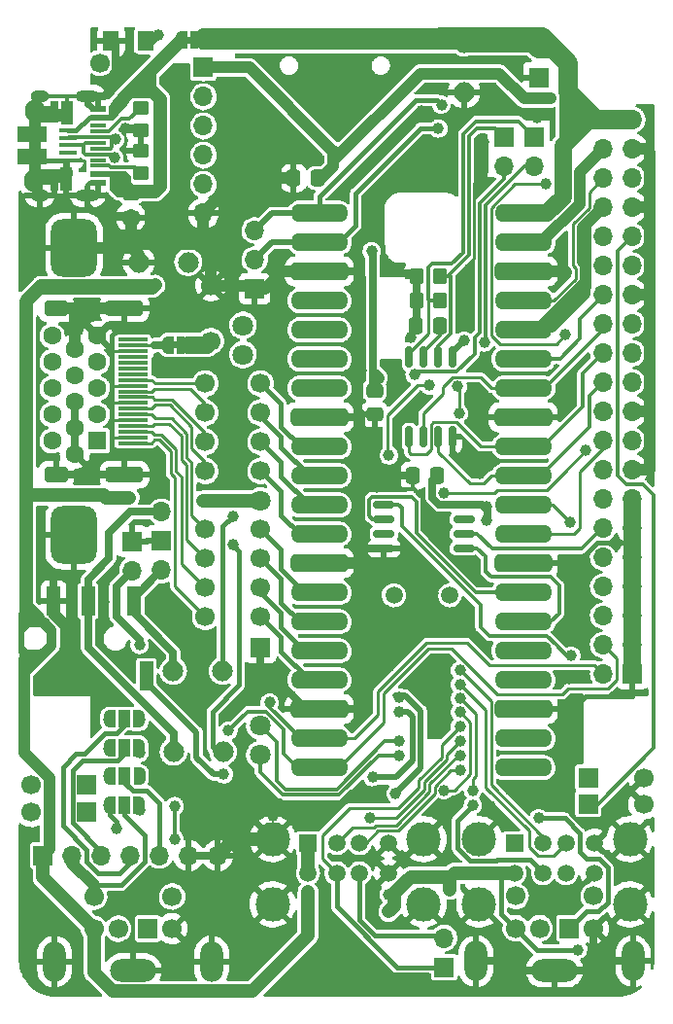
<source format=gtl>
G04 #@! TF.GenerationSoftware,KiCad,Pcbnew,6.0.11-2627ca5db0~126~ubuntu20.04.1*
G04 #@! TF.CreationDate,2024-04-17T12:53:05+05:00*
G04 #@! TF.ProjectId,16RPI24,31365250-4932-4342-9e6b-696361645f70,rev?*
G04 #@! TF.SameCoordinates,Original*
G04 #@! TF.FileFunction,Copper,L1,Top*
G04 #@! TF.FilePolarity,Positive*
%FSLAX46Y46*%
G04 Gerber Fmt 4.6, Leading zero omitted, Abs format (unit mm)*
G04 Created by KiCad (PCBNEW 6.0.11-2627ca5db0~126~ubuntu20.04.1) date 2024-04-17 12:53:05*
%MOMM*%
%LPD*%
G01*
G04 APERTURE LIST*
G04 Aperture macros list*
%AMRoundRect*
0 Rectangle with rounded corners*
0 $1 Rounding radius*
0 $2 $3 $4 $5 $6 $7 $8 $9 X,Y pos of 4 corners*
0 Add a 4 corners polygon primitive as box body*
4,1,4,$2,$3,$4,$5,$6,$7,$8,$9,$2,$3,0*
0 Add four circle primitives for the rounded corners*
1,1,$1+$1,$2,$3*
1,1,$1+$1,$4,$5*
1,1,$1+$1,$6,$7*
1,1,$1+$1,$8,$9*
0 Add four rect primitives between the rounded corners*
20,1,$1+$1,$2,$3,$4,$5,0*
20,1,$1+$1,$4,$5,$6,$7,0*
20,1,$1+$1,$6,$7,$8,$9,0*
20,1,$1+$1,$8,$9,$2,$3,0*%
%AMOutline4P*
0 Free polygon, 4 corners , with rotation*
0 The origin of the aperture is its center*
0 number of corners: always 4*
0 $1 to $8 corner X, Y*
0 $9 Rotation angle, in degrees counterclockwise*
0 create outline with 4 corners*
4,1,4,$1,$2,$3,$4,$5,$6,$7,$8,$1,$2,$9*%
%AMFreePoly0*
4,1,22,0.500000,-0.750000,0.000000,-0.750000,0.000000,-0.745033,-0.079941,-0.743568,-0.215256,-0.701293,-0.333266,-0.622738,-0.424486,-0.514219,-0.481581,-0.384460,-0.499164,-0.250000,-0.500000,-0.250000,-0.500000,0.250000,-0.499164,0.250000,-0.499963,0.256109,-0.478152,0.396186,-0.417904,0.524511,-0.324060,0.630769,-0.204165,0.706417,-0.067858,0.745374,0.000000,0.744959,0.000000,0.750000,
0.500000,0.750000,0.500000,-0.750000,0.500000,-0.750000,$1*%
%AMFreePoly1*
4,1,20,0.000000,0.744959,0.073905,0.744508,0.209726,0.703889,0.328688,0.626782,0.421226,0.519385,0.479903,0.390333,0.500000,0.250000,0.500000,-0.250000,0.499851,-0.262216,0.476331,-0.402017,0.414519,-0.529596,0.319384,-0.634700,0.198574,-0.708877,0.061801,-0.746166,0.000000,-0.745033,0.000000,-0.750000,-0.500000,-0.750000,-0.500000,0.750000,0.000000,0.750000,0.000000,0.744959,
0.000000,0.744959,$1*%
%AMFreePoly2*
4,1,22,0.550000,-0.750000,0.000000,-0.750000,0.000000,-0.745033,-0.079941,-0.743568,-0.215256,-0.701293,-0.333266,-0.622738,-0.424486,-0.514219,-0.481581,-0.384460,-0.499164,-0.250000,-0.500000,-0.250000,-0.500000,0.250000,-0.499164,0.250000,-0.499963,0.256109,-0.478152,0.396186,-0.417904,0.524511,-0.324060,0.630769,-0.204165,0.706417,-0.067858,0.745374,0.000000,0.744959,0.000000,0.750000,
0.550000,0.750000,0.550000,-0.750000,0.550000,-0.750000,$1*%
%AMFreePoly3*
4,1,20,0.000000,0.744959,0.073905,0.744508,0.209726,0.703889,0.328688,0.626782,0.421226,0.519385,0.479903,0.390333,0.500000,0.250000,0.500000,-0.250000,0.499851,-0.262216,0.476331,-0.402017,0.414519,-0.529596,0.319384,-0.634700,0.198574,-0.708877,0.061801,-0.746166,0.000000,-0.745033,0.000000,-0.750000,-0.550000,-0.750000,-0.550000,0.750000,0.000000,0.750000,0.000000,0.744959,
0.000000,0.744959,$1*%
%AMFreePoly4*
4,1,31,0.278115,0.855951,0.450000,0.779423,0.602218,0.668830,0.728115,0.529007,0.822191,0.366063,0.880333,0.187121,0.900000,0.000000,0.880333,-0.187121,0.822191,-0.366063,0.728115,-0.529007,0.602218,-0.668830,0.450000,-0.779423,0.278115,-0.855951,0.094076,-0.895070,-0.094076,-0.895070,-0.278115,-0.855951,-0.450000,-0.779423,-0.602218,-0.668830,-0.728115,-0.529007,-0.822191,-0.366063,
-0.880333,-0.187121,-0.900000,0.000000,-0.880333,0.187121,-0.822191,0.366063,-0.728115,0.529007,-0.602218,0.668830,-0.450000,0.779423,-0.278115,0.855951,-0.094076,0.895070,0.094076,0.895070,0.278115,0.855951,0.278115,0.855951,$1*%
G04 Aperture macros list end*
G04 #@! TA.AperFunction,SMDPad,CuDef*
%ADD10RoundRect,0.250000X-0.337500X-0.475000X0.337500X-0.475000X0.337500X0.475000X-0.337500X0.475000X0*%
G04 #@! TD*
G04 #@! TA.AperFunction,ComponentPad*
%ADD11R,1.500000X1.500000*%
G04 #@! TD*
G04 #@! TA.AperFunction,ComponentPad*
%ADD12C,1.500000*%
G04 #@! TD*
G04 #@! TA.AperFunction,ComponentPad*
%ADD13C,3.000000*%
G04 #@! TD*
G04 #@! TA.AperFunction,SMDPad,CuDef*
%ADD14RoundRect,0.250000X0.337500X0.475000X-0.337500X0.475000X-0.337500X-0.475000X0.337500X-0.475000X0*%
G04 #@! TD*
G04 #@! TA.AperFunction,ComponentPad*
%ADD15R,1.700000X1.700000*%
G04 #@! TD*
G04 #@! TA.AperFunction,ComponentPad*
%ADD16O,1.700000X1.700000*%
G04 #@! TD*
G04 #@! TA.AperFunction,SMDPad,CuDef*
%ADD17R,2.600000X0.300000*%
G04 #@! TD*
G04 #@! TA.AperFunction,ComponentPad*
%ADD18RoundRect,0.350000X-1.300000X0.350000X-1.300000X-0.350000X1.300000X-0.350000X1.300000X0.350000X0*%
G04 #@! TD*
G04 #@! TA.AperFunction,ComponentPad*
%ADD19RoundRect,0.350000X-0.700000X0.350000X-0.700000X-0.350000X0.700000X-0.350000X0.700000X0.350000X0*%
G04 #@! TD*
G04 #@! TA.AperFunction,SMDPad,CuDef*
%ADD20RoundRect,0.250000X-0.475000X0.337500X-0.475000X-0.337500X0.475000X-0.337500X0.475000X0.337500X0*%
G04 #@! TD*
G04 #@! TA.AperFunction,ComponentPad*
%ADD21C,1.700000*%
G04 #@! TD*
G04 #@! TA.AperFunction,ComponentPad*
%ADD22O,2.000000X3.500000*%
G04 #@! TD*
G04 #@! TA.AperFunction,ComponentPad*
%ADD23O,4.000000X2.000000*%
G04 #@! TD*
G04 #@! TA.AperFunction,SMDPad,CuDef*
%ADD24R,1.200000X2.500000*%
G04 #@! TD*
G04 #@! TA.AperFunction,SMDPad,CuDef*
%ADD25RoundRect,0.250000X-0.350000X-0.450000X0.350000X-0.450000X0.350000X0.450000X-0.350000X0.450000X0*%
G04 #@! TD*
G04 #@! TA.AperFunction,ComponentPad*
%ADD26C,1.800000*%
G04 #@! TD*
G04 #@! TA.AperFunction,SMDPad,CuDef*
%ADD27RoundRect,0.250001X-0.462499X-0.624999X0.462499X-0.624999X0.462499X0.624999X-0.462499X0.624999X0*%
G04 #@! TD*
G04 #@! TA.AperFunction,SMDPad,CuDef*
%ADD28RoundRect,0.250000X-0.450000X0.350000X-0.450000X-0.350000X0.450000X-0.350000X0.450000X0.350000X0*%
G04 #@! TD*
G04 #@! TA.AperFunction,SMDPad,CuDef*
%ADD29RoundRect,0.250000X0.450000X-0.350000X0.450000X0.350000X-0.450000X0.350000X-0.450000X-0.350000X0*%
G04 #@! TD*
G04 #@! TA.AperFunction,SMDPad,CuDef*
%ADD30R,1.450000X0.600000*%
G04 #@! TD*
G04 #@! TA.AperFunction,SMDPad,CuDef*
%ADD31R,1.450000X0.300000*%
G04 #@! TD*
G04 #@! TA.AperFunction,ComponentPad*
%ADD32O,1.600000X1.000000*%
G04 #@! TD*
G04 #@! TA.AperFunction,ComponentPad*
%ADD33O,2.100000X1.000000*%
G04 #@! TD*
G04 #@! TA.AperFunction,SMDPad,CuDef*
%ADD34RoundRect,0.150000X0.150000X-0.800000X0.150000X0.800000X-0.150000X0.800000X-0.150000X-0.800000X0*%
G04 #@! TD*
G04 #@! TA.AperFunction,SMDPad,CuDef*
%ADD35R,1.650000X0.400000*%
G04 #@! TD*
G04 #@! TA.AperFunction,SMDPad,CuDef*
%ADD36R,1.825000X0.300000*%
G04 #@! TD*
G04 #@! TA.AperFunction,SMDPad,CuDef*
%ADD37R,1.100000X2.000000*%
G04 #@! TD*
G04 #@! TA.AperFunction,ComponentPad*
%ADD38O,1.700000X2.000000*%
G04 #@! TD*
G04 #@! TA.AperFunction,SMDPad,CuDef*
%ADD39Outline4P,-0.675000X-0.675000X0.675000X-0.675000X0.675000X0.675000X-0.675000X0.675000X270.000000*%
G04 #@! TD*
G04 #@! TA.AperFunction,SMDPad,CuDef*
%ADD40R,2.500000X1.430000*%
G04 #@! TD*
G04 #@! TA.AperFunction,ComponentPad*
%ADD41O,1.100000X1.100000*%
G04 #@! TD*
G04 #@! TA.AperFunction,SMDPad,CuDef*
%ADD42R,0.700000X1.825000*%
G04 #@! TD*
G04 #@! TA.AperFunction,SMDPad,CuDef*
%ADD43RoundRect,0.250000X0.475000X-0.337500X0.475000X0.337500X-0.475000X0.337500X-0.475000X-0.337500X0*%
G04 #@! TD*
G04 #@! TA.AperFunction,SMDPad,CuDef*
%ADD44FreePoly0,0.000000*%
G04 #@! TD*
G04 #@! TA.AperFunction,SMDPad,CuDef*
%ADD45FreePoly1,0.000000*%
G04 #@! TD*
G04 #@! TA.AperFunction,ComponentPad*
%ADD46RoundRect,1.000000X-1.000000X1.500000X-1.000000X-1.500000X1.000000X-1.500000X1.000000X1.500000X0*%
G04 #@! TD*
G04 #@! TA.AperFunction,ComponentPad*
%ADD47R,1.600000X1.600000*%
G04 #@! TD*
G04 #@! TA.AperFunction,ComponentPad*
%ADD48C,1.600000*%
G04 #@! TD*
G04 #@! TA.AperFunction,ComponentPad*
%ADD49O,5.000000X1.600000*%
G04 #@! TD*
G04 #@! TA.AperFunction,ComponentPad*
%ADD50RoundRect,0.400000X-2.100000X-0.400000X2.100000X-0.400000X2.100000X0.400000X-2.100000X0.400000X0*%
G04 #@! TD*
G04 #@! TA.AperFunction,SMDPad,CuDef*
%ADD51RoundRect,0.150000X-0.800000X-0.150000X0.800000X-0.150000X0.800000X0.150000X-0.800000X0.150000X0*%
G04 #@! TD*
G04 #@! TA.AperFunction,SMDPad,CuDef*
%ADD52FreePoly2,0.000000*%
G04 #@! TD*
G04 #@! TA.AperFunction,SMDPad,CuDef*
%ADD53R,1.000000X1.500000*%
G04 #@! TD*
G04 #@! TA.AperFunction,SMDPad,CuDef*
%ADD54FreePoly3,0.000000*%
G04 #@! TD*
G04 #@! TA.AperFunction,ComponentPad*
%ADD55FreePoly4,180.000000*%
G04 #@! TD*
G04 #@! TA.AperFunction,ComponentPad*
%ADD56FreePoly4,270.000000*%
G04 #@! TD*
G04 #@! TA.AperFunction,ViaPad*
%ADD57C,1.000000*%
G04 #@! TD*
G04 #@! TA.AperFunction,Conductor*
%ADD58C,0.254000*%
G04 #@! TD*
G04 #@! TA.AperFunction,Conductor*
%ADD59C,0.635000*%
G04 #@! TD*
G04 #@! TA.AperFunction,Conductor*
%ADD60C,1.000000*%
G04 #@! TD*
G04 #@! TA.AperFunction,Conductor*
%ADD61C,0.500000*%
G04 #@! TD*
G04 #@! TA.AperFunction,Conductor*
%ADD62C,0.300000*%
G04 #@! TD*
G04 #@! TA.AperFunction,Conductor*
%ADD63C,0.400000*%
G04 #@! TD*
G04 #@! TA.AperFunction,Conductor*
%ADD64C,1.200000*%
G04 #@! TD*
G04 #@! TA.AperFunction,Conductor*
%ADD65C,1.500000*%
G04 #@! TD*
G04 #@! TA.AperFunction,Conductor*
%ADD66C,1.700000*%
G04 #@! TD*
G04 #@! TA.AperFunction,Conductor*
%ADD67C,0.250000*%
G04 #@! TD*
G04 APERTURE END LIST*
G36*
X39680682Y-57240611D02*
G01*
X39180682Y-57240611D01*
X39180682Y-56640611D01*
X39680682Y-56640611D01*
X39680682Y-57240611D01*
G37*
G36*
X40868208Y-30729132D02*
G01*
X40368208Y-30729132D01*
X40368208Y-30129132D01*
X40868208Y-30129132D01*
X40868208Y-30729132D01*
G37*
D10*
X60430500Y-55245000D03*
X62505500Y-55245000D03*
D11*
X51000000Y-100320000D03*
D12*
X53500000Y-100320000D03*
X55500000Y-100320000D03*
X58000000Y-100320000D03*
X51000000Y-102940000D03*
X53500000Y-102940000D03*
X55500000Y-102940000D03*
X58000000Y-102940000D03*
D13*
X61070000Y-105650000D03*
X47930000Y-99970000D03*
X61070000Y-99970000D03*
X47930000Y-105650000D03*
D14*
X62251500Y-68326000D03*
X60176500Y-68326000D03*
D15*
X79275000Y-85600000D03*
D16*
X76735000Y-85600000D03*
X79275000Y-83060000D03*
X76735000Y-83060000D03*
X79275000Y-80520000D03*
X76735000Y-80520000D03*
X79275000Y-77980000D03*
X76735000Y-77980000D03*
X79275000Y-75440000D03*
X76735000Y-75440000D03*
X79275000Y-72900000D03*
X76735000Y-72900000D03*
X79275000Y-70360000D03*
X76735000Y-70360000D03*
X79275000Y-67820000D03*
X76735000Y-67820000D03*
X79275000Y-65280000D03*
X76735000Y-65280000D03*
X79275000Y-62740000D03*
X76735000Y-62740000D03*
X79275000Y-60200000D03*
X76735000Y-60200000D03*
X79275000Y-57660000D03*
X76735000Y-57660000D03*
X79275000Y-55120000D03*
X76735000Y-55120000D03*
X79275000Y-52580000D03*
X76735000Y-52580000D03*
X79275000Y-50040000D03*
X76735000Y-50040000D03*
X79275000Y-47500000D03*
X76735000Y-47500000D03*
X79275000Y-44960000D03*
X76735000Y-44960000D03*
X79275000Y-42420000D03*
X76735000Y-42420000D03*
X79275000Y-39880000D03*
X76735000Y-39880000D03*
X79275000Y-37340000D03*
X76735000Y-37340000D03*
D11*
X69000000Y-100320000D03*
D12*
X71500000Y-100320000D03*
X73500000Y-100320000D03*
X76000000Y-100320000D03*
X69000000Y-102940000D03*
X71500000Y-102940000D03*
X73500000Y-102940000D03*
X76000000Y-102940000D03*
D13*
X79070000Y-99970000D03*
X79070000Y-105650000D03*
X65930000Y-99970000D03*
X65930000Y-105650000D03*
D17*
X35760000Y-65500000D03*
X35760000Y-65000000D03*
X35760000Y-64500000D03*
X35760000Y-64000000D03*
X35760000Y-63500000D03*
X35760000Y-63000000D03*
X35760000Y-62500000D03*
X35760000Y-62000000D03*
X35760000Y-61500000D03*
X35760000Y-61000000D03*
X35760000Y-60500000D03*
X35760000Y-60000000D03*
X35760000Y-59500000D03*
X35760000Y-59000000D03*
X35760000Y-58500000D03*
X35760000Y-58000000D03*
X35760000Y-57500000D03*
X35760000Y-57000000D03*
X35760000Y-56500000D03*
D18*
X35000000Y-53750000D03*
D19*
X29040000Y-53750000D03*
X29040000Y-68250000D03*
D18*
X35000000Y-68250000D03*
D20*
X35560000Y-43768100D03*
X35560000Y-45843100D03*
D12*
X63373000Y-78740000D03*
X58493000Y-78740000D03*
D15*
X37060000Y-107775000D03*
D21*
X34460000Y-107775000D03*
D22*
X42610000Y-110625000D03*
X28910000Y-110625000D03*
D23*
X35760000Y-111425000D03*
D21*
X39160000Y-107775000D03*
X32360000Y-107775000D03*
X39160000Y-104975000D03*
X32360000Y-104975000D03*
D24*
X31825000Y-79250000D03*
X28825000Y-79250000D03*
X36925000Y-85750000D03*
X35825000Y-79250000D03*
D25*
X60468000Y-53071000D03*
X62468000Y-53071000D03*
D15*
X46355000Y-52055000D03*
D16*
X46355000Y-49515000D03*
X46355000Y-46975000D03*
D26*
X46863993Y-70532185D03*
D15*
X46863000Y-83312000D03*
D10*
X49762500Y-42418000D03*
X51837500Y-42418000D03*
D15*
X68115199Y-38851995D03*
D16*
X68115199Y-41391995D03*
D15*
X70739000Y-38832000D03*
D16*
X70739000Y-41372000D03*
D15*
X73800000Y-107735000D03*
D21*
X71200000Y-107735000D03*
X75900000Y-107735000D03*
D22*
X65650000Y-110585000D03*
D23*
X72500000Y-111385000D03*
D22*
X79350000Y-110585000D03*
D21*
X69100000Y-107735000D03*
X75900000Y-104935000D03*
X69100000Y-104935000D03*
D27*
X33840500Y-30480000D03*
X36815500Y-30480000D03*
D26*
X45339000Y-55240000D03*
X45339000Y-57780000D03*
D28*
X36400000Y-40000000D03*
X36400000Y-42000000D03*
D15*
X35687000Y-74036000D03*
D16*
X35687000Y-76576000D03*
D15*
X27893220Y-101414607D03*
D16*
X30433220Y-101414607D03*
X32973220Y-101414607D03*
X35513220Y-101414607D03*
X38053220Y-101414607D03*
X40593220Y-101414607D03*
X43133220Y-101414607D03*
D29*
X36400000Y-38300000D03*
X36400000Y-36300000D03*
D30*
X32710000Y-36375000D03*
X32710000Y-37150000D03*
D31*
X32710000Y-37850000D03*
X32710000Y-38350000D03*
X32710000Y-38850000D03*
X32710000Y-39350000D03*
X32710000Y-39850000D03*
X32710000Y-40350000D03*
X32710000Y-40850000D03*
X32710000Y-41350000D03*
D30*
X32710000Y-42050000D03*
X32710000Y-42825000D03*
D32*
X27615000Y-43920000D03*
X27615000Y-35280000D03*
D33*
X31795000Y-43920000D03*
X31795000Y-35280000D03*
D34*
X59817000Y-64968000D03*
X61087000Y-64968000D03*
X62357000Y-64968000D03*
X63627000Y-64968000D03*
X63627000Y-57968000D03*
X62357000Y-57968000D03*
X61087000Y-57968000D03*
X59817000Y-57968000D03*
D35*
X30065000Y-38275000D03*
X30065000Y-38925000D03*
X30065000Y-39575000D03*
X30065000Y-40225000D03*
X30065000Y-40875000D03*
D36*
X28102460Y-37401118D03*
D37*
X29951000Y-42475000D03*
D38*
X27157000Y-42648000D03*
D36*
X28069735Y-41792427D03*
D39*
X28427000Y-36845000D03*
D40*
X26915000Y-38615000D03*
D41*
X29976400Y-42013000D03*
D40*
X26915000Y-40535000D03*
D42*
X28865000Y-42575000D03*
D39*
X28427000Y-42325000D03*
D41*
X29976400Y-37161600D03*
D38*
X27185000Y-36552000D03*
D37*
X29976400Y-36729800D03*
D42*
X28865000Y-36625000D03*
D15*
X41883562Y-32801695D03*
D16*
X41883562Y-35341695D03*
X41883562Y-37881695D03*
X41883562Y-40421695D03*
X41883562Y-42961695D03*
X41883562Y-45501695D03*
D43*
X56808273Y-63011758D03*
X56808273Y-60936758D03*
D44*
X38780682Y-56940611D03*
D45*
X40080682Y-56940611D03*
D26*
X46805921Y-90104293D03*
X46805921Y-92644293D03*
D46*
X30600331Y-73485000D03*
X30600331Y-48485000D03*
D47*
X32650331Y-65300000D03*
D48*
X32650331Y-63010000D03*
X32650331Y-60720000D03*
X32650331Y-58430000D03*
X32650331Y-56140000D03*
X30670331Y-66445000D03*
X30670331Y-64155000D03*
X30670331Y-61865000D03*
X30670331Y-59575000D03*
X30670331Y-57285000D03*
X28690331Y-65300000D03*
X28690331Y-63010000D03*
X28690331Y-60720000D03*
X28690331Y-58430000D03*
X28690331Y-56140000D03*
D49*
X52000000Y-45470000D03*
X52000000Y-48010000D03*
D50*
X52000000Y-50550000D03*
D49*
X52000000Y-53090000D03*
X52000000Y-55630000D03*
X52000000Y-58170000D03*
X52000000Y-60710000D03*
D50*
X52000000Y-63250000D03*
D49*
X52000000Y-65790000D03*
X52000000Y-68330000D03*
X52000000Y-70870000D03*
X52000000Y-73410000D03*
D50*
X52000000Y-75950000D03*
D49*
X52000000Y-78490000D03*
X52000000Y-81030000D03*
X52000000Y-83570000D03*
X52000000Y-86110000D03*
D50*
X52000000Y-88650000D03*
D49*
X52000000Y-91190000D03*
X52000000Y-93730000D03*
X69780000Y-93730000D03*
X69780000Y-91190000D03*
D50*
X69780000Y-88650000D03*
D49*
X69780000Y-86110000D03*
X69780000Y-83570000D03*
X69780000Y-81030000D03*
X69780000Y-78490000D03*
D50*
X69780000Y-75950000D03*
D49*
X69780000Y-73410000D03*
X69780000Y-70870000D03*
X69780000Y-68330000D03*
X69780000Y-65790000D03*
D50*
X69780000Y-63250000D03*
D49*
X69780000Y-60710000D03*
X69780000Y-58170000D03*
X69780000Y-55630000D03*
X69780000Y-53090000D03*
D50*
X69780000Y-50550000D03*
D49*
X69780000Y-48010000D03*
X69780000Y-45470000D03*
D51*
X57623674Y-70842817D03*
X57623674Y-72112817D03*
X57623674Y-73382817D03*
X57623674Y-74652817D03*
X64623674Y-74652817D03*
X64623674Y-73382817D03*
X64623674Y-72112817D03*
X64623674Y-70842817D03*
D52*
X33700000Y-97000000D03*
D53*
X35000000Y-97000000D03*
D54*
X36300000Y-97000000D03*
D44*
X39968208Y-30429132D03*
D45*
X41268208Y-30429132D03*
D15*
X62865000Y-111125000D03*
D16*
X62865000Y-108585000D03*
X38227000Y-76566000D03*
D15*
X38227000Y-74026000D03*
D16*
X38227000Y-71486000D03*
D52*
X33714525Y-94486489D03*
D53*
X35014525Y-94486489D03*
D54*
X36314525Y-94486489D03*
D52*
X33700000Y-92000000D03*
D53*
X35000000Y-92000000D03*
D54*
X36300000Y-92000000D03*
D15*
X71120000Y-33660000D03*
D16*
X71120000Y-31120000D03*
D25*
X60468000Y-50927000D03*
X62468000Y-50927000D03*
D52*
X33699729Y-89494011D03*
D53*
X34999729Y-89494011D03*
D54*
X36299729Y-89494011D03*
D21*
X42037000Y-67925500D03*
X46863000Y-67925500D03*
D55*
X40557768Y-49740148D03*
X36239768Y-49740148D03*
D21*
X42037000Y-62845500D03*
X46863000Y-62845500D03*
X32893000Y-32385000D03*
D55*
X43566970Y-85337426D03*
X39248970Y-85337426D03*
D56*
X64609274Y-30616715D03*
X64609274Y-34934715D03*
D15*
X75438000Y-96901000D03*
D21*
X80264000Y-96901000D03*
X42037000Y-60305500D03*
X46863000Y-60305500D03*
X42037000Y-73005500D03*
X46863000Y-73005500D03*
D55*
X43596809Y-92374968D03*
X39278809Y-92374968D03*
D21*
X42037000Y-80625500D03*
X46863000Y-80625500D03*
X42545000Y-56615064D03*
X42545000Y-51789064D03*
X42037000Y-65385500D03*
X46863000Y-65385500D03*
X42037000Y-78085500D03*
X46863000Y-78085500D03*
D15*
X75438000Y-94615000D03*
D21*
X80264000Y-94615000D03*
D15*
X31713000Y-95250000D03*
D21*
X26887000Y-95250000D03*
X42037000Y-75505500D03*
X46863000Y-75505500D03*
D15*
X31719854Y-97573448D03*
D21*
X26893854Y-97573448D03*
D57*
X65063488Y-50382288D03*
X70967600Y-37185600D03*
X65549418Y-77138686D03*
X51866800Y-36576000D03*
X39727609Y-94949220D03*
X60909200Y-36576000D03*
X64058800Y-37388800D03*
X62026800Y-72085200D03*
X73761600Y-82550000D03*
X59939500Y-56318500D03*
X56642000Y-96012000D03*
X46228000Y-36525200D03*
X58476500Y-58656134D03*
X64784193Y-80578932D03*
X73863200Y-90474800D03*
X35052000Y-38100000D03*
X69596000Y-95707200D03*
X58801000Y-42545000D03*
X53594000Y-108839000D03*
X31721000Y-53750000D03*
X49631600Y-40640000D03*
X57861200Y-50241200D03*
X66294000Y-39319200D03*
X30099000Y-82677000D03*
X66090800Y-58734200D03*
X40593218Y-94949220D03*
X73710800Y-93726000D03*
X33172400Y-79298800D03*
X58133938Y-84924515D03*
X52882800Y-32613600D03*
X47984500Y-97049500D03*
X59817000Y-42545000D03*
X56985004Y-69343317D03*
X65981328Y-68187382D03*
X58023000Y-68564000D03*
X44831000Y-34163000D03*
X52578000Y-108839000D03*
X39217600Y-81635600D03*
X66903600Y-97129600D03*
X73761600Y-86004400D03*
X54914800Y-32613600D03*
X55625000Y-59186500D03*
X30099000Y-83820000D03*
X44831000Y-40259000D03*
X55630000Y-74426000D03*
X54610000Y-108839000D03*
X53898800Y-32613600D03*
X68618324Y-95707200D03*
X47984500Y-97938500D03*
X30705000Y-53750000D03*
X59107819Y-82932188D03*
X39471600Y-58928000D03*
X40436800Y-58928000D03*
X34848800Y-84378800D03*
X73812400Y-77622400D03*
X38862000Y-94949220D03*
X73498036Y-50587347D03*
X61925200Y-78587600D03*
X62077600Y-84937600D03*
X44831000Y-41656000D03*
X56896000Y-80264000D03*
X38506400Y-58928000D03*
X37669989Y-51689000D03*
X41910000Y-70532185D03*
X58978800Y-88900000D03*
X45415200Y-30149800D03*
X44145200Y-30149800D03*
X43862185Y-70532185D03*
X35433000Y-70231000D03*
X58047607Y-106290393D03*
X33401000Y-70231000D03*
X51000000Y-104594000D03*
X58039000Y-104775000D03*
X35433000Y-51689000D03*
X74549000Y-109601000D03*
X63373000Y-104350500D03*
X56624133Y-94576457D03*
X34417000Y-70231000D03*
X36576000Y-51689000D03*
X42878815Y-70532185D03*
X42875200Y-30149800D03*
X62634909Y-36036173D03*
X62376743Y-38105657D03*
X39370000Y-99949000D03*
X47653190Y-88070626D03*
X39370000Y-97094500D03*
X44058500Y-90538254D03*
X73964800Y-84009500D03*
X73823999Y-72344095D03*
X74930000Y-48641000D03*
X72140866Y-35495500D03*
X66548000Y-71018400D03*
X53213000Y-40005000D03*
X71180083Y-35495500D03*
X70219300Y-35495500D03*
X53213000Y-41402000D03*
X66548000Y-72252231D03*
X75248500Y-66141600D03*
X62885300Y-69827332D03*
X71120000Y-98155000D03*
X36322000Y-92456000D03*
X36322000Y-89535000D03*
X36322000Y-97409000D03*
X36322000Y-94488000D03*
X56434335Y-98108500D03*
X64262000Y-91440000D03*
X64262000Y-90170000D03*
X64262000Y-93980000D03*
X64262000Y-92710000D03*
X64262000Y-86529986D03*
X64262000Y-85292261D03*
X64262000Y-88927657D03*
X62871044Y-95724159D03*
X65374646Y-95724159D03*
X64262000Y-87728159D03*
X58928000Y-92710000D03*
X58928000Y-91440000D03*
X58978800Y-87630000D03*
X58645826Y-96005326D03*
X64064444Y-60571001D03*
X64174883Y-62889138D03*
X44448598Y-74362050D03*
X58041723Y-66560516D03*
X61600156Y-60473500D03*
X44440302Y-71854383D03*
X43661123Y-94328945D03*
X33655000Y-89535000D03*
X33655000Y-92075000D03*
X33655000Y-97028000D03*
X34290000Y-99060000D03*
X33655000Y-94488000D03*
X34190385Y-39067130D03*
X34131042Y-40630512D03*
X71755000Y-42926000D03*
X73469500Y-56070500D03*
X37973000Y-29972000D03*
X36322000Y-83058000D03*
X65374646Y-97024159D03*
X66381500Y-56734200D03*
X60300589Y-59549261D03*
X57150000Y-59817000D03*
X64621234Y-56580734D03*
X56560506Y-48768000D03*
D58*
X39404000Y-68512400D02*
X39404000Y-77992500D01*
X39045996Y-68154396D02*
X39404000Y-68512400D01*
X39045996Y-66223996D02*
X39045996Y-68154396D01*
X35760000Y-65500000D02*
X37364000Y-65500000D01*
X38046000Y-65224000D02*
X39045996Y-66223996D01*
X39404000Y-77992500D02*
X42037000Y-80625500D01*
X37364000Y-65500000D02*
X37640000Y-65224000D01*
X37640000Y-65224000D02*
X38046000Y-65224000D01*
D59*
X55630000Y-68576000D02*
X55630000Y-70979419D01*
D60*
X41883562Y-45501695D02*
X41883562Y-47725562D01*
D61*
X61461075Y-80578932D02*
X59107819Y-82932188D01*
D59*
X55383273Y-59428227D02*
X55625000Y-59186500D01*
X52000000Y-50550000D02*
X55122000Y-50550000D01*
D62*
X65727229Y-76960875D02*
X64811487Y-76960875D01*
D63*
X34798000Y-55219600D02*
X33909000Y-56108600D01*
D59*
X52000000Y-88650000D02*
X55495000Y-88650000D01*
X68675000Y-110585000D02*
X69475000Y-111385000D01*
D64*
X44577827Y-99970000D02*
X47930000Y-99970000D01*
D59*
X34260500Y-30900000D02*
X34260500Y-34192500D01*
D60*
X40767000Y-48133000D02*
X42291000Y-48133000D01*
D58*
X35760000Y-65000000D02*
X33933000Y-65000000D01*
D63*
X74037000Y-88650000D02*
X69780000Y-88650000D01*
X33909000Y-60452000D02*
X33909000Y-61976000D01*
D59*
X34798000Y-55219600D02*
X33832800Y-55219600D01*
D58*
X65500497Y-49417779D02*
X65063488Y-49854788D01*
D63*
X29591000Y-77038200D02*
X29184600Y-77038200D01*
D60*
X79275000Y-62740000D02*
X80617600Y-62740000D01*
D63*
X33909000Y-65899000D02*
X35000000Y-66990000D01*
X35000000Y-66990000D02*
X35000000Y-68250000D01*
D62*
X60176500Y-69515900D02*
X60147200Y-69545200D01*
D60*
X56277940Y-76597940D02*
X55630000Y-75950000D01*
D59*
X55383273Y-62622273D02*
X55383273Y-59428227D01*
D62*
X29801000Y-42325000D02*
X29951000Y-42475000D01*
D60*
X29040000Y-53750000D02*
X35000000Y-53750000D01*
D59*
X31039000Y-68250000D02*
X35000000Y-68250000D01*
D62*
X26915000Y-38615000D02*
X26915000Y-36822000D01*
X31978000Y-42825000D02*
X32710000Y-42825000D01*
D60*
X79275000Y-67820000D02*
X80770000Y-67820000D01*
D61*
X32710000Y-36375000D02*
X32311000Y-36375000D01*
D60*
X40767000Y-48133000D02*
X41883562Y-47016438D01*
D61*
X32683500Y-45637500D02*
X35600000Y-45637500D01*
D60*
X41883562Y-47725562D02*
X42545000Y-48387000D01*
D59*
X75900000Y-107735000D02*
X75900000Y-110536000D01*
D60*
X44967257Y-42418000D02*
X44831000Y-42554257D01*
X30670331Y-53784331D02*
X30636000Y-53750000D01*
D59*
X58801000Y-42545000D02*
X57682500Y-43663500D01*
D62*
X29998000Y-35280000D02*
X31795000Y-35280000D01*
D59*
X50699716Y-98958400D02*
X51844882Y-98958400D01*
X55856817Y-74652817D02*
X55630000Y-74426000D01*
X75900000Y-110536000D02*
X75851000Y-110585000D01*
D60*
X42291000Y-48133000D02*
X42545000Y-48387000D01*
D59*
X56277940Y-85233940D02*
X57824513Y-85233940D01*
D58*
X66446400Y-41808400D02*
X66446400Y-41910000D01*
D61*
X31795000Y-43920000D02*
X31795000Y-44749000D01*
D63*
X30327600Y-76962000D02*
X29667200Y-76962000D01*
X33909000Y-61976000D02*
X33909000Y-63627000D01*
D59*
X31721000Y-53750000D02*
X35000000Y-53750000D01*
D60*
X35658000Y-48485000D02*
X36239768Y-49066768D01*
D59*
X51844882Y-98958400D02*
X54791282Y-96012000D01*
D62*
X29976400Y-35301600D02*
X29998000Y-35280000D01*
X31795000Y-43008000D02*
X31978000Y-42825000D01*
D61*
X32311000Y-36375000D02*
X31795000Y-35859000D01*
D59*
X34260500Y-34192500D02*
X33173000Y-35280000D01*
D62*
X31795000Y-43920000D02*
X27615000Y-43920000D01*
D63*
X30600331Y-73485000D02*
X30600331Y-76689269D01*
D58*
X35760000Y-57500000D02*
X33940000Y-57500000D01*
D59*
X28825000Y-79250000D02*
X28825000Y-77397800D01*
D60*
X55630000Y-75950000D02*
X52000000Y-75950000D01*
X44831000Y-42554257D02*
X41883562Y-45501695D01*
D59*
X55907098Y-69343317D02*
X56985004Y-69343317D01*
X29040000Y-68250000D02*
X31039000Y-68250000D01*
D61*
X56808273Y-63011758D02*
X55772758Y-63011758D01*
D59*
X55626000Y-69624415D02*
X55907098Y-69343317D01*
X30670331Y-55689669D02*
X30670331Y-56070331D01*
X30670331Y-61865000D02*
X30670331Y-66445000D01*
X57682500Y-49383129D02*
X57861200Y-50241200D01*
D58*
X65063488Y-49854788D02*
X65063488Y-50382288D01*
D62*
X60952000Y-73101388D02*
X60952000Y-70197600D01*
D59*
X52000000Y-63250000D02*
X55114000Y-63250000D01*
X57623674Y-74652817D02*
X55856817Y-74652817D01*
X46863993Y-84709993D02*
X50804000Y-88650000D01*
X30670331Y-55308331D02*
X30670331Y-55689669D01*
D63*
X79275000Y-87503000D02*
X75184000Y-87503000D01*
D62*
X57186887Y-69545200D02*
X56985004Y-69343317D01*
D60*
X80825000Y-40185000D02*
X80520000Y-39880000D01*
X79275000Y-39880000D02*
X80520000Y-39880000D01*
D63*
X65597921Y-68187382D02*
X65981328Y-68187382D01*
D60*
X80825000Y-52220200D02*
X80825000Y-40185000D01*
D63*
X75184000Y-87503000D02*
X74037000Y-88650000D01*
D58*
X33940000Y-57500000D02*
X33909000Y-57531000D01*
D60*
X36239768Y-49066768D02*
X36239768Y-49740148D01*
D59*
X30670331Y-56070331D02*
X30670331Y-57285000D01*
X33782000Y-55270400D02*
X33519931Y-55270400D01*
D63*
X78794000Y-74168000D02*
X79275000Y-73687000D01*
D58*
X34036000Y-63500000D02*
X33909000Y-63627000D01*
X33933000Y-65000000D02*
X33909000Y-65024000D01*
D60*
X52000000Y-50550000D02*
X48764000Y-50550000D01*
D62*
X57556400Y-48310800D02*
X57302400Y-48056800D01*
D59*
X54791282Y-96012000D02*
X56642000Y-96012000D01*
D62*
X57556400Y-49257029D02*
X57556400Y-48310800D01*
D61*
X64784193Y-80578932D02*
X61461075Y-80578932D01*
D60*
X46993064Y-51789064D02*
X42545000Y-51789064D01*
D59*
X57861200Y-50241200D02*
X59031871Y-50732500D01*
X46863993Y-83190000D02*
X46863993Y-84709993D01*
X32650331Y-56140000D02*
X30990665Y-54480335D01*
D60*
X73460689Y-50550000D02*
X73498036Y-50587347D01*
D59*
X33173000Y-35280000D02*
X31795000Y-35280000D01*
X55114000Y-63250000D02*
X55630000Y-63766000D01*
D58*
X35760000Y-60500000D02*
X33957000Y-60500000D01*
D60*
X56277940Y-85233940D02*
X56277940Y-80882060D01*
D58*
X60430500Y-55245000D02*
X60430500Y-55827500D01*
X66446400Y-41910000D02*
X65500497Y-42855903D01*
D63*
X34798000Y-55219600D02*
X35000000Y-55017600D01*
D60*
X48764000Y-50550000D02*
X47259000Y-52055000D01*
D63*
X33909000Y-57531000D02*
X33909000Y-60452000D01*
D59*
X60176500Y-68326000D02*
X55880000Y-68326000D01*
D60*
X28825000Y-80313497D02*
X30099000Y-81587497D01*
D59*
X55630000Y-62869000D02*
X55383273Y-62622273D01*
D60*
X28825000Y-79250000D02*
X28825000Y-80313497D01*
X35600000Y-47723000D02*
X35600000Y-48427000D01*
D63*
X63627000Y-66216461D02*
X65597921Y-68187382D01*
D65*
X79275000Y-70360000D02*
X79275000Y-73687000D01*
D59*
X60273500Y-50732500D02*
X60468000Y-50927000D01*
X30636000Y-53750000D02*
X30705000Y-53750000D01*
X55630000Y-63766000D02*
X55630000Y-68576000D01*
D62*
X60952000Y-70197600D02*
X60299600Y-69545200D01*
D59*
X55745128Y-51173128D02*
X55745128Y-59066372D01*
D65*
X79275000Y-73687000D02*
X79275000Y-85600000D01*
D59*
X57824513Y-85233940D02*
X58133938Y-84924515D01*
D63*
X29667200Y-76962000D02*
X29591000Y-77038200D01*
X30600331Y-76689269D02*
X30327600Y-76962000D01*
D60*
X35600000Y-45637500D02*
X35600000Y-47723000D01*
X49762500Y-42418000D02*
X44967257Y-42418000D01*
X41883562Y-47016438D02*
X41883562Y-45501695D01*
D63*
X55626000Y-70975419D02*
X55626000Y-69624415D01*
D62*
X59893200Y-69545200D02*
X57186887Y-69545200D01*
X26915000Y-36822000D02*
X27185000Y-36552000D01*
X60176500Y-68326000D02*
X60176500Y-69515900D01*
D60*
X79275000Y-52580000D02*
X80465200Y-52580000D01*
D62*
X57682500Y-49383129D02*
X57556400Y-49257029D01*
D60*
X44831000Y-41656000D02*
X44831000Y-42554257D01*
D63*
X55630000Y-70979419D02*
X55626000Y-70975419D01*
D59*
X31165600Y-68250000D02*
X31039000Y-68250000D01*
D60*
X44831000Y-34163000D02*
X44831000Y-40259000D01*
D59*
X31902400Y-67513200D02*
X31165600Y-68250000D01*
D60*
X27185000Y-36552000D02*
X27185000Y-42620000D01*
D59*
X33832800Y-55219600D02*
X33782000Y-55270400D01*
X40593220Y-101414607D02*
X43133220Y-101414607D01*
X75851000Y-110585000D02*
X79350000Y-110585000D01*
D63*
X76239233Y-74168000D02*
X78794000Y-74168000D01*
D60*
X35600000Y-47723000D02*
X36010000Y-48133000D01*
X27185000Y-42620000D02*
X27157000Y-42648000D01*
D63*
X63627000Y-64968000D02*
X63627000Y-66216461D01*
D60*
X35658000Y-48485000D02*
X36010000Y-48133000D01*
D59*
X69475000Y-111385000D02*
X72500000Y-111385000D01*
D58*
X65500497Y-42855903D02*
X65500497Y-49417779D01*
D61*
X40593220Y-94949220D02*
X40593220Y-101414607D01*
D60*
X80770000Y-67820000D02*
X80825000Y-67765000D01*
D59*
X55870500Y-88274500D02*
X55870500Y-85233940D01*
D60*
X30600331Y-48485000D02*
X35658000Y-48485000D01*
D59*
X36200000Y-38100000D02*
X35052000Y-38100000D01*
X60468000Y-50927000D02*
X60468000Y-55207500D01*
D63*
X74457233Y-75950000D02*
X76239233Y-74168000D01*
D59*
X30990665Y-54480335D02*
X30670331Y-54800669D01*
X55495000Y-88650000D02*
X55870500Y-88274500D01*
D61*
X59107819Y-82932188D02*
X59107819Y-83950634D01*
D58*
X33933000Y-62000000D02*
X33909000Y-61976000D01*
D62*
X60147200Y-69545200D02*
X59893200Y-69545200D01*
D58*
X58166000Y-58276500D02*
X58166000Y-58345634D01*
D59*
X55630000Y-63766000D02*
X55630000Y-62869000D01*
D60*
X30099000Y-81587497D02*
X30099000Y-82677000D01*
X80825000Y-62532600D02*
X80825000Y-52220200D01*
D59*
X30705000Y-53750000D02*
X31721000Y-53750000D01*
X60468000Y-55207500D02*
X60430500Y-55245000D01*
D63*
X79275000Y-85600000D02*
X79275000Y-87503000D01*
D58*
X33957000Y-60500000D02*
X33909000Y-60452000D01*
D59*
X55745128Y-59066372D02*
X55625000Y-59186500D01*
X55880000Y-68326000D02*
X55630000Y-68576000D01*
D62*
X31795000Y-43920000D02*
X31795000Y-43008000D01*
X27615000Y-35280000D02*
X29998000Y-35280000D01*
D60*
X56277940Y-80882060D02*
X56277940Y-76597940D01*
D63*
X66446400Y-41808400D02*
X66446400Y-39471600D01*
D60*
X80617600Y-62740000D02*
X80825000Y-62532600D01*
D59*
X33519931Y-55270400D02*
X32650331Y-56140000D01*
X48538818Y-96797502D02*
X50699716Y-98958400D01*
D60*
X79275000Y-44960000D02*
X80262000Y-44960000D01*
D61*
X36400000Y-40000000D02*
X36400000Y-38300000D01*
D58*
X35760000Y-62000000D02*
X33933000Y-62000000D01*
D59*
X55870500Y-85233940D02*
X56277940Y-85233940D01*
D63*
X33909000Y-65024000D02*
X33909000Y-65899000D01*
D58*
X58166000Y-58345634D02*
X58476500Y-58656134D01*
D60*
X80825000Y-67765000D02*
X80825000Y-62532600D01*
D59*
X29040000Y-53750000D02*
X30636000Y-53750000D01*
D63*
X66446400Y-39471600D02*
X66294000Y-39319200D01*
D61*
X30670331Y-55689669D02*
X30670331Y-53784331D01*
D58*
X35760000Y-63500000D02*
X34036000Y-63500000D01*
D59*
X72500000Y-111385000D02*
X75051000Y-111385000D01*
X59031871Y-50732500D02*
X60273500Y-50732500D01*
D62*
X28427000Y-42325000D02*
X29801000Y-42325000D01*
D60*
X47259000Y-52055000D02*
X46993064Y-51789064D01*
D59*
X33840500Y-30480000D02*
X34260500Y-30900000D01*
D62*
X64811487Y-76960875D02*
X65727012Y-77876400D01*
D59*
X55630000Y-74426000D02*
X55630000Y-75950000D01*
D63*
X27255000Y-40875000D02*
X26915000Y-40535000D01*
D60*
X44831000Y-40259000D02*
X44831000Y-41656000D01*
X56277940Y-80882060D02*
X56896000Y-80264000D01*
D59*
X75051000Y-111385000D02*
X75851000Y-110585000D01*
D63*
X30065000Y-40875000D02*
X27255000Y-40875000D01*
D61*
X59107819Y-83950634D02*
X58133938Y-84924515D01*
D59*
X30600331Y-55238331D02*
X30670331Y-55308331D01*
D63*
X35000000Y-55017600D02*
X35000000Y-53750000D01*
D59*
X28825000Y-77397800D02*
X29184600Y-77038200D01*
D61*
X31795000Y-44749000D02*
X32683500Y-45637500D01*
D62*
X57302400Y-44043600D02*
X57682500Y-43663500D01*
D59*
X55630000Y-70979419D02*
X55630000Y-74426000D01*
D64*
X43133220Y-101414607D02*
X44577827Y-99970000D01*
D59*
X65650000Y-110585000D02*
X68675000Y-110585000D01*
D60*
X69780000Y-50550000D02*
X73460689Y-50550000D01*
D63*
X69780000Y-75950000D02*
X74457233Y-75950000D01*
D61*
X31795000Y-35859000D02*
X31795000Y-35280000D01*
D60*
X35600000Y-48427000D02*
X35658000Y-48485000D01*
D62*
X29976400Y-37161600D02*
X29976400Y-35301600D01*
X64811487Y-76960875D02*
X60952000Y-73101388D01*
D63*
X33909000Y-56108600D02*
X33909000Y-57531000D01*
D62*
X57302400Y-48056800D02*
X57302400Y-44043600D01*
X65727012Y-77876400D02*
X66243200Y-77876400D01*
D61*
X47259000Y-52055000D02*
X46355000Y-52055000D01*
D59*
X30670331Y-54800669D02*
X30670331Y-56070331D01*
D62*
X60299600Y-69545200D02*
X59893200Y-69545200D01*
D63*
X33909000Y-63627000D02*
X33909000Y-65024000D01*
D60*
X80465200Y-52580000D02*
X80825000Y-52220200D01*
D59*
X36400000Y-38300000D02*
X36200000Y-38100000D01*
D60*
X36010000Y-48133000D02*
X40767000Y-48133000D01*
D59*
X50804000Y-88650000D02*
X52000000Y-88650000D01*
D61*
X55772758Y-63011758D02*
X55630000Y-62869000D01*
D58*
X60430500Y-55827500D02*
X59939500Y-56318500D01*
D60*
X30670331Y-57285000D02*
X30670331Y-53784331D01*
D59*
X55122000Y-50550000D02*
X55745128Y-51173128D01*
D60*
X42545000Y-48387000D02*
X42545000Y-51789064D01*
D58*
X38233348Y-64770000D02*
X37634000Y-64770000D01*
X39499497Y-67947497D02*
X39499497Y-66036149D01*
X39952998Y-68400998D02*
X39499497Y-67947497D01*
X37364000Y-64500000D02*
X35760000Y-64500000D01*
X37634000Y-64770000D02*
X37364000Y-64500000D01*
X39952998Y-76001498D02*
X39952998Y-68400998D01*
X42037000Y-78085500D02*
X39952998Y-76001498D01*
X39499497Y-66036149D02*
X38233348Y-64770000D01*
X40406499Y-67381299D02*
X40406499Y-73874999D01*
X35760000Y-64000000D02*
X37426747Y-64000000D01*
X37625147Y-63801600D02*
X38909600Y-63801600D01*
X40406499Y-73874999D02*
X42037000Y-75505500D01*
X39952998Y-66927798D02*
X40406499Y-67381299D01*
X39952998Y-64844998D02*
X39952998Y-66927798D01*
X38909600Y-63801600D02*
X39952998Y-64844998D01*
X37426747Y-64000000D02*
X37625147Y-63801600D01*
X35760000Y-63000000D02*
X37364000Y-63000000D01*
X40406499Y-66739247D02*
X40860000Y-67192748D01*
X40406499Y-64657152D02*
X40406499Y-66739247D01*
X40860000Y-67192748D02*
X40860000Y-71828500D01*
X37711600Y-63347600D02*
X39096947Y-63347600D01*
X40860000Y-71828500D02*
X42037000Y-73005500D01*
X37364000Y-63000000D02*
X37711600Y-63347600D01*
X39096947Y-63347600D02*
X40406499Y-64657152D01*
X42037000Y-67157610D02*
X42037000Y-67925500D01*
X40860000Y-64101000D02*
X40860000Y-65980610D01*
X35760000Y-62500000D02*
X37364000Y-62500000D01*
X37684800Y-62179200D02*
X38938200Y-62179200D01*
X37364000Y-62500000D02*
X37684800Y-62179200D01*
X40860000Y-65980610D02*
X42037000Y-67157610D01*
X38938200Y-62179200D02*
X40860000Y-64101000D01*
X35760000Y-61500000D02*
X37420800Y-61500000D01*
X39125547Y-61725200D02*
X42037000Y-64636653D01*
X42037000Y-64636653D02*
X42037000Y-65385500D01*
X37646000Y-61725200D02*
X39125547Y-61725200D01*
X37420800Y-61500000D02*
X37646000Y-61725200D01*
X40744300Y-60759500D02*
X42037000Y-62052200D01*
X37399600Y-61000000D02*
X37640100Y-60759500D01*
X37640100Y-60759500D02*
X40744300Y-60759500D01*
X35760000Y-61000000D02*
X37399600Y-61000000D01*
X42037000Y-62052200D02*
X42037000Y-62845500D01*
X37364000Y-60000000D02*
X37669500Y-60305500D01*
X35760000Y-60000000D02*
X37364000Y-60000000D01*
X37669500Y-60305500D02*
X42037000Y-60305500D01*
D65*
X73660000Y-34925000D02*
X73660000Y-37084000D01*
D66*
X76735000Y-37340000D02*
X79275000Y-37340000D01*
D63*
X70966000Y-109601000D02*
X74549000Y-109601000D01*
D60*
X28443854Y-100863973D02*
X28443854Y-94614822D01*
D64*
X67634000Y-102940000D02*
X69000000Y-102940000D01*
D61*
X26797000Y-84582000D02*
X26416000Y-84582000D01*
D64*
X43862185Y-70532185D02*
X42878815Y-70532185D01*
D60*
X28443854Y-94614822D02*
X27529032Y-93700000D01*
D61*
X27813000Y-84201000D02*
X28829000Y-83185000D01*
D65*
X42219453Y-56940611D02*
X40543747Y-56940611D01*
D61*
X27762000Y-80594000D02*
X27762000Y-80950000D01*
D65*
X73235998Y-39636921D02*
X75532919Y-37340000D01*
D64*
X51000000Y-102940000D02*
X51000000Y-100320000D01*
D66*
X71424800Y-30149800D02*
X72322081Y-31047081D01*
D61*
X27178000Y-84201000D02*
X26797000Y-84582000D01*
D60*
X26416000Y-79883000D02*
X26416000Y-81026000D01*
D66*
X73660000Y-34925000D02*
X73660000Y-32385000D01*
D60*
X26416000Y-84582000D02*
X26416000Y-84201000D01*
X26416000Y-70104000D02*
X26416000Y-79248000D01*
D63*
X69100000Y-107735000D02*
X70966000Y-109601000D01*
D61*
X26573001Y-81249999D02*
X25974999Y-81848001D01*
D65*
X75532919Y-37340000D02*
X76735000Y-37340000D01*
D60*
X26263600Y-92456000D02*
X26263600Y-84353400D01*
D61*
X26492000Y-80950000D02*
X26416000Y-81026000D01*
D66*
X72395000Y-31120000D02*
X72322081Y-31120000D01*
D60*
X27529032Y-93700000D02*
X27507600Y-93700000D01*
D65*
X75247500Y-36512500D02*
X74676000Y-37084000D01*
D61*
X26416000Y-84328000D02*
X26416000Y-85598000D01*
D60*
X26263600Y-84353400D02*
X26416000Y-84201000D01*
D59*
X40080682Y-56940611D02*
X40543747Y-56940611D01*
D61*
X28475001Y-81982232D02*
X28475001Y-83017768D01*
D64*
X27663502Y-51940098D02*
X37469943Y-51940098D01*
D60*
X26416000Y-79248000D02*
X26416000Y-79756000D01*
D65*
X74676000Y-37084000D02*
X73660000Y-37084000D01*
X69780000Y-45470000D02*
X71837399Y-45470000D01*
D64*
X58047607Y-106290393D02*
X58547000Y-105791000D01*
X35433000Y-70231000D02*
X33401000Y-70231000D01*
D61*
X25974999Y-83759999D02*
X26416000Y-84201000D01*
D64*
X46863993Y-70532185D02*
X43862185Y-70532185D01*
X33198133Y-70028133D02*
X26491867Y-70028133D01*
D61*
X27518769Y-81026000D02*
X27518769Y-80985769D01*
D64*
X58547000Y-105791000D02*
X58547000Y-104648000D01*
X42878815Y-70532185D02*
X41834185Y-70532185D01*
D60*
X27893220Y-101414607D02*
X28443854Y-100863973D01*
D59*
X41757600Y-30937200D02*
X64288789Y-30937200D01*
D61*
X27518769Y-81026000D02*
X28475001Y-81982232D01*
X28475001Y-83017768D02*
X27742768Y-83750001D01*
X26993999Y-83750001D02*
X26473001Y-83750001D01*
D65*
X62560200Y-30149800D02*
X45415200Y-30149800D01*
X73660000Y-39212919D02*
X73660000Y-34925000D01*
D61*
X58700369Y-94563231D02*
X56637359Y-94563231D01*
D66*
X70616715Y-30616715D02*
X71120000Y-31120000D01*
X75247500Y-36512500D02*
X73660000Y-34925000D01*
D65*
X45415200Y-30149800D02*
X44145200Y-30149800D01*
D61*
X26993999Y-83750001D02*
X26416000Y-84328000D01*
D66*
X72322081Y-31047081D02*
X72322081Y-31120000D01*
X73660000Y-32385000D02*
X72395000Y-31120000D01*
X64609274Y-30616715D02*
X70616715Y-30616715D01*
D61*
X26192001Y-81249999D02*
X27742768Y-81249999D01*
X25974999Y-81848001D02*
X25974999Y-83251999D01*
D60*
X26416000Y-84074000D02*
X26547193Y-83942807D01*
D61*
X27813000Y-84201000D02*
X26416000Y-85598000D01*
D65*
X44145200Y-30149800D02*
X42875200Y-30149800D01*
D64*
X46160000Y-113225000D02*
X51000000Y-108385000D01*
D65*
X71120000Y-31120000D02*
X72322081Y-31120000D01*
D64*
X63373000Y-103251000D02*
X63423800Y-103251000D01*
D61*
X28118000Y-80950000D02*
X26492000Y-80950000D01*
D64*
X33401000Y-70231000D02*
X33198133Y-70028133D01*
X63734800Y-102940000D02*
X67634000Y-102940000D01*
D61*
X26416000Y-79248000D02*
X27762000Y-80594000D01*
D65*
X73660000Y-37084000D02*
X73660000Y-39212919D01*
D61*
X27518769Y-80985769D02*
X26416000Y-79883000D01*
D66*
X62560200Y-30149800D02*
X71424800Y-30149800D01*
D65*
X42545000Y-56615064D02*
X42219453Y-56940611D01*
D61*
X27742768Y-83750001D02*
X26993999Y-83750001D01*
D60*
X27507600Y-93700000D02*
X26263600Y-92456000D01*
D61*
X58928000Y-88900000D02*
X59690000Y-88900000D01*
X26416000Y-81026000D02*
X26162000Y-81280000D01*
D59*
X41268208Y-30429132D02*
X41268208Y-30447808D01*
D66*
X79275000Y-37340000D02*
X76075000Y-37340000D01*
D64*
X37469943Y-51940098D02*
X37669989Y-51740052D01*
D61*
X56637359Y-94563231D02*
X56624133Y-94576457D01*
X26416000Y-84201000D02*
X27178000Y-84201000D01*
D65*
X64609274Y-30616715D02*
X64142359Y-30149800D01*
D61*
X25974999Y-83759999D02*
X25974999Y-80324001D01*
X25974999Y-80324001D02*
X26416000Y-79883000D01*
X28829000Y-83185000D02*
X28829000Y-81661000D01*
D64*
X58547000Y-104648000D02*
X59944000Y-103251000D01*
X26416000Y-53187600D02*
X27663502Y-51940098D01*
X51000000Y-108385000D02*
X51000000Y-104594000D01*
X34014416Y-113225000D02*
X46160000Y-113225000D01*
D61*
X27742768Y-81249999D02*
X27792885Y-81300115D01*
X28829000Y-81661000D02*
X28118000Y-80950000D01*
D66*
X71120000Y-31120000D02*
X72380000Y-31120000D01*
D64*
X26416000Y-79883000D02*
X26416000Y-53187600D01*
D61*
X26162000Y-81280000D02*
X26192001Y-81249999D01*
D59*
X64288789Y-30937200D02*
X64609274Y-30616715D01*
D63*
X67850000Y-106485000D02*
X67850000Y-103156000D01*
D61*
X26416000Y-81026000D02*
X27518769Y-81026000D01*
X26416000Y-79883000D02*
X26416000Y-79756000D01*
D64*
X27893220Y-103308220D02*
X32360000Y-107775000D01*
D61*
X25974999Y-81467001D02*
X25974999Y-83759999D01*
D64*
X26491867Y-70028133D02*
X26416000Y-70104000D01*
D61*
X25974999Y-83251999D02*
X25974999Y-83759999D01*
X27742768Y-81249999D02*
X26573001Y-81249999D01*
X60133000Y-89343000D02*
X60133000Y-93130600D01*
X59690000Y-88900000D02*
X60133000Y-89343000D01*
D64*
X32360000Y-111570584D02*
X34014416Y-113225000D01*
D61*
X25974999Y-81467001D02*
X25974999Y-81848001D01*
D64*
X59944000Y-103251000D02*
X63373000Y-103251000D01*
X63423800Y-103251000D02*
X63734800Y-102940000D01*
D65*
X64142359Y-30149800D02*
X62560200Y-30149800D01*
D64*
X63373000Y-103251000D02*
X63373000Y-104350500D01*
D61*
X26473001Y-83750001D02*
X25974999Y-83251999D01*
D64*
X32360000Y-107775000D02*
X32360000Y-111570584D01*
D66*
X76075000Y-37340000D02*
X75247500Y-36512500D01*
D60*
X26416000Y-53035200D02*
X27711148Y-51740052D01*
X27711148Y-51740052D02*
X37669989Y-51740052D01*
X26416000Y-70104000D02*
X26416000Y-53035200D01*
D65*
X73235998Y-39636921D02*
X73660000Y-39212919D01*
D63*
X67850000Y-103156000D02*
X67634000Y-102940000D01*
D61*
X26162000Y-81280000D02*
X25974999Y-81467001D01*
D59*
X41268208Y-30447808D02*
X41757600Y-30937200D01*
D64*
X27893220Y-101414607D02*
X27893220Y-103308220D01*
D65*
X42875200Y-30149800D02*
X41960800Y-30149800D01*
D61*
X60133000Y-93130600D02*
X58700369Y-94563231D01*
D63*
X69100000Y-107735000D02*
X67850000Y-106485000D01*
D65*
X73235998Y-44071401D02*
X73235998Y-39636921D01*
D60*
X26416000Y-84582000D02*
X26416000Y-84074000D01*
D61*
X27178000Y-84201000D02*
X27813000Y-84201000D01*
D65*
X71837399Y-45470000D02*
X73235998Y-44071401D01*
D63*
X50381822Y-65790000D02*
X48641000Y-64049178D01*
X48641000Y-62083500D02*
X46863000Y-60305500D01*
X52000000Y-65790000D02*
X50381822Y-65790000D01*
X48641000Y-64049178D02*
X48641000Y-62083500D01*
X51142944Y-68330000D02*
X52000000Y-68330000D01*
X46863000Y-63119000D02*
X48641000Y-64897000D01*
X48641000Y-65828056D02*
X51142944Y-68330000D01*
X48641000Y-64897000D02*
X48641000Y-65828056D01*
X46863000Y-62845500D02*
X46863000Y-63119000D01*
X48641000Y-68368056D02*
X51142944Y-70870000D01*
X46863000Y-65385500D02*
X48641000Y-67163500D01*
X51142944Y-70870000D02*
X52000000Y-70870000D01*
X48641000Y-67163500D02*
X48641000Y-68368056D01*
X46863000Y-67925500D02*
X48641000Y-69703500D01*
X48641000Y-71751000D02*
X50300000Y-73410000D01*
X50300000Y-73410000D02*
X52000000Y-73410000D01*
X48641000Y-69703500D02*
X48641000Y-71751000D01*
X48641000Y-76435678D02*
X48641000Y-74783500D01*
X48641000Y-74783500D02*
X46863000Y-73005500D01*
X52000000Y-78490000D02*
X50695322Y-78490000D01*
X50695322Y-78490000D02*
X48641000Y-76435678D01*
X48641000Y-79371000D02*
X50300000Y-81030000D01*
X46863000Y-75505500D02*
X48641000Y-77283500D01*
X50300000Y-81030000D02*
X52000000Y-81030000D01*
X48641000Y-77283500D02*
X48641000Y-79371000D01*
X48641000Y-80218822D02*
X48641000Y-81555678D01*
X46863000Y-78085500D02*
X46863000Y-78440822D01*
X50655322Y-83570000D02*
X52000000Y-83570000D01*
X46863000Y-78440822D02*
X48641000Y-80218822D01*
X48641000Y-81555678D02*
X50655322Y-83570000D01*
X46863000Y-80625500D02*
X48641000Y-82403500D01*
X48641000Y-82403500D02*
X48641000Y-83608056D01*
X48641000Y-83608056D02*
X51142944Y-86110000D01*
X51142944Y-86110000D02*
X52000000Y-86110000D01*
X52000000Y-44012000D02*
X60350400Y-35661600D01*
D61*
X52000000Y-45470000D02*
X47860000Y-45470000D01*
D63*
X60350400Y-35661600D02*
X62260336Y-35661600D01*
X52000000Y-45470000D02*
X52000000Y-44012000D01*
D61*
X47860000Y-45470000D02*
X46355000Y-46975000D01*
D63*
X62260336Y-35661600D02*
X62634909Y-36036173D01*
X55168800Y-43738800D02*
X60801943Y-38105657D01*
X55168800Y-46541200D02*
X55168800Y-43738800D01*
X52000000Y-48010000D02*
X53700000Y-48010000D01*
X53700000Y-48010000D02*
X55168800Y-46541200D01*
X60801943Y-38105657D02*
X62376743Y-38105657D01*
D61*
X52000000Y-48010000D02*
X47860000Y-48010000D01*
X47860000Y-48010000D02*
X46355000Y-49515000D01*
D62*
X47458816Y-88265000D02*
X47653190Y-88070626D01*
D58*
X52000000Y-91190000D02*
X52385000Y-90805000D01*
X66802000Y-84836000D02*
X75971000Y-84836000D01*
X57126998Y-89126202D02*
X57126998Y-87100304D01*
X57126998Y-87100304D02*
X61321702Y-82905600D01*
X75971000Y-84836000D02*
X76735000Y-85600000D01*
X55063200Y-91190000D02*
X57126998Y-89126202D01*
D62*
X52000000Y-91190000D02*
X50368107Y-91190000D01*
X50368107Y-91190000D02*
X47443106Y-88265000D01*
D58*
X52000000Y-91190000D02*
X55063200Y-91190000D01*
D62*
X47443106Y-88265000D02*
X47458816Y-88265000D01*
D58*
X64871600Y-82905600D02*
X66802000Y-84836000D01*
X61321702Y-82905600D02*
X64871600Y-82905600D01*
D62*
X39370000Y-97094500D02*
X39370000Y-99949000D01*
D58*
X77150031Y-86849499D02*
X77912000Y-86087530D01*
X61509549Y-83359101D02*
X63498395Y-83359101D01*
X52000000Y-93730000D02*
X53700000Y-93730000D01*
D62*
X44058500Y-90538254D02*
X45742461Y-88854293D01*
D58*
X57580998Y-87287652D02*
X61509549Y-83359101D01*
X57580998Y-89849002D02*
X57580998Y-87287652D01*
X73678501Y-86849499D02*
X77150031Y-86849499D01*
D62*
X45742461Y-88854293D02*
X47325293Y-88854293D01*
D58*
X73152000Y-87376000D02*
X73678501Y-86849499D01*
X63498395Y-83359101D02*
X67515294Y-87376000D01*
D62*
X48869600Y-92506800D02*
X50092800Y-93730000D01*
D58*
X77912000Y-84237000D02*
X76735000Y-83060000D01*
X67515294Y-87376000D02*
X73152000Y-87376000D01*
D62*
X47325293Y-88854293D02*
X48869600Y-90398600D01*
X50092800Y-93730000D02*
X52000000Y-93730000D01*
D58*
X77912000Y-86087530D02*
X77912000Y-84237000D01*
D62*
X48869600Y-90398600D02*
X48869600Y-92506800D01*
D58*
X53700000Y-93730000D02*
X57580998Y-89849002D01*
D62*
X72630000Y-83094800D02*
X72630000Y-83093654D01*
X71832346Y-82296000D02*
X66802000Y-82296000D01*
X66040000Y-81534000D02*
X66040000Y-79603600D01*
X59182000Y-71120000D02*
X58904817Y-70842817D01*
X72630000Y-83093654D02*
X71832346Y-82296000D01*
X66040000Y-79603600D02*
X59182000Y-72745600D01*
X59182000Y-72745600D02*
X59182000Y-71120000D01*
X66802000Y-82296000D02*
X66040000Y-81534000D01*
X58904817Y-70842817D02*
X57623674Y-70842817D01*
X73964800Y-84009500D02*
X73544700Y-84009500D01*
X73544700Y-84009500D02*
X72630000Y-83094800D01*
X67068511Y-74688511D02*
X74866689Y-74688511D01*
X65762817Y-73382817D02*
X67068511Y-74688511D01*
X76655200Y-72900000D02*
X76735000Y-72900000D01*
X64623674Y-73382817D02*
X65762817Y-73382817D01*
X74866689Y-74688511D02*
X76655200Y-72900000D01*
X72186800Y-77165200D02*
X72898000Y-77876400D01*
X72898000Y-77876400D02*
X72898000Y-80314800D01*
X66954400Y-77165200D02*
X72186800Y-77165200D01*
X72182800Y-81030000D02*
X69780000Y-81030000D01*
X72898000Y-80314800D02*
X72182800Y-81030000D01*
X65762817Y-74652817D02*
X66497200Y-75387200D01*
X64623674Y-74652817D02*
X65762817Y-74652817D01*
X66497200Y-75387200D02*
X66497200Y-76708000D01*
X66497200Y-76708000D02*
X66954400Y-77165200D01*
X56323674Y-70422326D02*
X56323674Y-71817674D01*
X60452000Y-70612000D02*
X60032817Y-70192817D01*
X65633506Y-78490000D02*
X60452000Y-73308494D01*
X56553183Y-70192817D02*
X56323674Y-70422326D01*
X60032817Y-70192817D02*
X56553183Y-70192817D01*
X69780000Y-78490000D02*
X65633506Y-78490000D01*
X56618817Y-72112817D02*
X57623674Y-72112817D01*
X56323674Y-71817674D02*
X56618817Y-72112817D01*
X60452000Y-73308494D02*
X60452000Y-70612000D01*
D58*
X74676000Y-72923848D02*
X74189848Y-73410000D01*
X76735000Y-65911400D02*
X74676000Y-67970400D01*
X74676000Y-67970400D02*
X74676000Y-72923848D01*
X76735000Y-65280000D02*
X76735000Y-65911400D01*
X74189848Y-73410000D02*
X69780000Y-73410000D01*
X69780000Y-70870000D02*
X72349904Y-70870000D01*
X72349904Y-70870000D02*
X73823999Y-72344095D01*
X65099413Y-68994002D02*
X65731112Y-68994002D01*
X62357000Y-66251589D02*
X65099413Y-68994002D01*
X66342118Y-69013882D02*
X67026000Y-68330000D01*
X62357000Y-64968000D02*
X62357000Y-66251589D01*
D62*
X69780000Y-68330000D02*
X71305278Y-68330000D01*
D58*
X67026000Y-68330000D02*
X69780000Y-68330000D01*
X65731112Y-68994002D02*
X65750992Y-69013882D01*
X65750992Y-69013882D02*
X66342118Y-69013882D01*
D62*
X75535000Y-64100278D02*
X75535000Y-61400000D01*
X75535000Y-61400000D02*
X76735000Y-60200000D01*
X71305278Y-68330000D02*
X75535000Y-64100278D01*
D58*
X61714000Y-66048000D02*
X61714000Y-63889000D01*
D62*
X74930000Y-62340000D02*
X74930000Y-59465000D01*
D58*
X63974580Y-63691000D02*
X66073580Y-65790000D01*
X59944000Y-66421000D02*
X61341000Y-66421000D01*
X61341000Y-66421000D02*
X61714000Y-66048000D01*
X66073580Y-65790000D02*
X69780000Y-65790000D01*
X61912000Y-63691000D02*
X63974580Y-63691000D01*
X59817000Y-64968000D02*
X59817000Y-66294000D01*
D62*
X69780000Y-65790000D02*
X71480000Y-65790000D01*
X74930000Y-59465000D02*
X76735000Y-57660000D01*
D58*
X61714000Y-63889000D02*
X61912000Y-63691000D01*
D62*
X71480000Y-65790000D02*
X74930000Y-62340000D01*
D58*
X59817000Y-66294000D02*
X59944000Y-66421000D01*
D62*
X69780000Y-65790000D02*
X69302000Y-66268000D01*
X69780000Y-60710000D02*
X71624000Y-60710000D01*
X71624000Y-60710000D02*
X76735000Y-55599000D01*
D58*
X62769604Y-60610604D02*
X62769604Y-61182396D01*
X61087000Y-62865000D02*
X61087000Y-64968000D01*
X69780000Y-60710000D02*
X67026000Y-60710000D01*
X63635707Y-59744501D02*
X62769604Y-60610604D01*
X67026000Y-60710000D02*
X66060501Y-59744501D01*
X62769604Y-61182396D02*
X61087000Y-62865000D01*
D62*
X76735000Y-55599000D02*
X76735000Y-55120000D01*
D58*
X66060501Y-59744501D02*
X63635707Y-59744501D01*
D62*
X74726800Y-56421094D02*
X74726800Y-54660800D01*
X69780000Y-58170000D02*
X72977894Y-58170000D01*
X72977894Y-58170000D02*
X74726800Y-56421094D01*
X74726800Y-54660800D02*
X76735000Y-52652600D01*
X76735000Y-52652600D02*
X76735000Y-52580000D01*
D60*
X52197000Y-42418000D02*
X53213000Y-41402000D01*
D59*
X75367500Y-51886500D02*
X75367500Y-46327500D01*
D60*
X51837500Y-42418000D02*
X52197000Y-42418000D01*
D59*
X62464044Y-70844332D02*
X61868300Y-70248588D01*
D61*
X70715914Y-55630000D02*
X69780000Y-55630000D01*
D60*
X74930000Y-46765000D02*
X74930000Y-48641000D01*
X76735000Y-44960000D02*
X74930000Y-46765000D01*
X69855500Y-35495500D02*
X70219300Y-35495500D01*
X60772285Y-33334715D02*
X67694715Y-33334715D01*
X74204438Y-52919238D02*
X74814038Y-52309638D01*
D63*
X53213000Y-40894000D02*
X53213000Y-40513000D01*
X53213000Y-40513000D02*
X53213000Y-40005000D01*
D61*
X72335200Y-55630000D02*
X69780000Y-55630000D01*
D59*
X61868300Y-68709200D02*
X62251500Y-68326000D01*
D61*
X74930000Y-49631600D02*
X74930000Y-52193676D01*
X75367500Y-52597700D02*
X72335200Y-55630000D01*
X74930000Y-49682400D02*
X74930000Y-52193676D01*
X69780000Y-55630000D02*
X68830000Y-55630000D01*
D59*
X64623674Y-70842817D02*
X64622159Y-70844332D01*
D61*
X74930000Y-49682400D02*
X74930000Y-51415914D01*
X53213000Y-41402000D02*
X53213000Y-40894000D01*
D60*
X53213000Y-40005000D02*
X53086000Y-40005000D01*
X45882695Y-32801695D02*
X41883562Y-32801695D01*
X69780000Y-55630000D02*
X71493676Y-55630000D01*
D61*
X74930000Y-52193676D02*
X74204438Y-52919238D01*
X75367500Y-51886500D02*
X75367500Y-52597700D01*
D59*
X61868300Y-70248588D02*
X61868300Y-68709200D01*
D60*
X71493676Y-55630000D02*
X74204438Y-52919238D01*
X70219300Y-35495500D02*
X72140867Y-35495500D01*
X67694715Y-33334715D02*
X69855500Y-35495500D01*
X53213000Y-41402000D02*
X53213000Y-40513000D01*
D59*
X66622160Y-71346560D02*
X66622160Y-72252231D01*
D61*
X74930000Y-52193676D02*
X74814038Y-52309638D01*
D59*
X64622159Y-70844332D02*
X62464044Y-70844332D01*
D61*
X74930000Y-50426324D02*
X75367500Y-50863824D01*
X74930000Y-51415914D02*
X70715914Y-55630000D01*
D60*
X53086000Y-40005000D02*
X45882695Y-32801695D01*
X74930000Y-49682400D02*
X74930000Y-49631600D01*
D59*
X64623674Y-70842817D02*
X66118417Y-70842817D01*
D61*
X74930000Y-49631600D02*
X74930000Y-50426324D01*
D59*
X66118417Y-70842817D02*
X66622160Y-71346560D01*
D60*
X74930000Y-48641000D02*
X74930000Y-49682400D01*
D59*
X75367500Y-46327500D02*
X76735000Y-44960000D01*
D60*
X53213000Y-40894000D02*
X60772285Y-33334715D01*
D58*
X74353499Y-50274748D02*
X74353499Y-51177119D01*
X76735000Y-42420000D02*
X75512000Y-43643000D01*
X72440618Y-53090000D02*
X69780000Y-53090000D01*
X74353499Y-51177119D02*
X72440618Y-53090000D01*
X75512000Y-43643000D02*
X75512000Y-45014152D01*
X74103499Y-46422653D02*
X74103499Y-50024748D01*
X74103499Y-50024748D02*
X74353499Y-50274748D01*
X75512000Y-45014152D02*
X74103499Y-46422653D01*
D60*
X74685499Y-41929501D02*
X76735000Y-39880000D01*
X71347304Y-48010000D02*
X74685499Y-44671805D01*
X74685499Y-44671805D02*
X74685499Y-41929501D01*
X69780000Y-48010000D02*
X71347304Y-48010000D01*
D62*
X75438000Y-96901000D02*
X76280943Y-96901000D01*
X80170602Y-69088000D02*
X78740000Y-69088000D01*
X76280943Y-96901000D02*
X81127600Y-92054343D01*
X81127600Y-70044998D02*
X80170602Y-69088000D01*
X78007309Y-48767691D02*
X79275000Y-47500000D01*
X81127600Y-92054343D02*
X81127600Y-70044998D01*
X78007309Y-68355309D02*
X78007309Y-48767691D01*
X78740000Y-69088000D02*
X78007309Y-68355309D01*
D58*
X67474181Y-69596000D02*
X67242849Y-69827332D01*
X73609200Y-67794619D02*
X73191110Y-68212710D01*
X75248500Y-66141600D02*
X75248500Y-66155320D01*
D62*
X75059019Y-66331081D02*
X75248500Y-66141600D01*
X75059019Y-66344800D02*
X75059019Y-66331081D01*
D58*
X75248500Y-66155320D02*
X73191110Y-68212710D01*
X73191110Y-68212710D02*
X71807819Y-69596000D01*
X71807819Y-69596000D02*
X67474181Y-69596000D01*
X67242849Y-69827332D02*
X62885300Y-69827332D01*
D63*
X74686652Y-99451652D02*
X73390000Y-98155000D01*
X76328267Y-106274500D02*
X77149500Y-105453267D01*
X75260500Y-106274500D02*
X76328267Y-106274500D01*
X77149500Y-102463154D02*
X76396668Y-101710322D01*
X77149500Y-105453267D02*
X77149500Y-102463154D01*
X73390000Y-98155000D02*
X71120000Y-98155000D01*
X75331006Y-101710322D02*
X74686652Y-101065968D01*
X76396668Y-101710322D02*
X75331006Y-101710322D01*
X73800000Y-107735000D02*
X75260500Y-106274500D01*
X74686652Y-101065968D02*
X74686652Y-99451652D01*
D58*
X63119000Y-92583000D02*
X63119000Y-93024661D01*
D63*
X55500000Y-105157000D02*
X55500000Y-102940000D01*
D58*
X61137542Y-95668915D02*
X58697957Y-98108500D01*
D63*
X62640000Y-108360000D02*
X56848800Y-108360000D01*
D58*
X64262000Y-91440000D02*
X63119000Y-92583000D01*
X58697957Y-98108500D02*
X56434335Y-98108500D01*
X61137542Y-95006119D02*
X61137542Y-95668915D01*
X63119000Y-93024661D02*
X61137542Y-95006119D01*
D63*
X62865000Y-108585000D02*
X62640000Y-108360000D01*
X55473600Y-105183400D02*
X55500000Y-105157000D01*
X56848800Y-108360000D02*
X55473600Y-106984800D01*
X55473600Y-106984800D02*
X55473600Y-105183400D01*
D58*
X62665000Y-91767000D02*
X62665000Y-92837314D01*
D63*
X62865000Y-111125000D02*
X58765978Y-111125000D01*
D58*
X62665000Y-92837314D02*
X60684041Y-94818273D01*
D63*
X53500000Y-105859022D02*
X53500000Y-102940000D01*
D58*
X64262000Y-90170000D02*
X62665000Y-91767000D01*
D63*
X58765978Y-111125000D02*
X53500000Y-105859022D01*
D58*
X58883110Y-97282000D02*
X54610000Y-97282000D01*
X60684041Y-94818273D02*
X60684041Y-95481069D01*
X60684041Y-95481069D02*
X58883110Y-97282000D01*
X52273200Y-99618800D02*
X52273200Y-101713200D01*
X52273200Y-101713200D02*
X53500000Y-102940000D01*
X54610000Y-97282000D02*
X52273200Y-99618800D01*
X58846152Y-99243000D02*
X57110031Y-99243000D01*
X62044544Y-95381811D02*
X62044544Y-96044608D01*
X62044544Y-96044608D02*
X58846152Y-99243000D01*
X63446355Y-93980000D02*
X62044544Y-95381811D01*
X57110031Y-99243000D02*
X56033031Y-100320000D01*
X64262000Y-93980000D02*
X63446355Y-93980000D01*
X56033031Y-100320000D02*
X55500000Y-100320000D01*
X56922184Y-98789499D02*
X56776683Y-98935000D01*
X54885000Y-98935000D02*
X53500000Y-100320000D01*
X61591043Y-95856762D02*
X58658306Y-98789499D01*
X64262000Y-92710000D02*
X64075008Y-92710000D01*
X58658306Y-98789499D02*
X56922184Y-98789499D01*
X61591043Y-95193965D02*
X61591043Y-95856762D01*
X64075008Y-92710000D02*
X61591043Y-95193965D01*
X56776683Y-98935000D02*
X54885000Y-98935000D01*
X71053891Y-101397000D02*
X70297153Y-100640262D01*
X66499499Y-88767485D02*
X64262000Y-86529986D01*
X66499499Y-95461846D02*
X66499499Y-88767485D01*
X73500000Y-100320000D02*
X72423000Y-101397000D01*
X72423000Y-101397000D02*
X71053891Y-101397000D01*
X70297153Y-99259501D02*
X66499499Y-95461846D01*
X70297153Y-100640262D02*
X70297153Y-99259501D01*
X66953000Y-95274000D02*
X71500000Y-99821000D01*
X71500000Y-99821000D02*
X71500000Y-100320000D01*
X64262000Y-85292261D02*
X66953000Y-87983261D01*
X66953000Y-87983261D02*
X66953000Y-95274000D01*
X64262527Y-88927657D02*
X65151000Y-89816130D01*
X65151000Y-89816130D02*
X65151000Y-94319357D01*
X63746198Y-95724159D02*
X62871044Y-95724159D01*
X65151000Y-94319357D02*
X63746198Y-95724159D01*
X65605000Y-94506705D02*
X65605000Y-89067254D01*
X65605000Y-89067254D02*
X64265905Y-87728159D01*
X65374646Y-94737059D02*
X65605000Y-94506705D01*
X65374646Y-95724159D02*
X65374646Y-94737059D01*
D62*
X48815099Y-96130501D02*
X46805921Y-94121322D01*
X58928000Y-92710000D02*
X57150000Y-92710000D01*
X57150000Y-92710000D02*
X53729498Y-96130501D01*
X46805921Y-94121322D02*
X46805921Y-92644293D01*
X53729498Y-96130501D02*
X48815099Y-96130501D01*
X49022000Y-95631000D02*
X48260000Y-94869000D01*
X57713598Y-91440000D02*
X53522598Y-95631000D01*
X58928000Y-91440000D02*
X57713598Y-91440000D01*
X48260000Y-91558372D02*
X46805921Y-90104293D01*
X53522598Y-95631000D02*
X49022000Y-95631000D01*
X48260000Y-94869000D02*
X48260000Y-91558372D01*
D61*
X58623200Y-87477600D02*
X58978800Y-87630000D01*
X59470979Y-87477600D02*
X60833000Y-88839621D01*
X60833000Y-89662000D02*
X60833000Y-93818152D01*
X60833000Y-88839621D02*
X60833000Y-89662000D01*
X60833000Y-93818152D02*
X58645826Y-96005326D01*
X58978800Y-87630000D02*
X59470979Y-87477600D01*
D67*
X60833000Y-89662000D02*
X60833000Y-89229828D01*
D59*
X38780682Y-56940611D02*
X37674389Y-56940611D01*
D58*
X35760000Y-57000000D02*
X37615000Y-57000000D01*
D59*
X37674389Y-56940611D02*
X37615000Y-57000000D01*
D58*
X64174883Y-62889138D02*
X64174883Y-60681440D01*
X64174883Y-60681440D02*
X64064444Y-60571001D01*
D63*
X43098968Y-92374968D02*
X42672000Y-91948000D01*
X42672000Y-88900000D02*
X45008800Y-86563200D01*
X45008800Y-74922252D02*
X44448598Y-74362050D01*
X43596809Y-92374968D02*
X43098968Y-92374968D01*
X45008800Y-86563200D02*
X45008800Y-74922252D01*
X42672000Y-91948000D02*
X42672000Y-88900000D01*
D59*
X31825000Y-79250000D02*
X31825000Y-83330319D01*
X33655000Y-75540573D02*
X33655000Y-73333000D01*
X39278809Y-90784128D02*
X39278809Y-92374968D01*
X31825000Y-79250000D02*
X31825000Y-77370573D01*
X31825000Y-77370573D02*
X33655000Y-75540573D01*
X33655000Y-73333000D02*
X35502000Y-71486000D01*
X35502000Y-71486000D02*
X38227000Y-71486000D01*
X31825000Y-83330319D02*
X39278809Y-90784128D01*
D58*
X57966499Y-66485292D02*
X58041723Y-66560516D01*
X57966499Y-63058153D02*
X57966499Y-66485292D01*
X60551152Y-60473500D02*
X57966499Y-63058153D01*
X61600156Y-60473500D02*
X60551152Y-60473500D01*
D63*
X43549098Y-72745587D02*
X44440302Y-71854383D01*
X43566970Y-85337426D02*
X43549098Y-85319554D01*
X43549098Y-85319554D02*
X43549098Y-72745587D01*
D59*
X35825000Y-80275000D02*
X39248970Y-83698970D01*
X35825000Y-79250000D02*
X35825000Y-80275000D01*
X39248970Y-83698970D02*
X39248970Y-85337426D01*
X35825000Y-79250000D02*
X35825000Y-78968000D01*
X35825000Y-78968000D02*
X38227000Y-76566000D01*
D61*
X41275000Y-90678000D02*
X36925000Y-86328000D01*
X42766945Y-94328945D02*
X41275000Y-92837000D01*
X36925000Y-86328000D02*
X36925000Y-85750000D01*
X43661123Y-94328945D02*
X42766945Y-94328945D01*
X41275000Y-92837000D02*
X41275000Y-90678000D01*
D63*
X33728000Y-97888400D02*
X33728000Y-97028000D01*
X34290000Y-98450400D02*
X33728000Y-97888400D01*
X33728000Y-97028000D02*
X33655000Y-97028000D01*
X34290000Y-99060000D02*
X34290000Y-98450400D01*
D62*
X33909000Y-38862000D02*
X33985255Y-38862000D01*
X33785000Y-39850000D02*
X33909000Y-39726000D01*
X33909000Y-38862000D02*
X33897000Y-38850000D01*
X30140000Y-38850000D02*
X30065000Y-38925000D01*
X33909000Y-39726000D02*
X33909000Y-38862000D01*
X32710000Y-38850000D02*
X30140000Y-38850000D01*
X33897000Y-38850000D02*
X32710000Y-38850000D01*
X32710000Y-39850000D02*
X33785000Y-39850000D01*
X33985255Y-38862000D02*
X34190385Y-39067130D01*
X31587000Y-40350000D02*
X31410000Y-40173000D01*
X31410000Y-39575000D02*
X31635000Y-39350000D01*
X32710000Y-40350000D02*
X31587000Y-40350000D01*
X31635000Y-39350000D02*
X32710000Y-39350000D01*
X32710000Y-40350000D02*
X33850530Y-40350000D01*
X33850530Y-40350000D02*
X34131042Y-40630512D01*
X31410000Y-40173000D02*
X31410000Y-39575000D01*
X30065000Y-39575000D02*
X31410000Y-39575000D01*
D58*
X66953000Y-56132600D02*
X67716400Y-56896000D01*
X67716400Y-56896000D02*
X72644000Y-56896000D01*
X71755000Y-42926000D02*
X69030181Y-42926000D01*
X72644000Y-56896000D02*
X73469500Y-56070500D01*
X66953000Y-45003181D02*
X66953000Y-56132600D01*
X69030181Y-42926000D02*
X66953000Y-45003181D01*
D63*
X32740600Y-102971600D02*
X31723220Y-101954220D01*
X31723220Y-101954220D02*
X31723220Y-100897042D01*
X31508700Y-92544900D02*
X33324800Y-90728800D01*
X33324800Y-90728800D02*
X34330626Y-90728800D01*
X30772100Y-92544900D02*
X31508700Y-92544900D01*
X34544000Y-102971600D02*
X32740600Y-102971600D01*
X29626500Y-98800322D02*
X29626500Y-93690500D01*
X35513220Y-101414607D02*
X35513220Y-102002380D01*
X29626500Y-93690500D02*
X30772100Y-92544900D01*
X34330626Y-90728800D02*
X34999729Y-90059697D01*
X34999729Y-90059697D02*
X34999729Y-89494011D01*
X31723220Y-100897042D02*
X29626500Y-98800322D01*
X35513220Y-102002380D02*
X34544000Y-102971600D01*
X30463000Y-93997000D02*
X31310000Y-93150000D01*
X30463000Y-98585800D02*
X30463000Y-93997000D01*
X32973220Y-101414607D02*
X32973220Y-101096020D01*
X34415686Y-93150000D02*
X35000000Y-92565686D01*
X32973220Y-101096020D02*
X30463000Y-98585800D01*
X31310000Y-93150000D02*
X34415686Y-93150000D01*
X35000000Y-92565686D02*
X35000000Y-92000000D01*
X35014525Y-95052175D02*
X35720350Y-95758000D01*
X38053220Y-96854220D02*
X38053220Y-101414607D01*
X36957000Y-95758000D02*
X38053220Y-96854220D01*
X35720350Y-95758000D02*
X36957000Y-95758000D01*
X35014525Y-94486489D02*
X35014525Y-95052175D01*
X36762720Y-99653120D02*
X35000000Y-97890400D01*
D60*
X32360000Y-103988000D02*
X32360000Y-104975000D01*
D63*
X36762720Y-101932874D02*
X36762720Y-99653120D01*
D60*
X30433220Y-101414607D02*
X30433220Y-102061220D01*
X30433220Y-102061220D02*
X32360000Y-103988000D01*
D63*
X35000000Y-97890400D02*
X35000000Y-97000000D01*
X32360000Y-103988000D02*
X34707594Y-103988000D01*
X34707594Y-103988000D02*
X36762720Y-101932874D01*
D62*
X34700125Y-37250500D02*
X35449500Y-37250500D01*
X35449500Y-37250500D02*
X36400000Y-36300000D01*
X33600625Y-38350000D02*
X34700125Y-37250500D01*
X32710000Y-38350000D02*
X33600625Y-38350000D01*
X32710000Y-41350000D02*
X33649155Y-41350000D01*
X33779167Y-41480012D02*
X35880012Y-41480012D01*
X33649155Y-41350000D02*
X33779167Y-41480012D01*
X35880012Y-41480012D02*
X36400000Y-42000000D01*
D59*
X37465000Y-30480000D02*
X37973000Y-29972000D01*
X36815500Y-30480000D02*
X37465000Y-30480000D01*
X36322000Y-82632000D02*
X36322000Y-83058000D01*
X34290000Y-77973000D02*
X34290000Y-80600000D01*
X35687000Y-76576000D02*
X34290000Y-77973000D01*
X34290000Y-80600000D02*
X36322000Y-82632000D01*
D63*
X64030000Y-100757006D02*
X64030000Y-98368805D01*
X71500000Y-102940000D02*
X70350000Y-101790000D01*
X67395600Y-101870000D02*
X65142994Y-101870000D01*
X64030000Y-98368805D02*
X65374646Y-97024159D01*
X70350000Y-101790000D02*
X67475600Y-101790000D01*
X67475600Y-101790000D02*
X67395600Y-101870000D01*
X65142994Y-101870000D02*
X64030000Y-100757006D01*
X34166514Y-42030012D02*
X34117013Y-42079513D01*
X33789513Y-42079513D02*
X34255000Y-42545000D01*
D59*
X37440000Y-32957340D02*
X37440000Y-34900000D01*
X35600000Y-43562500D02*
X35423700Y-43738800D01*
D63*
X33835000Y-37125000D02*
X33860000Y-37150000D01*
X34753750Y-42081250D02*
X34753750Y-42716250D01*
D59*
X35423700Y-43738800D02*
X34493200Y-43738800D01*
X37440000Y-33833200D02*
X37236400Y-33629600D01*
D63*
X33835000Y-36195000D02*
X33835000Y-37125000D01*
X34582500Y-42303300D02*
X34855788Y-42030012D01*
D61*
X32710000Y-42050000D02*
X33501333Y-42050000D01*
D63*
X35202900Y-43562500D02*
X35101300Y-43562500D01*
D64*
X34753750Y-42716250D02*
X34582500Y-42545000D01*
D59*
X37738670Y-32658670D02*
X37388800Y-33008540D01*
D63*
X34010600Y-42185926D02*
X34010600Y-42545000D01*
D61*
X35600000Y-43562500D02*
X35942500Y-43562500D01*
D63*
X34117013Y-42079513D02*
X34010600Y-42185926D01*
X34855788Y-42030012D02*
X34994212Y-42030012D01*
X34994212Y-42030012D02*
X35299850Y-42335650D01*
D61*
X32710000Y-37150000D02*
X33860000Y-37150000D01*
D63*
X35299850Y-42335650D02*
X35299850Y-43262350D01*
X32710000Y-37150000D02*
X31921018Y-37150000D01*
D62*
X30065000Y-38275000D02*
X30690000Y-38275000D01*
D64*
X39968208Y-30429132D02*
X37738670Y-32658670D01*
D63*
X34582500Y-42545000D02*
X35600000Y-43562500D01*
D64*
X37440000Y-34900000D02*
X38100000Y-35560000D01*
D59*
X34061400Y-43307000D02*
X34061400Y-42494200D01*
D63*
X34582500Y-42545000D02*
X34010600Y-42545000D01*
X35600000Y-43562500D02*
X35202900Y-43562500D01*
D59*
X36982400Y-33883600D02*
X36982400Y-34315400D01*
X37738670Y-32658670D02*
X37440000Y-32957340D01*
D61*
X33501333Y-42050000D02*
X33530846Y-42079513D01*
D63*
X30796018Y-38275000D02*
X30065000Y-38275000D01*
X33530846Y-42079513D02*
X33789513Y-42079513D01*
D64*
X35497340Y-34900000D02*
X37440000Y-34900000D01*
D59*
X34493200Y-43738800D02*
X34061400Y-43307000D01*
D63*
X34255000Y-42545000D02*
X34582500Y-42545000D01*
D64*
X34900000Y-35585000D02*
X34290000Y-36195000D01*
X35600000Y-43562500D02*
X34753750Y-42716250D01*
D63*
X34582500Y-42430300D02*
X34804988Y-42207812D01*
D61*
X34117013Y-42079513D02*
X35600000Y-43562500D01*
D63*
X34290000Y-36195000D02*
X33835000Y-36195000D01*
D64*
X37717500Y-43562500D02*
X35600000Y-43562500D01*
D59*
X37236400Y-33629600D02*
X36982400Y-33883600D01*
D61*
X33530846Y-42079513D02*
X34117013Y-42079513D01*
D63*
X31921018Y-37150000D02*
X30796018Y-38275000D01*
D59*
X34061400Y-42494200D02*
X34086800Y-42468800D01*
D64*
X37738670Y-32658670D02*
X34900000Y-35497340D01*
X38100000Y-43180000D02*
X37717500Y-43562500D01*
D63*
X34582500Y-42545000D02*
X34582500Y-42303300D01*
D64*
X34900000Y-35497340D02*
X34900000Y-35585000D01*
D59*
X37388800Y-33008540D02*
X37388800Y-34772600D01*
D63*
X34804988Y-42030012D02*
X34753750Y-42081250D01*
X34804988Y-42030012D02*
X34166514Y-42030012D01*
X34582500Y-42545000D02*
X34582500Y-42430300D01*
X35152100Y-43562500D02*
X35600000Y-43562500D01*
D61*
X33860000Y-37150000D02*
X34298500Y-36711500D01*
D59*
X37440000Y-34900000D02*
X37440000Y-33833200D01*
D64*
X34900000Y-35497340D02*
X35497340Y-34900000D01*
X38100000Y-35560000D02*
X38100000Y-43180000D01*
D63*
X34804988Y-42207812D02*
X34804988Y-42030012D01*
D62*
X69910307Y-41372000D02*
X66476499Y-44805808D01*
X66476499Y-44805808D02*
X66476499Y-56639201D01*
X70739000Y-41372000D02*
X69910307Y-41372000D01*
X66476499Y-56639201D02*
X66381500Y-56734200D01*
X65976998Y-44598908D02*
X65976998Y-55841402D01*
X60581850Y-59268000D02*
X60300589Y-59549261D01*
X68115199Y-42460707D02*
X65976998Y-44598908D01*
X68115199Y-41391995D02*
X68115199Y-42460707D01*
X63984107Y-59268000D02*
X60581850Y-59268000D01*
X65976998Y-55841402D02*
X65532000Y-56286400D01*
X65532000Y-57720107D02*
X63984107Y-59268000D01*
X65532000Y-56286400D02*
X65532000Y-57720107D01*
X62505500Y-56162393D02*
X62505500Y-55245000D01*
D58*
X62505500Y-55858500D02*
X62505500Y-55118000D01*
D62*
X61087000Y-57580893D02*
X62505500Y-56162393D01*
D58*
X61087000Y-57968000D02*
X61087000Y-57277000D01*
D62*
X61087000Y-57968000D02*
X61087000Y-57580893D01*
D58*
X61518000Y-53009000D02*
X61468000Y-53059000D01*
X59817000Y-57613420D02*
X59817000Y-57968000D01*
X61468000Y-55962420D02*
X59817000Y-57613420D01*
D62*
X61518000Y-53009000D02*
X61518000Y-50228472D01*
X62468000Y-53071000D02*
X61580000Y-53071000D01*
X64524495Y-48911905D02*
X64524495Y-38599505D01*
X59817000Y-57658000D02*
X59817000Y-57968000D01*
X61869472Y-49877000D02*
X63559400Y-49877000D01*
X61580000Y-53071000D02*
X61518000Y-53009000D01*
X63559400Y-49877000D02*
X64524495Y-48911905D01*
X61518000Y-50228472D02*
X61869472Y-49877000D01*
X65659000Y-37465000D02*
X69372000Y-37465000D01*
D58*
X61468000Y-53059000D02*
X61468000Y-55962420D01*
D62*
X64524495Y-38599505D02*
X65659000Y-37465000D01*
X69372000Y-37465000D02*
X70739000Y-38832000D01*
X63373000Y-50927000D02*
X63443000Y-50997000D01*
X63373000Y-50769802D02*
X63373000Y-50927000D01*
X62357000Y-57968000D02*
X62357000Y-57054528D01*
X63325264Y-56086264D02*
X63420000Y-55991528D01*
X62357000Y-57054528D02*
X63325264Y-56086264D01*
X65023996Y-38807110D02*
X65023996Y-49118806D01*
X65023996Y-49118806D02*
X63373000Y-50769802D01*
X68115199Y-38851995D02*
X67363204Y-38100000D01*
X63420000Y-55991528D02*
X63420000Y-55990821D01*
X63373000Y-50927000D02*
X62468000Y-50927000D01*
X63443000Y-55968528D02*
X63325264Y-56086264D01*
X67363204Y-38100000D02*
X65731106Y-38100000D01*
X65731106Y-38100000D02*
X65023996Y-38807110D01*
X63443000Y-50997000D02*
X63443000Y-55968528D01*
D60*
X56840000Y-60905031D02*
X56840000Y-59507000D01*
D59*
X56642000Y-59309000D02*
X56840000Y-59507000D01*
D61*
X63627000Y-57574968D02*
X64621234Y-56580734D01*
D59*
X56560506Y-48768000D02*
X56642000Y-48849494D01*
D60*
X56808273Y-60936758D02*
X56840000Y-60905031D01*
D59*
X56642000Y-48849494D02*
X56642000Y-59309000D01*
D60*
X56840000Y-59507000D02*
X57150000Y-59817000D01*
D61*
X63627000Y-57968000D02*
X63627000Y-57574968D01*
G04 #@! TA.AperFunction,Conductor*
G36*
X74992204Y-87297001D02*
G01*
X75038697Y-87350657D01*
X75048801Y-87420931D01*
X75019308Y-87485511D01*
X75006753Y-87500000D01*
X75000000Y-87500000D01*
X75000000Y-93338500D01*
X74979998Y-93406621D01*
X74926342Y-93453114D01*
X74874000Y-93464500D01*
X74543354Y-93464500D01*
X74539650Y-93464941D01*
X74539647Y-93464941D01*
X74532254Y-93465821D01*
X74517154Y-93467618D01*
X74508514Y-93471456D01*
X74508513Y-93471456D01*
X74443529Y-93500321D01*
X74414847Y-93513061D01*
X74406628Y-93521294D01*
X74406627Y-93521295D01*
X74384982Y-93542978D01*
X74335759Y-93592287D01*
X74331056Y-93602924D01*
X74331055Y-93602926D01*
X74311702Y-93646701D01*
X74290494Y-93694673D01*
X74287500Y-93720354D01*
X74287500Y-95509646D01*
X74290618Y-95535846D01*
X74336061Y-95638153D01*
X74366803Y-95668841D01*
X74400883Y-95731124D01*
X74395880Y-95801944D01*
X74366958Y-95847033D01*
X74343979Y-95870052D01*
X74343978Y-95870054D01*
X74335759Y-95878287D01*
X74331056Y-95888924D01*
X74331055Y-95888926D01*
X74315330Y-95924495D01*
X74290494Y-95980673D01*
X74287500Y-96006354D01*
X74287500Y-97795646D01*
X74287941Y-97799350D01*
X74287941Y-97799353D01*
X74288821Y-97806746D01*
X74290618Y-97821846D01*
X74294456Y-97830486D01*
X74294456Y-97830487D01*
X74327360Y-97904564D01*
X74336061Y-97924153D01*
X74344294Y-97932372D01*
X74344295Y-97932373D01*
X74352959Y-97941022D01*
X74415287Y-98003241D01*
X74425924Y-98007944D01*
X74425926Y-98007945D01*
X74460896Y-98023405D01*
X74517673Y-98048506D01*
X74543354Y-98051500D01*
X76332646Y-98051500D01*
X76336350Y-98051059D01*
X76336353Y-98051059D01*
X76343746Y-98050179D01*
X76358846Y-98048382D01*
X76368856Y-98043936D01*
X76450518Y-98007663D01*
X76461153Y-98002939D01*
X76473607Y-97990464D01*
X76524524Y-97939457D01*
X76540241Y-97923713D01*
X76545369Y-97912115D01*
X76575417Y-97844147D01*
X76585506Y-97821327D01*
X76588500Y-97795646D01*
X76588500Y-97285338D01*
X76608502Y-97217217D01*
X76628970Y-97192815D01*
X76629580Y-97192251D01*
X76629584Y-97192246D01*
X76636499Y-97185854D01*
X76640192Y-97179495D01*
X76645709Y-97173337D01*
X78781077Y-95037969D01*
X78843389Y-95003943D01*
X78914204Y-95009008D01*
X78971040Y-95051555D01*
X78986915Y-95079660D01*
X79045770Y-95224603D01*
X79050413Y-95233794D01*
X79130460Y-95364420D01*
X79140916Y-95373880D01*
X79149694Y-95370096D01*
X80174905Y-94344885D01*
X80237217Y-94310859D01*
X80308032Y-94315924D01*
X80353095Y-94344885D01*
X80534115Y-94525905D01*
X80568141Y-94588217D01*
X80563076Y-94659032D01*
X80534115Y-94704095D01*
X79510737Y-95727473D01*
X79503123Y-95741417D01*
X79504342Y-95758462D01*
X79504355Y-95775840D01*
X79511967Y-95789757D01*
X80534115Y-96811905D01*
X80568141Y-96874217D01*
X80563076Y-96945032D01*
X80534115Y-96990095D01*
X80353095Y-97171115D01*
X80290783Y-97205141D01*
X80219968Y-97200076D01*
X80174905Y-97171115D01*
X79153849Y-96150059D01*
X79142313Y-96143759D01*
X79130031Y-96153382D01*
X79082089Y-96223662D01*
X79077004Y-96232613D01*
X78987338Y-96425783D01*
X78983775Y-96435470D01*
X78926864Y-96640681D01*
X78924933Y-96650800D01*
X78902302Y-96862574D01*
X78902050Y-96872863D01*
X78914309Y-97085477D01*
X78915745Y-97095697D01*
X78962565Y-97303446D01*
X78965645Y-97313275D01*
X79045770Y-97510603D01*
X79050413Y-97519794D01*
X79161694Y-97701388D01*
X79167771Y-97709691D01*
X79205855Y-97753656D01*
X79235337Y-97818241D01*
X79225222Y-97888513D01*
X79178721Y-97942162D01*
X79109957Y-97962151D01*
X78947908Y-97961302D01*
X78939374Y-97961839D01*
X78676433Y-97996456D01*
X78668035Y-97998149D01*
X78412238Y-98068127D01*
X78404143Y-98070946D01*
X78160199Y-98174997D01*
X78152577Y-98178881D01*
X77925013Y-98315075D01*
X77917981Y-98319962D01*
X77855053Y-98370377D01*
X77846584Y-98382500D01*
X77852980Y-98393770D01*
X79057188Y-99597978D01*
X79071132Y-99605592D01*
X79072965Y-99605461D01*
X79079580Y-99601210D01*
X80286604Y-98394186D01*
X80297063Y-98375032D01*
X80309733Y-98316789D01*
X80359935Y-98266587D01*
X80404312Y-98252195D01*
X80542183Y-98234534D01*
X80552262Y-98232392D01*
X80756255Y-98171191D01*
X80765842Y-98167433D01*
X80957095Y-98073739D01*
X80965945Y-98068463D01*
X81000332Y-98043936D01*
X81067406Y-98020662D01*
X81136414Y-98037346D01*
X81185448Y-98088691D01*
X81199500Y-98146515D01*
X81199500Y-99234697D01*
X81179498Y-99302818D01*
X81125842Y-99349311D01*
X81055568Y-99359415D01*
X80990988Y-99329921D01*
X80954727Y-99276757D01*
X80918588Y-99174705D01*
X80915191Y-99166854D01*
X80793550Y-98931178D01*
X80789122Y-98923866D01*
X80670031Y-98754417D01*
X80659509Y-98746037D01*
X80646121Y-98753089D01*
X79442022Y-99957188D01*
X79434408Y-99971132D01*
X79434539Y-99972965D01*
X79438790Y-99979580D01*
X80645730Y-101186520D01*
X80657939Y-101193187D01*
X80669439Y-101184497D01*
X80766831Y-101051913D01*
X80771418Y-101044685D01*
X80897962Y-100811621D01*
X80901530Y-100803827D01*
X80955634Y-100660646D01*
X80998424Y-100603993D01*
X81065050Y-100579468D01*
X81134359Y-100594856D01*
X81184345Y-100645273D01*
X81199500Y-100705184D01*
X81199500Y-104914697D01*
X81179498Y-104982818D01*
X81125842Y-105029311D01*
X81055568Y-105039415D01*
X80990988Y-105009921D01*
X80954727Y-104956757D01*
X80918588Y-104854705D01*
X80915191Y-104846854D01*
X80793550Y-104611178D01*
X80789122Y-104603866D01*
X80670031Y-104434417D01*
X80659509Y-104426037D01*
X80646121Y-104433089D01*
X79442022Y-105637188D01*
X79434408Y-105651132D01*
X79434539Y-105652965D01*
X79438790Y-105659580D01*
X80645730Y-106866520D01*
X80657939Y-106873187D01*
X80669439Y-106864497D01*
X80766831Y-106731913D01*
X80771418Y-106724685D01*
X80897962Y-106491621D01*
X80901530Y-106483827D01*
X80955634Y-106340646D01*
X80998424Y-106283993D01*
X81065050Y-106259468D01*
X81134359Y-106274856D01*
X81184345Y-106325273D01*
X81199500Y-106385184D01*
X81199500Y-110462683D01*
X81197586Y-110484563D01*
X81194864Y-110500000D01*
X81196778Y-110510854D01*
X81196778Y-110519753D01*
X81197686Y-110534608D01*
X81182319Y-110827838D01*
X81180941Y-110840954D01*
X81174460Y-110881876D01*
X81130616Y-111158691D01*
X81127874Y-111171591D01*
X81105707Y-111254320D01*
X81068755Y-111314943D01*
X81004895Y-111345964D01*
X80934400Y-111337536D01*
X80879653Y-111292333D01*
X80858000Y-111221709D01*
X80858000Y-110857115D01*
X80853525Y-110841876D01*
X80852135Y-110840671D01*
X80844452Y-110839000D01*
X79622115Y-110839000D01*
X79606876Y-110843475D01*
X79605671Y-110844865D01*
X79604000Y-110852548D01*
X79604000Y-112805590D01*
X79608136Y-112819676D01*
X79621114Y-112821725D01*
X79638830Y-112819675D01*
X79648727Y-112817715D01*
X79872494Y-112754396D01*
X79881944Y-112750882D01*
X79931579Y-112727736D01*
X80001771Y-112717074D01*
X80066584Y-112746053D01*
X80105440Y-112805473D01*
X80106004Y-112876467D01*
X80064126Y-112939849D01*
X79885749Y-113084296D01*
X79875086Y-113092043D01*
X79605288Y-113267251D01*
X79593867Y-113273845D01*
X79307233Y-113419893D01*
X79295184Y-113425257D01*
X78994869Y-113540537D01*
X78982328Y-113544612D01*
X78941441Y-113555568D01*
X78671591Y-113627874D01*
X78658691Y-113630616D01*
X78350066Y-113679498D01*
X78340955Y-113680941D01*
X78327839Y-113682319D01*
X78296606Y-113683956D01*
X78034608Y-113697686D01*
X78019753Y-113696778D01*
X78010854Y-113696778D01*
X78000000Y-113694864D01*
X77989145Y-113696778D01*
X77984563Y-113697586D01*
X77962683Y-113699500D01*
X47263189Y-113699500D01*
X47195068Y-113679498D01*
X47148575Y-113625842D01*
X47138471Y-113555568D01*
X47167965Y-113490988D01*
X47174094Y-113484405D01*
X49312536Y-111345964D01*
X51579628Y-109078872D01*
X51594655Y-109066037D01*
X51605871Y-109057888D01*
X51610285Y-109052985D01*
X51610288Y-109052983D01*
X51651220Y-109007523D01*
X51655761Y-109002739D01*
X51670120Y-108988380D01*
X51682419Y-108973193D01*
X51682908Y-108972589D01*
X51687188Y-108967579D01*
X51728113Y-108922126D01*
X51728117Y-108922121D01*
X51732533Y-108917216D01*
X51739462Y-108905214D01*
X51750663Y-108888917D01*
X51755226Y-108883282D01*
X51759383Y-108878149D01*
X51771316Y-108854730D01*
X51790151Y-108817766D01*
X51793297Y-108811971D01*
X51823879Y-108759000D01*
X51823879Y-108758999D01*
X51827179Y-108753284D01*
X51831464Y-108740097D01*
X51839027Y-108721840D01*
X51842323Y-108715371D01*
X51842324Y-108715367D01*
X51845320Y-108709488D01*
X51848018Y-108699419D01*
X51862860Y-108644028D01*
X51864734Y-108637702D01*
X51873397Y-108611038D01*
X51885674Y-108573256D01*
X51887122Y-108559477D01*
X51890726Y-108540030D01*
X51891491Y-108537176D01*
X51894313Y-108526645D01*
X51897859Y-108458980D01*
X51898376Y-108452405D01*
X51900156Y-108435466D01*
X51900156Y-108435463D01*
X51900500Y-108432192D01*
X51900500Y-108411873D01*
X51900673Y-108405279D01*
X51903874Y-108344204D01*
X51903874Y-108344200D01*
X51904219Y-108337612D01*
X51902051Y-108323923D01*
X51900500Y-108304213D01*
X51900500Y-104546808D01*
X51889013Y-104437509D01*
X51886364Y-104412307D01*
X51886364Y-104412305D01*
X51885674Y-104405744D01*
X51827179Y-104225716D01*
X51816080Y-104206491D01*
X51735836Y-104067505D01*
X51732533Y-104061784D01*
X51718507Y-104046206D01*
X51632163Y-103950312D01*
X51601446Y-103886304D01*
X51610210Y-103815850D01*
X51648225Y-103766713D01*
X51727951Y-103704424D01*
X51763434Y-103663317D01*
X51858540Y-103553134D01*
X51858540Y-103553133D01*
X51862564Y-103548472D01*
X51883387Y-103511818D01*
X51957018Y-103382203D01*
X51964323Y-103369344D01*
X52029351Y-103173863D01*
X52055171Y-102969474D01*
X52055583Y-102940000D01*
X52035480Y-102734970D01*
X51975935Y-102537749D01*
X51927141Y-102445980D01*
X51915248Y-102423612D01*
X51900500Y-102364459D01*
X51900500Y-102249268D01*
X51920502Y-102181147D01*
X51974158Y-102134654D01*
X52044432Y-102124550D01*
X52109012Y-102154044D01*
X52115595Y-102160172D01*
X52463518Y-102508094D01*
X52497543Y-102570407D01*
X52494525Y-102635287D01*
X52467484Y-102720532D01*
X52466798Y-102726649D01*
X52466797Y-102726653D01*
X52461726Y-102771863D01*
X52444520Y-102925262D01*
X52461759Y-103130553D01*
X52463458Y-103136478D01*
X52510121Y-103299210D01*
X52518544Y-103328586D01*
X52521359Y-103334063D01*
X52521360Y-103334066D01*
X52608054Y-103502755D01*
X52612712Y-103511818D01*
X52740677Y-103673270D01*
X52745370Y-103677264D01*
X52745371Y-103677265D01*
X52884281Y-103795486D01*
X52897564Y-103806791D01*
X52934971Y-103827697D01*
X52984676Y-103878388D01*
X52999500Y-103937684D01*
X52999500Y-105788841D01*
X52998172Y-105800726D01*
X52998682Y-105800767D01*
X52997962Y-105809713D01*
X52995981Y-105818469D01*
X52996537Y-105827429D01*
X52999258Y-105871286D01*
X52999500Y-105879089D01*
X52999500Y-105894962D01*
X53000135Y-105899396D01*
X53000948Y-105905072D01*
X53001978Y-105915128D01*
X53004859Y-105961560D01*
X53007907Y-105970004D01*
X53008676Y-105973716D01*
X53012343Y-105988421D01*
X53013404Y-105992049D01*
X53014677Y-106000940D01*
X53033939Y-106043304D01*
X53037746Y-106052659D01*
X53050491Y-106087965D01*
X53050493Y-106087969D01*
X53053540Y-106096409D01*
X53058835Y-106103657D01*
X53060611Y-106106997D01*
X53068274Y-106120111D01*
X53070303Y-106123283D01*
X53074016Y-106131450D01*
X53079871Y-106138245D01*
X53079873Y-106138248D01*
X53104387Y-106166697D01*
X53110675Y-106174617D01*
X53118522Y-106185358D01*
X53129265Y-106196101D01*
X53135623Y-106202947D01*
X53167600Y-106240059D01*
X53175134Y-106244942D01*
X53181896Y-106250841D01*
X53181892Y-106250846D01*
X53192986Y-106259822D01*
X58362444Y-111429280D01*
X58369910Y-111438624D01*
X58370300Y-111438292D01*
X58376118Y-111445128D01*
X58380908Y-111452720D01*
X58387636Y-111458662D01*
X58387637Y-111458663D01*
X58420578Y-111487755D01*
X58426266Y-111493102D01*
X58437485Y-111504321D01*
X58441073Y-111507010D01*
X58441074Y-111507011D01*
X58445662Y-111510450D01*
X58453501Y-111516832D01*
X58488366Y-111547623D01*
X58496484Y-111551434D01*
X58499637Y-111553506D01*
X58512658Y-111561329D01*
X58515967Y-111563141D01*
X58523154Y-111568527D01*
X58531559Y-111571678D01*
X58531561Y-111571679D01*
X58566715Y-111584857D01*
X58576035Y-111588784D01*
X58618141Y-111608553D01*
X58627013Y-111609934D01*
X58630636Y-111611042D01*
X58645295Y-111614888D01*
X58648992Y-111615701D01*
X58657398Y-111618852D01*
X58703821Y-111622302D01*
X58713834Y-111623452D01*
X58726987Y-111625500D01*
X58742182Y-111625500D01*
X58751520Y-111625846D01*
X58800370Y-111629476D01*
X58809146Y-111627603D01*
X58818103Y-111626992D01*
X58818103Y-111626998D01*
X58832296Y-111625500D01*
X61588500Y-111625500D01*
X61656621Y-111645502D01*
X61703114Y-111699158D01*
X61714500Y-111751500D01*
X61714500Y-112019646D01*
X61717618Y-112045846D01*
X61721456Y-112054486D01*
X61721456Y-112054487D01*
X61757272Y-112135120D01*
X61763061Y-112148153D01*
X61771294Y-112156372D01*
X61771295Y-112156373D01*
X61802835Y-112187858D01*
X61842287Y-112227241D01*
X61852924Y-112231944D01*
X61852926Y-112231945D01*
X61910611Y-112257447D01*
X61944673Y-112272506D01*
X61970354Y-112275500D01*
X63759646Y-112275500D01*
X63763350Y-112275059D01*
X63763353Y-112275059D01*
X63770746Y-112274179D01*
X63785846Y-112272382D01*
X63888153Y-112226939D01*
X63915386Y-112199659D01*
X63959023Y-112155945D01*
X63967241Y-112147713D01*
X63972212Y-112136471D01*
X64004369Y-112063733D01*
X64012506Y-112045327D01*
X64015500Y-112019646D01*
X64015500Y-111963185D01*
X64035502Y-111895064D01*
X64089158Y-111848571D01*
X64159432Y-111838467D01*
X64224012Y-111867961D01*
X64257484Y-111913953D01*
X64307280Y-112031265D01*
X64311955Y-112040207D01*
X64435874Y-112236987D01*
X64441914Y-112245060D01*
X64595703Y-112419500D01*
X64602956Y-112426504D01*
X64782654Y-112574110D01*
X64790936Y-112579866D01*
X64991919Y-112696841D01*
X65001024Y-112701203D01*
X65218115Y-112784537D01*
X65227804Y-112787388D01*
X65378264Y-112818821D01*
X65392325Y-112817698D01*
X65396000Y-112807590D01*
X65396000Y-112805590D01*
X65904000Y-112805590D01*
X65908136Y-112819676D01*
X65921114Y-112821725D01*
X65938830Y-112819675D01*
X65948727Y-112817715D01*
X66172494Y-112754396D01*
X66181938Y-112750884D01*
X66392705Y-112652601D01*
X66401471Y-112647622D01*
X66593802Y-112516913D01*
X66601677Y-112510581D01*
X66770626Y-112350814D01*
X66777387Y-112343305D01*
X66918625Y-112158574D01*
X66924089Y-112150095D01*
X67033978Y-111945153D01*
X67038020Y-111935901D01*
X67113727Y-111716029D01*
X67116236Y-111706257D01*
X67124897Y-111656114D01*
X70013275Y-111656114D01*
X70015325Y-111673830D01*
X70017285Y-111683727D01*
X70080604Y-111907494D01*
X70084116Y-111916938D01*
X70182399Y-112127705D01*
X70187378Y-112136471D01*
X70318087Y-112328802D01*
X70324419Y-112336677D01*
X70484186Y-112505626D01*
X70491695Y-112512387D01*
X70676426Y-112653625D01*
X70684905Y-112659089D01*
X70889847Y-112768978D01*
X70899099Y-112773020D01*
X71118971Y-112848727D01*
X71128743Y-112851236D01*
X71358971Y-112891004D01*
X71366843Y-112891859D01*
X71390551Y-112892936D01*
X71393384Y-112893000D01*
X72227885Y-112893000D01*
X72243124Y-112888525D01*
X72244329Y-112887135D01*
X72246000Y-112879452D01*
X72246000Y-112874885D01*
X72754000Y-112874885D01*
X72758475Y-112890124D01*
X72759865Y-112891329D01*
X72767548Y-112893000D01*
X73558456Y-112893000D01*
X73563488Y-112892798D01*
X73736843Y-112878850D01*
X73746796Y-112877238D01*
X73972633Y-112821767D01*
X73982203Y-112818584D01*
X74196265Y-112727720D01*
X74205207Y-112723045D01*
X74401987Y-112599126D01*
X74410060Y-112593086D01*
X74584500Y-112439297D01*
X74591504Y-112432044D01*
X74739110Y-112252346D01*
X74744866Y-112244064D01*
X74861841Y-112043081D01*
X74866203Y-112033976D01*
X74949537Y-111816885D01*
X74952388Y-111807196D01*
X74983821Y-111656736D01*
X74982698Y-111642675D01*
X74972590Y-111639000D01*
X72772115Y-111639000D01*
X72756876Y-111643475D01*
X72755671Y-111644865D01*
X72754000Y-111652548D01*
X72754000Y-112874885D01*
X72246000Y-112874885D01*
X72246000Y-111657115D01*
X72241525Y-111641876D01*
X72240135Y-111640671D01*
X72232452Y-111639000D01*
X70029410Y-111639000D01*
X70015324Y-111643136D01*
X70013275Y-111656114D01*
X67124897Y-111656114D01*
X67156004Y-111476029D01*
X67156859Y-111468157D01*
X67157936Y-111444449D01*
X67158000Y-111441616D01*
X67158000Y-111393456D01*
X77842000Y-111393456D01*
X77842202Y-111398488D01*
X77856150Y-111571843D01*
X77857762Y-111581796D01*
X77913233Y-111807633D01*
X77916416Y-111817203D01*
X78007280Y-112031265D01*
X78011955Y-112040207D01*
X78135874Y-112236987D01*
X78141914Y-112245060D01*
X78295703Y-112419500D01*
X78302956Y-112426504D01*
X78482654Y-112574110D01*
X78490936Y-112579866D01*
X78691919Y-112696841D01*
X78701024Y-112701203D01*
X78918115Y-112784537D01*
X78927804Y-112787388D01*
X79078264Y-112818821D01*
X79092325Y-112817698D01*
X79096000Y-112807590D01*
X79096000Y-110857115D01*
X79091525Y-110841876D01*
X79090135Y-110840671D01*
X79082452Y-110839000D01*
X77860115Y-110839000D01*
X77844876Y-110843475D01*
X77843671Y-110844865D01*
X77842000Y-110852548D01*
X77842000Y-111393456D01*
X67158000Y-111393456D01*
X67158000Y-110857115D01*
X67153525Y-110841876D01*
X67152135Y-110840671D01*
X67144452Y-110839000D01*
X65922115Y-110839000D01*
X65906876Y-110843475D01*
X65905671Y-110844865D01*
X65904000Y-110852548D01*
X65904000Y-112805590D01*
X65396000Y-112805590D01*
X65396000Y-110312885D01*
X65904000Y-110312885D01*
X65908475Y-110328124D01*
X65909865Y-110329329D01*
X65917548Y-110331000D01*
X67139885Y-110331000D01*
X67155124Y-110326525D01*
X67156329Y-110325135D01*
X67158000Y-110317452D01*
X67158000Y-109776544D01*
X67157798Y-109771512D01*
X67143850Y-109598157D01*
X67142238Y-109588204D01*
X67086767Y-109362367D01*
X67083584Y-109352797D01*
X66992720Y-109138735D01*
X66988045Y-109129793D01*
X66864126Y-108933013D01*
X66858086Y-108924940D01*
X66704297Y-108750500D01*
X66697044Y-108743496D01*
X66517346Y-108595890D01*
X66509064Y-108590134D01*
X66308081Y-108473159D01*
X66298976Y-108468797D01*
X66081885Y-108385463D01*
X66072196Y-108382612D01*
X65921736Y-108351179D01*
X65907675Y-108352302D01*
X65904000Y-108362410D01*
X65904000Y-110312885D01*
X65396000Y-110312885D01*
X65396000Y-108364410D01*
X65391864Y-108350324D01*
X65378886Y-108348275D01*
X65361170Y-108350325D01*
X65351273Y-108352285D01*
X65127506Y-108415604D01*
X65118062Y-108419116D01*
X64907295Y-108517399D01*
X64898529Y-108522378D01*
X64706198Y-108653087D01*
X64698323Y-108659419D01*
X64529374Y-108819186D01*
X64522613Y-108826695D01*
X64381375Y-109011426D01*
X64375911Y-109019905D01*
X64266022Y-109224847D01*
X64261980Y-109234099D01*
X64186273Y-109453971D01*
X64183764Y-109463743D01*
X64143996Y-109693971D01*
X64143141Y-109701843D01*
X64142064Y-109725551D01*
X64142000Y-109728384D01*
X64142000Y-109972787D01*
X64121998Y-110040908D01*
X64068342Y-110087401D01*
X63998068Y-110097505D01*
X63933488Y-110068011D01*
X63926982Y-110061960D01*
X63905894Y-110040908D01*
X63887713Y-110022759D01*
X63877076Y-110018056D01*
X63877074Y-110018055D01*
X63817538Y-109991735D01*
X63785327Y-109977494D01*
X63759646Y-109974500D01*
X63047291Y-109974500D01*
X62979170Y-109954498D01*
X62932677Y-109900842D01*
X62922573Y-109830568D01*
X62952067Y-109765988D01*
X63011793Y-109727604D01*
X63029211Y-109723804D01*
X63129013Y-109709333D01*
X63129014Y-109709333D01*
X63134730Y-109708504D01*
X63213987Y-109681600D01*
X63329483Y-109642395D01*
X63329488Y-109642393D01*
X63334955Y-109640537D01*
X63339998Y-109637713D01*
X63514395Y-109540046D01*
X63514399Y-109540043D01*
X63519442Y-109537219D01*
X63682012Y-109402012D01*
X63817219Y-109239442D01*
X63820043Y-109234399D01*
X63820046Y-109234395D01*
X63917713Y-109059998D01*
X63917714Y-109059996D01*
X63920537Y-109054955D01*
X63922393Y-109049488D01*
X63922395Y-109049483D01*
X63979266Y-108881945D01*
X63988504Y-108854730D01*
X63989669Y-108846699D01*
X64018314Y-108649140D01*
X64018314Y-108649138D01*
X64018846Y-108645470D01*
X64020429Y-108585000D01*
X64001081Y-108374440D01*
X63994838Y-108352302D01*
X63964563Y-108244955D01*
X63943686Y-108170931D01*
X63921496Y-108125933D01*
X63852719Y-107986469D01*
X63850165Y-107981290D01*
X63723651Y-107811867D01*
X63568381Y-107668337D01*
X63389554Y-107555505D01*
X63193160Y-107477152D01*
X63187503Y-107476027D01*
X63187497Y-107476025D01*
X62991442Y-107437028D01*
X62991440Y-107437028D01*
X62985775Y-107435901D01*
X62980000Y-107435825D01*
X62979996Y-107435825D01*
X62873976Y-107434437D01*
X62774346Y-107433133D01*
X62768649Y-107434112D01*
X62768648Y-107434112D01*
X62571650Y-107467962D01*
X62571649Y-107467962D01*
X62565953Y-107468941D01*
X62367575Y-107542127D01*
X62362614Y-107545079D01*
X62362613Y-107545079D01*
X62250761Y-107611624D01*
X62185856Y-107650238D01*
X62026881Y-107789655D01*
X62023309Y-107794186D01*
X62009655Y-107811506D01*
X61951774Y-107852619D01*
X61910705Y-107859500D01*
X61537885Y-107859500D01*
X61469764Y-107839498D01*
X61423271Y-107785842D01*
X61413167Y-107715568D01*
X61442661Y-107650988D01*
X61505911Y-107611624D01*
X61707824Y-107558653D01*
X61715926Y-107555926D01*
X61960949Y-107454434D01*
X61968617Y-107450628D01*
X62197598Y-107316822D01*
X62204679Y-107312009D01*
X62284655Y-107249301D01*
X62291545Y-107239654D01*
X64705618Y-107239654D01*
X64712673Y-107249627D01*
X64743679Y-107275551D01*
X64750598Y-107280579D01*
X64975272Y-107421515D01*
X64982807Y-107425556D01*
X65224520Y-107534694D01*
X65232551Y-107537680D01*
X65486832Y-107613002D01*
X65495184Y-107614869D01*
X65757340Y-107654984D01*
X65765874Y-107655700D01*
X66031045Y-107659867D01*
X66039596Y-107659418D01*
X66302883Y-107627557D01*
X66311284Y-107625955D01*
X66567824Y-107558653D01*
X66575926Y-107555926D01*
X66820949Y-107454434D01*
X66828617Y-107450628D01*
X67057598Y-107316822D01*
X67064679Y-107312009D01*
X67144655Y-107249301D01*
X67153125Y-107237442D01*
X67146608Y-107225818D01*
X65942812Y-106022022D01*
X65928868Y-106014408D01*
X65927035Y-106014539D01*
X65920420Y-106018790D01*
X64712910Y-107226300D01*
X64705618Y-107239654D01*
X62291545Y-107239654D01*
X62293125Y-107237442D01*
X62286608Y-107225818D01*
X61082812Y-106022022D01*
X61068868Y-106014408D01*
X61067035Y-106014539D01*
X61060420Y-106018790D01*
X59852910Y-107226300D01*
X59845618Y-107239654D01*
X59852673Y-107249627D01*
X59883679Y-107275551D01*
X59890598Y-107280579D01*
X60115272Y-107421515D01*
X60122807Y-107425556D01*
X60364520Y-107534694D01*
X60372551Y-107537680D01*
X60625776Y-107612689D01*
X60685411Y-107651214D01*
X60714750Y-107715865D01*
X60704479Y-107786115D01*
X60657858Y-107839660D01*
X60589990Y-107859500D01*
X57108303Y-107859500D01*
X57040182Y-107839498D01*
X57019208Y-107822595D01*
X56011005Y-106814391D01*
X55976979Y-106752079D01*
X55974100Y-106725296D01*
X55974100Y-105350235D01*
X55979606Y-105313396D01*
X55979739Y-105312959D01*
X55983553Y-105304837D01*
X55984934Y-105295971D01*
X55986038Y-105292358D01*
X55989891Y-105277672D01*
X55990702Y-105273983D01*
X55993852Y-105265581D01*
X55994517Y-105256636D01*
X55994519Y-105256626D01*
X55997302Y-105219172D01*
X55998452Y-105209145D01*
X56000500Y-105195991D01*
X56000500Y-105180797D01*
X56000846Y-105171460D01*
X56002013Y-105155749D01*
X56004476Y-105122609D01*
X56002603Y-105113833D01*
X56001992Y-105104876D01*
X56001998Y-105104876D01*
X56000500Y-105090683D01*
X56000500Y-103941135D01*
X56020502Y-103873014D01*
X56058987Y-103834749D01*
X56060111Y-103834036D01*
X56065610Y-103831258D01*
X56070866Y-103827152D01*
X56180516Y-103741484D01*
X56227951Y-103704424D01*
X56263434Y-103663317D01*
X56358540Y-103553134D01*
X56358540Y-103553133D01*
X56362564Y-103548472D01*
X56383387Y-103511818D01*
X56457018Y-103382203D01*
X56464323Y-103369344D01*
X56524693Y-103187866D01*
X56565173Y-103129543D01*
X56630761Y-103102363D01*
X56700632Y-103114958D01*
X56752601Y-103163328D01*
X56765957Y-103195028D01*
X56811928Y-103366595D01*
X56815674Y-103376887D01*
X56904054Y-103566417D01*
X56909534Y-103575907D01*
X56938411Y-103617149D01*
X56948887Y-103625523D01*
X56962334Y-103618455D01*
X57627979Y-102952811D01*
X57635592Y-102938868D01*
X57635461Y-102937034D01*
X57631210Y-102930420D01*
X56961609Y-102260820D01*
X56949839Y-102254393D01*
X56937824Y-102263689D01*
X56909534Y-102304093D01*
X56904054Y-102313583D01*
X56815674Y-102503113D01*
X56811928Y-102513405D01*
X56764973Y-102688647D01*
X56728022Y-102749270D01*
X56664161Y-102780291D01*
X56593667Y-102771863D01*
X56538919Y-102726660D01*
X56522644Y-102692455D01*
X56508355Y-102645129D01*
X56475935Y-102537749D01*
X56379218Y-102355849D01*
X56295185Y-102252815D01*
X56252906Y-102200975D01*
X56252903Y-102200972D01*
X56249011Y-102196200D01*
X56242173Y-102190543D01*
X56095025Y-102068811D01*
X56095021Y-102068809D01*
X56090275Y-102064882D01*
X55909055Y-101966897D01*
X55712254Y-101905977D01*
X55706129Y-101905333D01*
X55706128Y-101905333D01*
X55513498Y-101885087D01*
X55513496Y-101885087D01*
X55507369Y-101884443D01*
X55420529Y-101892346D01*
X55308342Y-101902555D01*
X55308339Y-101902556D01*
X55302203Y-101903114D01*
X55104572Y-101961280D01*
X54922002Y-102056726D01*
X54917201Y-102060586D01*
X54917198Y-102060588D01*
X54782328Y-102169026D01*
X54761447Y-102185815D01*
X54629024Y-102343630D01*
X54626053Y-102349033D01*
X54626051Y-102349037D01*
X54610999Y-102376417D01*
X54560654Y-102426476D01*
X54491237Y-102441370D01*
X54424788Y-102416370D01*
X54389333Y-102374872D01*
X54382112Y-102361291D01*
X54382110Y-102361287D01*
X54379218Y-102355849D01*
X54295185Y-102252815D01*
X54252906Y-102200975D01*
X54252903Y-102200972D01*
X54249011Y-102196200D01*
X54242173Y-102190543D01*
X54095025Y-102068811D01*
X54095021Y-102068809D01*
X54090275Y-102064882D01*
X53909055Y-101966897D01*
X53712254Y-101905977D01*
X53706129Y-101905333D01*
X53706128Y-101905333D01*
X53513498Y-101885087D01*
X53513496Y-101885087D01*
X53507369Y-101884443D01*
X53420529Y-101892346D01*
X53308342Y-101902555D01*
X53308339Y-101902556D01*
X53302203Y-101903114D01*
X53296295Y-101904853D01*
X53296294Y-101904853D01*
X53192786Y-101935317D01*
X53121789Y-101935362D01*
X53068116Y-101903539D01*
X52737605Y-101573029D01*
X52703580Y-101510716D01*
X52700700Y-101483933D01*
X52700700Y-101290250D01*
X52720702Y-101222129D01*
X52774358Y-101175636D01*
X52844632Y-101165532D01*
X52896650Y-101186013D01*
X52897564Y-101186791D01*
X53077398Y-101287297D01*
X53159406Y-101313943D01*
X53267471Y-101349056D01*
X53267475Y-101349057D01*
X53273329Y-101350959D01*
X53477894Y-101375351D01*
X53484029Y-101374879D01*
X53484031Y-101374879D01*
X53540039Y-101370569D01*
X53683300Y-101359546D01*
X53689230Y-101357890D01*
X53689232Y-101357890D01*
X53846632Y-101313943D01*
X53881725Y-101304145D01*
X53887214Y-101301372D01*
X53887220Y-101301370D01*
X54034903Y-101226769D01*
X54065610Y-101211258D01*
X54077239Y-101202173D01*
X54168025Y-101131243D01*
X54227951Y-101084424D01*
X54238156Y-101072602D01*
X54358540Y-100933134D01*
X54358540Y-100933133D01*
X54362564Y-100928472D01*
X54388683Y-100882494D01*
X54439722Y-100833144D01*
X54509340Y-100819221D01*
X54575433Y-100845147D01*
X54605763Y-100881665D01*
X54606555Y-100881155D01*
X54609897Y-100886340D01*
X54612712Y-100891818D01*
X54740677Y-101053270D01*
X54745370Y-101057264D01*
X54745371Y-101057265D01*
X54876499Y-101168863D01*
X54897564Y-101186791D01*
X54902942Y-101189797D01*
X54902944Y-101189798D01*
X54950668Y-101216470D01*
X55077398Y-101287297D01*
X55159406Y-101313943D01*
X55267471Y-101349056D01*
X55267475Y-101349057D01*
X55273329Y-101350959D01*
X55477894Y-101375351D01*
X55484029Y-101374879D01*
X55484031Y-101374879D01*
X55540039Y-101370569D01*
X55545342Y-101370161D01*
X57314393Y-101370161D01*
X57323687Y-101382175D01*
X57364088Y-101410464D01*
X57373584Y-101415947D01*
X57563113Y-101504326D01*
X57573409Y-101508073D01*
X57574229Y-101508293D01*
X57574550Y-101508488D01*
X57578579Y-101509955D01*
X57578284Y-101510765D01*
X57634852Y-101545243D01*
X57665875Y-101609103D01*
X57657448Y-101679598D01*
X57612246Y-101734345D01*
X57578478Y-101749767D01*
X57578579Y-101750045D01*
X57575078Y-101751319D01*
X57574229Y-101751707D01*
X57573409Y-101751927D01*
X57563113Y-101755674D01*
X57373583Y-101844054D01*
X57364093Y-101849534D01*
X57322851Y-101878411D01*
X57314477Y-101888887D01*
X57321545Y-101902334D01*
X57987189Y-102567979D01*
X58001132Y-102575592D01*
X58002966Y-102575461D01*
X58009580Y-102571210D01*
X58679180Y-101901609D01*
X58685607Y-101889839D01*
X58676313Y-101877825D01*
X58635912Y-101849536D01*
X58626416Y-101844053D01*
X58436887Y-101755674D01*
X58426591Y-101751927D01*
X58425771Y-101751707D01*
X58425450Y-101751512D01*
X58421421Y-101750045D01*
X58421716Y-101749235D01*
X58365148Y-101714757D01*
X58334125Y-101650897D01*
X58342552Y-101580402D01*
X58359683Y-101559654D01*
X59845618Y-101559654D01*
X59852673Y-101569627D01*
X59883679Y-101595551D01*
X59890598Y-101600579D01*
X60115272Y-101741515D01*
X60122807Y-101745556D01*
X60364520Y-101854694D01*
X60372551Y-101857680D01*
X60626832Y-101933002D01*
X60635184Y-101934869D01*
X60897340Y-101974984D01*
X60905874Y-101975700D01*
X61171045Y-101979867D01*
X61179596Y-101979418D01*
X61442883Y-101947557D01*
X61451284Y-101945955D01*
X61707824Y-101878653D01*
X61715926Y-101875926D01*
X61960949Y-101774434D01*
X61968617Y-101770628D01*
X62197598Y-101636822D01*
X62204679Y-101632009D01*
X62284655Y-101569301D01*
X62293125Y-101557442D01*
X62286608Y-101545818D01*
X61082812Y-100342022D01*
X61068868Y-100334408D01*
X61067035Y-100334539D01*
X61060420Y-100338790D01*
X59852910Y-101546300D01*
X59845618Y-101559654D01*
X58359683Y-101559654D01*
X58387754Y-101525655D01*
X58421522Y-101510233D01*
X58421421Y-101509955D01*
X58424922Y-101508681D01*
X58425771Y-101508293D01*
X58426591Y-101508073D01*
X58436887Y-101504326D01*
X58626416Y-101415947D01*
X58635912Y-101410464D01*
X58677148Y-101381590D01*
X58685523Y-101371112D01*
X58678457Y-101357668D01*
X58012811Y-100692021D01*
X57998868Y-100684408D01*
X57997034Y-100684539D01*
X57990420Y-100688790D01*
X57320820Y-101358391D01*
X57314393Y-101370161D01*
X55545342Y-101370161D01*
X55683300Y-101359546D01*
X55689230Y-101357890D01*
X55689232Y-101357890D01*
X55846632Y-101313943D01*
X55881725Y-101304145D01*
X55887214Y-101301372D01*
X55887220Y-101301370D01*
X56034903Y-101226769D01*
X56065610Y-101211258D01*
X56077239Y-101202173D01*
X56168025Y-101131243D01*
X56227951Y-101084424D01*
X56238156Y-101072602D01*
X56358540Y-100933134D01*
X56358540Y-100933133D01*
X56362564Y-100928472D01*
X56374709Y-100907094D01*
X56433810Y-100803056D01*
X56464323Y-100749344D01*
X56524693Y-100567866D01*
X56565173Y-100509543D01*
X56630761Y-100482363D01*
X56700632Y-100494958D01*
X56752601Y-100543328D01*
X56765957Y-100575028D01*
X56811928Y-100746595D01*
X56815674Y-100756887D01*
X56904054Y-100946417D01*
X56909534Y-100955907D01*
X56938411Y-100997149D01*
X56948886Y-101005523D01*
X56962333Y-100998455D01*
X57910905Y-100049884D01*
X57973217Y-100015859D01*
X58044033Y-100020924D01*
X58089095Y-100049884D01*
X59038389Y-100999178D01*
X59050162Y-101005606D01*
X59062176Y-100996311D01*
X59090466Y-100955907D01*
X59095393Y-100947374D01*
X59146775Y-100898380D01*
X59216489Y-100884943D01*
X59282400Y-100911330D01*
X59317077Y-100953758D01*
X59335661Y-100990707D01*
X59340020Y-100998079D01*
X59469347Y-101186250D01*
X59479601Y-101194594D01*
X59493342Y-101187448D01*
X60709658Y-99971132D01*
X61434408Y-99971132D01*
X61434539Y-99972965D01*
X61438790Y-99979580D01*
X62645730Y-101186520D01*
X62657939Y-101193187D01*
X62669439Y-101184497D01*
X62766831Y-101051913D01*
X62771418Y-101044685D01*
X62897962Y-100811621D01*
X62901530Y-100803827D01*
X62995271Y-100555750D01*
X62997748Y-100547544D01*
X63056954Y-100289038D01*
X63058294Y-100280577D01*
X63082031Y-100014616D01*
X63082277Y-100009677D01*
X63082666Y-99972485D01*
X63082523Y-99967519D01*
X63064362Y-99701123D01*
X63063201Y-99692649D01*
X63009419Y-99432944D01*
X63007120Y-99424709D01*
X62918588Y-99174705D01*
X62915191Y-99166854D01*
X62793550Y-98931178D01*
X62789122Y-98923866D01*
X62670031Y-98754417D01*
X62659509Y-98746037D01*
X62646121Y-98753089D01*
X61442022Y-99957188D01*
X61434408Y-99971132D01*
X60709658Y-99971132D01*
X62286604Y-98394186D01*
X62293795Y-98381017D01*
X62286473Y-98370780D01*
X62239233Y-98332115D01*
X62232261Y-98327160D01*
X62006122Y-98188582D01*
X61998552Y-98184624D01*
X61755704Y-98078022D01*
X61747644Y-98075120D01*
X61492592Y-98002467D01*
X61484214Y-98000685D01*
X61221656Y-97963318D01*
X61213111Y-97962691D01*
X61035496Y-97961761D01*
X60967480Y-97941403D01*
X60921269Y-97887505D01*
X60911533Y-97817179D01*
X60941364Y-97752753D01*
X60947060Y-97746668D01*
X62279901Y-96413827D01*
X62342213Y-96379801D01*
X62413028Y-96384866D01*
X62437986Y-96397488D01*
X62462954Y-96413827D01*
X62501935Y-96439336D01*
X62501939Y-96439338D01*
X62507833Y-96443195D01*
X62676160Y-96505795D01*
X62683141Y-96506726D01*
X62683143Y-96506727D01*
X62847193Y-96528616D01*
X62847197Y-96528616D01*
X62854174Y-96529547D01*
X62861186Y-96528909D01*
X62861190Y-96528909D01*
X63026004Y-96513910D01*
X63026005Y-96513910D01*
X63033025Y-96513271D01*
X63203826Y-96457774D01*
X63209877Y-96454167D01*
X63352036Y-96369424D01*
X63352038Y-96369423D01*
X63358088Y-96365816D01*
X63488143Y-96241966D01*
X63510755Y-96207932D01*
X63565112Y-96162262D01*
X63615703Y-96151659D01*
X63713344Y-96151659D01*
X63728153Y-96152532D01*
X63759777Y-96156275D01*
X63769041Y-96154583D01*
X63769042Y-96154583D01*
X63814459Y-96146288D01*
X63818365Y-96145638D01*
X63832480Y-96143516D01*
X63873320Y-96137376D01*
X63879497Y-96134410D01*
X63886237Y-96133179D01*
X63935558Y-96107558D01*
X63939098Y-96105790D01*
X63980713Y-96085807D01*
X63980714Y-96085806D01*
X63989203Y-96081730D01*
X63994237Y-96077077D01*
X64000314Y-96073920D01*
X64005102Y-96069832D01*
X64040348Y-96034586D01*
X64043914Y-96031156D01*
X64076688Y-96000861D01*
X64076690Y-96000858D01*
X64083601Y-95994470D01*
X64087144Y-95988369D01*
X64092124Y-95982810D01*
X64362181Y-95712753D01*
X64424493Y-95678727D01*
X64495308Y-95683792D01*
X64552144Y-95726339D01*
X64576675Y-95789552D01*
X64586685Y-95891645D01*
X64588908Y-95898327D01*
X64588908Y-95898328D01*
X64633647Y-96032819D01*
X64643372Y-96062055D01*
X64647019Y-96068077D01*
X64710449Y-96172812D01*
X64736405Y-96215671D01*
X64804853Y-96286550D01*
X64837785Y-96349446D01*
X64831486Y-96420162D01*
X64802373Y-96464101D01*
X64750378Y-96515018D01*
X64746559Y-96520943D01*
X64746558Y-96520945D01*
X64662872Y-96650800D01*
X64653092Y-96665976D01*
X64650683Y-96672596D01*
X64650681Y-96672599D01*
X64636231Y-96712302D01*
X64591668Y-96834737D01*
X64569160Y-97012912D01*
X64569847Y-97019919D01*
X64569847Y-97019922D01*
X64573074Y-97052831D01*
X64559814Y-97122578D01*
X64536770Y-97154221D01*
X63725720Y-97965271D01*
X63716376Y-97972737D01*
X63716708Y-97973127D01*
X63709872Y-97978945D01*
X63702280Y-97983735D01*
X63696338Y-97990463D01*
X63696337Y-97990464D01*
X63667245Y-98023405D01*
X63661898Y-98029093D01*
X63650680Y-98040311D01*
X63647991Y-98043899D01*
X63647990Y-98043900D01*
X63644550Y-98048489D01*
X63638168Y-98056328D01*
X63622792Y-98073739D01*
X63607377Y-98091193D01*
X63603563Y-98099316D01*
X63601492Y-98102469D01*
X63593673Y-98115481D01*
X63591856Y-98118800D01*
X63586474Y-98125981D01*
X63583325Y-98134382D01*
X63583324Y-98134383D01*
X63570144Y-98169541D01*
X63566217Y-98178858D01*
X63550263Y-98212839D01*
X63550262Y-98212842D01*
X63546447Y-98220968D01*
X63545065Y-98229842D01*
X63543961Y-98233455D01*
X63540115Y-98248112D01*
X63539301Y-98251815D01*
X63536148Y-98260225D01*
X63532698Y-98306648D01*
X63531548Y-98316661D01*
X63529500Y-98329814D01*
X63529500Y-98345009D01*
X63529154Y-98354346D01*
X63525524Y-98403197D01*
X63527397Y-98411973D01*
X63528008Y-98420930D01*
X63528002Y-98420930D01*
X63529500Y-98435123D01*
X63529500Y-100686825D01*
X63528172Y-100698710D01*
X63528682Y-100698751D01*
X63527962Y-100707697D01*
X63525981Y-100716453D01*
X63526537Y-100725413D01*
X63529258Y-100769270D01*
X63529500Y-100777073D01*
X63529500Y-100792946D01*
X63530135Y-100797380D01*
X63530948Y-100803056D01*
X63531978Y-100813112D01*
X63534859Y-100859544D01*
X63537907Y-100867988D01*
X63538676Y-100871700D01*
X63542343Y-100886405D01*
X63543404Y-100890033D01*
X63544677Y-100898924D01*
X63563939Y-100941288D01*
X63567746Y-100950643D01*
X63580491Y-100985949D01*
X63580493Y-100985953D01*
X63583540Y-100994393D01*
X63588835Y-101001641D01*
X63590611Y-101004981D01*
X63598274Y-101018095D01*
X63600303Y-101021267D01*
X63604016Y-101029434D01*
X63609871Y-101036229D01*
X63609873Y-101036232D01*
X63634387Y-101064681D01*
X63640675Y-101072601D01*
X63648522Y-101083342D01*
X63659265Y-101094085D01*
X63665623Y-101100931D01*
X63697600Y-101138043D01*
X63705134Y-101142926D01*
X63711896Y-101148825D01*
X63711892Y-101148830D01*
X63722986Y-101157806D01*
X64389585Y-101824405D01*
X64423611Y-101886717D01*
X64418546Y-101957532D01*
X64375999Y-102014368D01*
X64309479Y-102039179D01*
X64300490Y-102039500D01*
X63815587Y-102039500D01*
X63795876Y-102037949D01*
X63788704Y-102036813D01*
X63782188Y-102035781D01*
X63775601Y-102036126D01*
X63775596Y-102036126D01*
X63714527Y-102039327D01*
X63707933Y-102039500D01*
X63687608Y-102039500D01*
X63684336Y-102039844D01*
X63684334Y-102039844D01*
X63667385Y-102041625D01*
X63660811Y-102042142D01*
X63599755Y-102045342D01*
X63599754Y-102045342D01*
X63593154Y-102045688D01*
X63581340Y-102048854D01*
X63579771Y-102049274D01*
X63560333Y-102052877D01*
X63546544Y-102054326D01*
X63482081Y-102075271D01*
X63475780Y-102077138D01*
X63410312Y-102094680D01*
X63404433Y-102097676D01*
X63404429Y-102097677D01*
X63397960Y-102100973D01*
X63379703Y-102108536D01*
X63366516Y-102112821D01*
X63360801Y-102116121D01*
X63360800Y-102116121D01*
X63307829Y-102146703D01*
X63302034Y-102149849D01*
X63247534Y-102177619D01*
X63247531Y-102177621D01*
X63241651Y-102180617D01*
X63236522Y-102184771D01*
X63236521Y-102184771D01*
X63230880Y-102189339D01*
X63214591Y-102200534D01*
X63202584Y-102207467D01*
X63197674Y-102211888D01*
X63152220Y-102252815D01*
X63147204Y-102257099D01*
X63142609Y-102260820D01*
X63131420Y-102269881D01*
X63117071Y-102284230D01*
X63112287Y-102288771D01*
X63085423Y-102312960D01*
X63079674Y-102318136D01*
X63015666Y-102348853D01*
X62995363Y-102350500D01*
X60024787Y-102350500D01*
X60005076Y-102348949D01*
X59997904Y-102347813D01*
X59991388Y-102346781D01*
X59984801Y-102347126D01*
X59984796Y-102347126D01*
X59923727Y-102350327D01*
X59917133Y-102350500D01*
X59896808Y-102350500D01*
X59893536Y-102350844D01*
X59893534Y-102350844D01*
X59876585Y-102352625D01*
X59870011Y-102353142D01*
X59808955Y-102356342D01*
X59808954Y-102356342D01*
X59802354Y-102356688D01*
X59790540Y-102359854D01*
X59788971Y-102360274D01*
X59769533Y-102363877D01*
X59755744Y-102365326D01*
X59691281Y-102386271D01*
X59684980Y-102388138D01*
X59619512Y-102405680D01*
X59613633Y-102408676D01*
X59613629Y-102408677D01*
X59607160Y-102411973D01*
X59588903Y-102419536D01*
X59575716Y-102423821D01*
X59570001Y-102427121D01*
X59570000Y-102427121D01*
X59517029Y-102457703D01*
X59511234Y-102460849D01*
X59456734Y-102488619D01*
X59456731Y-102488621D01*
X59450851Y-102491617D01*
X59445722Y-102495771D01*
X59445721Y-102495771D01*
X59440080Y-102500339D01*
X59423791Y-102511534D01*
X59411784Y-102518467D01*
X59406874Y-102522888D01*
X59383171Y-102544230D01*
X59319163Y-102574947D01*
X59248709Y-102566182D01*
X59194179Y-102520719D01*
X59184666Y-102503843D01*
X59095946Y-102313583D01*
X59090466Y-102304093D01*
X59061589Y-102262851D01*
X59051114Y-102254477D01*
X59037665Y-102261546D01*
X58000000Y-103299210D01*
X57320822Y-103978389D01*
X57314394Y-103990161D01*
X57323690Y-104002176D01*
X57364088Y-104030464D01*
X57373588Y-104035949D01*
X57395585Y-104046206D01*
X57448871Y-104093123D01*
X57468332Y-104161400D01*
X57447791Y-104229360D01*
X57430494Y-104250424D01*
X57414732Y-104265859D01*
X57410913Y-104271784D01*
X57410912Y-104271786D01*
X57329771Y-104397692D01*
X57317446Y-104416817D01*
X57315037Y-104423437D01*
X57315035Y-104423440D01*
X57291267Y-104488742D01*
X57256022Y-104585578D01*
X57233514Y-104763753D01*
X57251039Y-104942486D01*
X57253262Y-104949168D01*
X57253262Y-104949169D01*
X57291031Y-105062707D01*
X57307726Y-105112896D01*
X57311373Y-105118918D01*
X57394772Y-105256626D01*
X57400759Y-105266512D01*
X57446035Y-105313396D01*
X57509895Y-105379526D01*
X57542827Y-105442423D01*
X57536527Y-105513139D01*
X57508353Y-105556148D01*
X57377488Y-105687013D01*
X57375416Y-105689572D01*
X57375413Y-105689575D01*
X57292461Y-105792012D01*
X57288224Y-105797244D01*
X57246625Y-105878887D01*
X57207534Y-105955608D01*
X57202287Y-105965905D01*
X57200581Y-105972270D01*
X57200580Y-105972274D01*
X57195189Y-105992395D01*
X57153294Y-106148747D01*
X57150639Y-106199413D01*
X57144314Y-106320118D01*
X57143388Y-106337781D01*
X57144420Y-106344296D01*
X57144420Y-106344298D01*
X57167754Y-106491621D01*
X57173000Y-106524743D01*
X57175366Y-106530908D01*
X57175367Y-106530910D01*
X57210768Y-106623133D01*
X57240836Y-106701463D01*
X57343933Y-106860218D01*
X57477782Y-106994067D01*
X57636537Y-107097164D01*
X57642706Y-107099532D01*
X57807090Y-107162633D01*
X57807092Y-107162634D01*
X57813257Y-107165000D01*
X57819776Y-107166033D01*
X57819778Y-107166033D01*
X57993702Y-107193580D01*
X57993704Y-107193580D01*
X58000219Y-107194612D01*
X58006807Y-107194267D01*
X58006811Y-107194267D01*
X58089819Y-107189917D01*
X58189253Y-107184706D01*
X58272502Y-107162399D01*
X58365726Y-107137420D01*
X58365730Y-107137419D01*
X58372095Y-107135713D01*
X58377968Y-107132720D01*
X58377972Y-107132719D01*
X58473226Y-107084184D01*
X58540756Y-107049776D01*
X58545886Y-107045622D01*
X58648425Y-106962587D01*
X58648428Y-106962584D01*
X58650987Y-106960512D01*
X59080215Y-106531284D01*
X59142527Y-106497258D01*
X59213342Y-106502323D01*
X59270178Y-106544870D01*
X59281875Y-106563765D01*
X59335664Y-106670713D01*
X59340020Y-106678079D01*
X59469347Y-106866250D01*
X59479601Y-106874594D01*
X59493342Y-106867448D01*
X60980905Y-105379885D01*
X61043217Y-105345859D01*
X61114032Y-105350924D01*
X61159095Y-105379885D01*
X62645730Y-106866520D01*
X62657939Y-106873187D01*
X62669439Y-106864497D01*
X62766831Y-106731913D01*
X62771418Y-106724685D01*
X62897962Y-106491621D01*
X62901530Y-106483827D01*
X62995271Y-106235750D01*
X62997748Y-106227544D01*
X63056954Y-105969038D01*
X63058294Y-105960577D01*
X63082031Y-105694616D01*
X63082277Y-105689677D01*
X63082666Y-105652485D01*
X63082523Y-105647519D01*
X63064362Y-105381127D01*
X63063915Y-105377864D01*
X63074490Y-105307659D01*
X63121342Y-105254317D01*
X63189595Y-105234772D01*
X63214948Y-105237523D01*
X63271890Y-105249627D01*
X63271899Y-105249628D01*
X63278354Y-105251000D01*
X63467646Y-105251000D01*
X63474099Y-105249628D01*
X63474103Y-105249628D01*
X63554788Y-105232478D01*
X63652803Y-105211644D01*
X63777134Y-105156288D01*
X63847498Y-105146853D01*
X63911795Y-105176959D01*
X63949609Y-105237047D01*
X63951489Y-105298235D01*
X63939812Y-105351791D01*
X63938563Y-105360250D01*
X63917754Y-105624653D01*
X63917665Y-105633204D01*
X63932932Y-105897969D01*
X63934005Y-105906470D01*
X63985065Y-106166722D01*
X63987276Y-106174974D01*
X64073184Y-106425894D01*
X64076499Y-106433779D01*
X64195664Y-106670713D01*
X64200020Y-106678079D01*
X64329347Y-106866250D01*
X64339601Y-106874594D01*
X64353342Y-106867448D01*
X65557978Y-105662812D01*
X65565592Y-105648868D01*
X65565461Y-105647035D01*
X65561210Y-105640420D01*
X64353812Y-104433022D01*
X64339112Y-104424995D01*
X64288911Y-104374792D01*
X64273500Y-104314409D01*
X64273500Y-103966500D01*
X64293502Y-103898379D01*
X64347158Y-103851886D01*
X64399500Y-103840500D01*
X64619947Y-103840500D01*
X64688068Y-103860502D01*
X64734561Y-103914158D01*
X64744665Y-103984432D01*
X64723240Y-104038657D01*
X64706584Y-104062500D01*
X64712980Y-104073770D01*
X67505730Y-106866520D01*
X67529432Y-106879463D01*
X67558140Y-106900954D01*
X67762895Y-107105708D01*
X67959177Y-107301990D01*
X67993202Y-107364303D01*
X67990414Y-107428450D01*
X67969820Y-107494773D01*
X67944967Y-107704754D01*
X67958796Y-107915749D01*
X67960217Y-107921345D01*
X67960218Y-107921350D01*
X67994881Y-108057834D01*
X68010845Y-108120690D01*
X68099369Y-108312714D01*
X68221405Y-108485391D01*
X68257626Y-108520676D01*
X68328927Y-108590134D01*
X68372865Y-108632937D01*
X68377661Y-108636142D01*
X68377664Y-108636144D01*
X68508433Y-108723521D01*
X68548677Y-108750411D01*
X68553985Y-108752692D01*
X68553986Y-108752692D01*
X68737650Y-108831600D01*
X68737653Y-108831601D01*
X68742953Y-108833878D01*
X68748582Y-108835152D01*
X68748583Y-108835152D01*
X68943550Y-108879269D01*
X68943553Y-108879269D01*
X68949186Y-108880544D01*
X68954957Y-108880771D01*
X68954959Y-108880771D01*
X69016989Y-108883208D01*
X69160470Y-108888846D01*
X69166179Y-108888018D01*
X69166183Y-108888018D01*
X69364015Y-108859333D01*
X69364019Y-108859332D01*
X69369730Y-108858504D01*
X69387362Y-108852519D01*
X69404507Y-108846699D01*
X69475442Y-108843743D01*
X69534103Y-108876917D01*
X70562466Y-109905280D01*
X70569932Y-109914624D01*
X70570322Y-109914292D01*
X70576140Y-109921128D01*
X70580930Y-109928720D01*
X70587658Y-109934662D01*
X70587659Y-109934663D01*
X70620600Y-109963755D01*
X70626288Y-109969102D01*
X70627562Y-109970376D01*
X70661588Y-110032688D01*
X70656523Y-110103503D01*
X70613976Y-110160339D01*
X70605605Y-110166094D01*
X70598012Y-110170875D01*
X70589940Y-110176914D01*
X70415500Y-110330703D01*
X70408496Y-110337956D01*
X70260890Y-110517654D01*
X70255134Y-110525936D01*
X70138159Y-110726919D01*
X70133797Y-110736024D01*
X70050463Y-110953115D01*
X70047612Y-110962804D01*
X70016179Y-111113264D01*
X70017302Y-111127325D01*
X70027410Y-111131000D01*
X74970590Y-111131000D01*
X74984676Y-111126864D01*
X74986725Y-111113886D01*
X74984675Y-111096170D01*
X74982715Y-111086273D01*
X74919396Y-110862506D01*
X74915884Y-110853062D01*
X74817601Y-110642295D01*
X74812622Y-110633530D01*
X74753059Y-110545886D01*
X74731313Y-110478301D01*
X74749557Y-110409689D01*
X74802000Y-110361833D01*
X74818331Y-110355232D01*
X74871500Y-110337956D01*
X74875083Y-110336792D01*
X74875086Y-110336791D01*
X74881782Y-110334615D01*
X74887846Y-110331000D01*
X74918235Y-110312885D01*
X77842000Y-110312885D01*
X77846475Y-110328124D01*
X77847865Y-110329329D01*
X77855548Y-110331000D01*
X79077885Y-110331000D01*
X79093124Y-110326525D01*
X79094329Y-110325135D01*
X79096000Y-110317452D01*
X79096000Y-110312885D01*
X79604000Y-110312885D01*
X79608475Y-110328124D01*
X79609865Y-110329329D01*
X79617548Y-110331000D01*
X80839885Y-110331000D01*
X80855124Y-110326525D01*
X80856329Y-110325135D01*
X80858000Y-110317452D01*
X80858000Y-109776544D01*
X80857798Y-109771512D01*
X80843850Y-109598157D01*
X80842238Y-109588204D01*
X80786767Y-109362367D01*
X80783584Y-109352797D01*
X80692720Y-109138735D01*
X80688045Y-109129793D01*
X80564126Y-108933013D01*
X80558086Y-108924940D01*
X80404297Y-108750500D01*
X80397044Y-108743496D01*
X80217346Y-108595890D01*
X80209064Y-108590134D01*
X80008081Y-108473159D01*
X79998976Y-108468797D01*
X79781885Y-108385463D01*
X79772196Y-108382612D01*
X79621736Y-108351179D01*
X79607675Y-108352302D01*
X79604000Y-108362410D01*
X79604000Y-110312885D01*
X79096000Y-110312885D01*
X79096000Y-108364410D01*
X79091864Y-108350324D01*
X79078886Y-108348275D01*
X79061170Y-108350325D01*
X79051273Y-108352285D01*
X78827506Y-108415604D01*
X78818062Y-108419116D01*
X78607295Y-108517399D01*
X78598529Y-108522378D01*
X78406198Y-108653087D01*
X78398323Y-108659419D01*
X78229374Y-108819186D01*
X78222613Y-108826695D01*
X78081375Y-109011426D01*
X78075911Y-109019905D01*
X77966022Y-109224847D01*
X77961980Y-109234099D01*
X77886273Y-109453971D01*
X77883764Y-109463743D01*
X77843996Y-109693971D01*
X77843141Y-109701843D01*
X77842064Y-109725551D01*
X77842000Y-109728384D01*
X77842000Y-110312885D01*
X74918235Y-110312885D01*
X75029992Y-110246265D01*
X75029994Y-110246264D01*
X75036044Y-110242657D01*
X75166099Y-110118807D01*
X75170007Y-110112926D01*
X75252852Y-109988233D01*
X75265483Y-109969222D01*
X75318153Y-109830568D01*
X75326757Y-109807919D01*
X75326758Y-109807914D01*
X75329257Y-109801336D01*
X75332741Y-109776544D01*
X75353700Y-109627416D01*
X75353700Y-109627411D01*
X75354251Y-109623493D01*
X75354565Y-109601000D01*
X75334546Y-109422528D01*
X75275485Y-109252927D01*
X75226048Y-109173811D01*
X75206912Y-109105441D01*
X75227777Y-109037580D01*
X75282019Y-108991772D01*
X75352415Y-108982561D01*
X75377851Y-108989331D01*
X75515001Y-109041703D01*
X75524899Y-109044579D01*
X75733595Y-109087038D01*
X75743823Y-109088257D01*
X75956650Y-109096062D01*
X75966936Y-109095595D01*
X76178185Y-109068534D01*
X76188262Y-109066392D01*
X76392255Y-109005191D01*
X76401842Y-109001433D01*
X76593098Y-108907738D01*
X76601944Y-108902465D01*
X76649247Y-108868723D01*
X76657648Y-108858023D01*
X76650660Y-108844870D01*
X75629885Y-107824095D01*
X75595859Y-107761783D01*
X75597694Y-107736132D01*
X76264408Y-107736132D01*
X76264539Y-107737965D01*
X76268790Y-107744580D01*
X77010474Y-108486264D01*
X77022484Y-108492823D01*
X77034223Y-108483855D01*
X77065004Y-108441019D01*
X77070315Y-108432180D01*
X77164670Y-108241267D01*
X77168469Y-108231672D01*
X77230376Y-108027915D01*
X77232555Y-108017834D01*
X77260590Y-107804887D01*
X77261109Y-107798212D01*
X77262572Y-107738364D01*
X77262378Y-107731646D01*
X77244781Y-107517604D01*
X77243096Y-107507424D01*
X77191214Y-107300875D01*
X77187894Y-107291124D01*
X77165515Y-107239654D01*
X77845618Y-107239654D01*
X77852673Y-107249627D01*
X77883679Y-107275551D01*
X77890598Y-107280579D01*
X78115272Y-107421515D01*
X78122807Y-107425556D01*
X78364520Y-107534694D01*
X78372551Y-107537680D01*
X78626832Y-107613002D01*
X78635184Y-107614869D01*
X78897340Y-107654984D01*
X78905874Y-107655700D01*
X79171045Y-107659867D01*
X79179596Y-107659418D01*
X79442883Y-107627557D01*
X79451284Y-107625955D01*
X79707824Y-107558653D01*
X79715926Y-107555926D01*
X79960949Y-107454434D01*
X79968617Y-107450628D01*
X80197598Y-107316822D01*
X80204679Y-107312009D01*
X80284655Y-107249301D01*
X80293125Y-107237442D01*
X80286608Y-107225818D01*
X79082812Y-106022022D01*
X79068868Y-106014408D01*
X79067035Y-106014539D01*
X79060420Y-106018790D01*
X77852910Y-107226300D01*
X77845618Y-107239654D01*
X77165515Y-107239654D01*
X77102972Y-107095814D01*
X77098105Y-107086739D01*
X77033063Y-106986197D01*
X77022377Y-106976995D01*
X77012812Y-106981398D01*
X76272022Y-107722188D01*
X76264408Y-107736132D01*
X75597694Y-107736132D01*
X75600924Y-107690968D01*
X75629885Y-107645905D01*
X76532301Y-106743489D01*
X76559976Y-106723010D01*
X76565654Y-106720960D01*
X76572903Y-106715665D01*
X76576242Y-106713889D01*
X76589356Y-106706226D01*
X76592528Y-106704197D01*
X76600695Y-106700484D01*
X76607490Y-106694629D01*
X76607493Y-106694627D01*
X76635942Y-106670113D01*
X76643863Y-106663824D01*
X76650669Y-106658852D01*
X76654603Y-106655978D01*
X76665346Y-106645235D01*
X76672193Y-106638877D01*
X76680805Y-106631456D01*
X76709304Y-106606900D01*
X76714187Y-106599366D01*
X76720086Y-106592604D01*
X76720091Y-106592608D01*
X76729067Y-106581514D01*
X76986541Y-106324040D01*
X77048853Y-106290014D01*
X77119668Y-106295079D01*
X77176504Y-106337626D01*
X77194843Y-106372322D01*
X77213184Y-106425894D01*
X77216499Y-106433779D01*
X77335664Y-106670713D01*
X77340020Y-106678079D01*
X77469347Y-106866250D01*
X77479601Y-106874594D01*
X77493342Y-106867448D01*
X80286604Y-104074186D01*
X80293795Y-104061017D01*
X80286473Y-104050780D01*
X80239233Y-104012115D01*
X80232261Y-104007160D01*
X80006122Y-103868582D01*
X79998552Y-103864624D01*
X79755704Y-103758022D01*
X79747644Y-103755120D01*
X79492592Y-103682467D01*
X79484214Y-103680685D01*
X79221656Y-103643318D01*
X79213111Y-103642691D01*
X78947908Y-103641302D01*
X78939374Y-103641839D01*
X78676433Y-103676456D01*
X78668035Y-103678149D01*
X78412238Y-103748127D01*
X78404143Y-103750946D01*
X78160199Y-103854997D01*
X78152577Y-103858881D01*
X77925014Y-103995075D01*
X77917984Y-103999961D01*
X77854781Y-104050596D01*
X77789111Y-104077578D01*
X77719279Y-104064773D01*
X77667455Y-104016246D01*
X77650000Y-103952262D01*
X77650000Y-102533329D01*
X77651328Y-102521449D01*
X77650817Y-102521408D01*
X77651537Y-102512463D01*
X77653518Y-102503706D01*
X77650242Y-102450900D01*
X77650000Y-102443098D01*
X77650000Y-102427214D01*
X77648901Y-102419536D01*
X77648552Y-102417096D01*
X77647522Y-102407045D01*
X77645197Y-102369573D01*
X77645197Y-102369571D01*
X77644641Y-102360616D01*
X77641595Y-102352179D01*
X77640829Y-102348479D01*
X77637157Y-102333755D01*
X77636096Y-102330127D01*
X77634823Y-102321236D01*
X77615561Y-102278872D01*
X77611754Y-102269517D01*
X77599009Y-102234211D01*
X77599007Y-102234207D01*
X77595960Y-102225767D01*
X77590665Y-102218519D01*
X77588889Y-102215179D01*
X77581226Y-102202065D01*
X77579197Y-102198893D01*
X77575484Y-102190726D01*
X77569629Y-102183931D01*
X77569627Y-102183928D01*
X77545113Y-102155479D01*
X77538824Y-102147558D01*
X77533852Y-102140752D01*
X77530978Y-102136818D01*
X77520235Y-102126075D01*
X77513877Y-102119228D01*
X77487759Y-102088917D01*
X77481900Y-102082117D01*
X77474366Y-102077234D01*
X77467604Y-102071335D01*
X77467608Y-102071330D01*
X77456514Y-102062354D01*
X76953814Y-101559654D01*
X77845618Y-101559654D01*
X77852673Y-101569627D01*
X77883679Y-101595551D01*
X77890598Y-101600579D01*
X78115272Y-101741515D01*
X78122807Y-101745556D01*
X78364520Y-101854694D01*
X78372551Y-101857680D01*
X78626832Y-101933002D01*
X78635184Y-101934869D01*
X78897340Y-101974984D01*
X78905874Y-101975700D01*
X79171045Y-101979867D01*
X79179596Y-101979418D01*
X79442883Y-101947557D01*
X79451284Y-101945955D01*
X79707824Y-101878653D01*
X79715926Y-101875926D01*
X79960949Y-101774434D01*
X79968617Y-101770628D01*
X80197598Y-101636822D01*
X80204679Y-101632009D01*
X80284655Y-101569301D01*
X80293125Y-101557442D01*
X80286608Y-101545818D01*
X79082812Y-100342022D01*
X79068868Y-100334408D01*
X79067035Y-100334539D01*
X79060420Y-100338790D01*
X77852910Y-101546300D01*
X77845618Y-101559654D01*
X76953814Y-101559654D01*
X76800202Y-101406042D01*
X76792736Y-101396698D01*
X76792346Y-101397030D01*
X76786528Y-101390194D01*
X76781738Y-101382602D01*
X76742067Y-101347566D01*
X76736380Y-101342220D01*
X76725162Y-101331002D01*
X76721573Y-101328312D01*
X76716984Y-101324872D01*
X76709145Y-101318490D01*
X76681007Y-101293640D01*
X76674280Y-101287699D01*
X76666157Y-101283885D01*
X76663004Y-101281814D01*
X76649992Y-101273995D01*
X76646673Y-101272178D01*
X76639492Y-101266796D01*
X76621746Y-101260143D01*
X76607608Y-101254843D01*
X76595929Y-101250465D01*
X76586616Y-101246540D01*
X76578464Y-101242713D01*
X76570218Y-101238841D01*
X76534671Y-101213881D01*
X75729885Y-100409095D01*
X75695859Y-100346783D01*
X75697694Y-100321132D01*
X76364408Y-100321132D01*
X76364539Y-100322966D01*
X76368790Y-100329580D01*
X77038391Y-100999180D01*
X77050161Y-101005607D01*
X77062176Y-100996311D01*
X77090466Y-100955907D01*
X77095393Y-100947374D01*
X77146775Y-100898380D01*
X77216489Y-100884943D01*
X77282400Y-100911330D01*
X77317077Y-100953758D01*
X77335661Y-100990707D01*
X77340020Y-100998079D01*
X77469347Y-101186250D01*
X77479601Y-101194594D01*
X77493342Y-101187448D01*
X78697978Y-99982812D01*
X78705592Y-99968868D01*
X78705461Y-99967035D01*
X78701210Y-99960420D01*
X77493814Y-98753024D01*
X77481804Y-98746466D01*
X77470064Y-98755434D01*
X77361935Y-98905911D01*
X77357418Y-98913196D01*
X77233325Y-99147567D01*
X77229839Y-99155395D01*
X77138700Y-99404446D01*
X77136311Y-99412670D01*
X77105225Y-99555239D01*
X77071170Y-99617535D01*
X77040739Y-99639929D01*
X77037668Y-99641543D01*
X76372021Y-100307189D01*
X76364408Y-100321132D01*
X75697694Y-100321132D01*
X75700924Y-100275968D01*
X75729885Y-100230905D01*
X76000000Y-99960790D01*
X76679176Y-99281613D01*
X76685606Y-99269838D01*
X76676310Y-99257824D01*
X76635912Y-99229536D01*
X76626416Y-99224053D01*
X76436887Y-99135674D01*
X76426595Y-99131928D01*
X76224599Y-99077804D01*
X76213804Y-99075901D01*
X76005475Y-99057674D01*
X75994525Y-99057674D01*
X75786196Y-99075901D01*
X75775401Y-99077804D01*
X75573405Y-99131928D01*
X75563113Y-99135674D01*
X75373579Y-99224056D01*
X75364099Y-99229530D01*
X75317305Y-99262296D01*
X75250032Y-99284984D01*
X75181171Y-99267699D01*
X75135007Y-99219515D01*
X75133112Y-99214265D01*
X75127819Y-99207020D01*
X75126047Y-99203687D01*
X75118378Y-99190563D01*
X75116349Y-99187391D01*
X75112636Y-99179224D01*
X75106781Y-99172429D01*
X75106779Y-99172426D01*
X75082265Y-99143977D01*
X75075976Y-99136056D01*
X75071004Y-99129250D01*
X75068130Y-99125316D01*
X75057387Y-99114573D01*
X75051029Y-99107726D01*
X75029287Y-99082493D01*
X75019052Y-99070615D01*
X75011518Y-99065732D01*
X75004756Y-99059833D01*
X75004760Y-99059828D01*
X74993666Y-99050852D01*
X73793534Y-97850720D01*
X73786068Y-97841376D01*
X73785678Y-97841708D01*
X73779860Y-97834872D01*
X73775070Y-97827280D01*
X73768330Y-97821327D01*
X73735400Y-97792245D01*
X73729712Y-97786898D01*
X73718494Y-97775680D01*
X73711763Y-97770635D01*
X73710316Y-97769550D01*
X73702477Y-97763168D01*
X73674339Y-97738318D01*
X73667612Y-97732377D01*
X73659489Y-97728563D01*
X73656336Y-97726492D01*
X73643324Y-97718673D01*
X73640005Y-97716856D01*
X73632824Y-97711474D01*
X73589261Y-97695143D01*
X73579947Y-97691217D01*
X73545966Y-97675263D01*
X73545963Y-97675262D01*
X73537837Y-97671447D01*
X73528963Y-97670065D01*
X73525350Y-97668961D01*
X73510693Y-97665115D01*
X73506990Y-97664301D01*
X73498580Y-97661148D01*
X73452157Y-97657698D01*
X73442144Y-97656548D01*
X73428991Y-97654500D01*
X73413796Y-97654500D01*
X73404459Y-97654154D01*
X73389036Y-97653008D01*
X73355608Y-97650524D01*
X73346832Y-97652397D01*
X73337875Y-97653008D01*
X73337875Y-97653002D01*
X73323682Y-97654500D01*
X71803641Y-97654500D01*
X71735520Y-97634498D01*
X71714235Y-97617284D01*
X71629733Y-97532190D01*
X71629729Y-97532187D01*
X71624770Y-97527193D01*
X71613761Y-97520206D01*
X71523180Y-97462722D01*
X71473136Y-97430963D01*
X71411457Y-97409000D01*
X71310586Y-97373081D01*
X71310581Y-97373080D01*
X71303951Y-97370719D01*
X71296965Y-97369886D01*
X71296961Y-97369885D01*
X71169177Y-97354648D01*
X71125624Y-97349455D01*
X71118621Y-97350191D01*
X71118620Y-97350191D01*
X70954025Y-97367490D01*
X70954021Y-97367491D01*
X70947017Y-97368227D01*
X70940346Y-97370498D01*
X70783677Y-97423832D01*
X70783674Y-97423833D01*
X70777007Y-97426103D01*
X70771009Y-97429793D01*
X70771007Y-97429794D01*
X70761869Y-97435416D01*
X70624045Y-97520206D01*
X70619014Y-97525132D01*
X70619011Y-97525135D01*
X70601824Y-97541966D01*
X70495732Y-97645859D01*
X70491913Y-97651784D01*
X70491912Y-97651786D01*
X70407249Y-97783158D01*
X70398446Y-97796817D01*
X70396037Y-97803437D01*
X70396035Y-97803440D01*
X70381219Y-97844147D01*
X70339124Y-97901318D01*
X70272803Y-97926656D01*
X70203311Y-97912115D01*
X70173727Y-97890150D01*
X67417405Y-95133829D01*
X67383379Y-95071517D01*
X67380500Y-95044734D01*
X67380500Y-94819204D01*
X67400502Y-94751083D01*
X67454158Y-94704590D01*
X67524432Y-94694486D01*
X67564483Y-94707338D01*
X67566209Y-94708233D01*
X67571246Y-94711485D01*
X67576809Y-94713727D01*
X67760455Y-94787739D01*
X67760458Y-94787740D01*
X67766019Y-94789981D01*
X67771900Y-94791129D01*
X67771905Y-94791131D01*
X67967676Y-94829362D01*
X67967679Y-94829362D01*
X67972122Y-94830230D01*
X67977643Y-94830500D01*
X71532469Y-94830500D01*
X71689046Y-94815561D01*
X71694802Y-94813872D01*
X71694804Y-94813872D01*
X71787227Y-94786758D01*
X71890549Y-94756447D01*
X72010853Y-94694486D01*
X72071908Y-94663041D01*
X72071911Y-94663039D01*
X72077239Y-94660295D01*
X72152947Y-94600826D01*
X72237662Y-94534282D01*
X72237667Y-94534278D01*
X72242379Y-94530576D01*
X72259806Y-94510493D01*
X72376079Y-94376502D01*
X72376083Y-94376497D01*
X72380010Y-94371971D01*
X72485166Y-94190201D01*
X72554053Y-93991826D01*
X72556982Y-93971624D01*
X72583325Y-93789944D01*
X72583325Y-93789941D01*
X72584186Y-93784004D01*
X72574477Y-93574233D01*
X72539065Y-93427295D01*
X72526682Y-93375915D01*
X72526681Y-93375913D01*
X72525276Y-93370082D01*
X72505769Y-93327177D01*
X72452837Y-93210759D01*
X72438360Y-93178919D01*
X72316863Y-93007640D01*
X72201975Y-92897659D01*
X72169499Y-92866570D01*
X72165169Y-92862425D01*
X72003080Y-92757765D01*
X71993791Y-92751767D01*
X71993788Y-92751766D01*
X71988754Y-92748515D01*
X71894782Y-92710643D01*
X71799545Y-92672261D01*
X71799542Y-92672260D01*
X71793981Y-92670019D01*
X71788100Y-92668871D01*
X71788095Y-92668869D01*
X71592324Y-92630638D01*
X71592321Y-92630638D01*
X71587878Y-92629770D01*
X71582357Y-92629500D01*
X68027531Y-92629500D01*
X67870954Y-92644439D01*
X67865198Y-92646128D01*
X67865196Y-92646128D01*
X67815443Y-92660724D01*
X67669451Y-92703553D01*
X67664124Y-92706297D01*
X67664123Y-92706297D01*
X67564192Y-92757765D01*
X67494473Y-92771174D01*
X67428573Y-92744761D01*
X67387414Y-92686912D01*
X67380500Y-92645749D01*
X67380500Y-92279204D01*
X67400502Y-92211083D01*
X67454158Y-92164590D01*
X67524432Y-92154486D01*
X67564483Y-92167338D01*
X67566209Y-92168233D01*
X67571246Y-92171485D01*
X67576809Y-92173727D01*
X67760455Y-92247739D01*
X67760458Y-92247740D01*
X67766019Y-92249981D01*
X67771900Y-92251129D01*
X67771905Y-92251131D01*
X67967676Y-92289362D01*
X67967679Y-92289362D01*
X67972122Y-92290230D01*
X67977643Y-92290500D01*
X71532469Y-92290500D01*
X71689046Y-92275561D01*
X71694802Y-92273872D01*
X71694804Y-92273872D01*
X71825681Y-92235477D01*
X71890549Y-92216447D01*
X71993503Y-92163422D01*
X72071908Y-92123041D01*
X72071911Y-92123039D01*
X72077239Y-92120295D01*
X72141620Y-92069723D01*
X72237662Y-91994282D01*
X72237667Y-91994278D01*
X72242379Y-91990576D01*
X72246311Y-91986045D01*
X72376079Y-91836502D01*
X72376083Y-91836497D01*
X72380010Y-91831971D01*
X72485166Y-91650201D01*
X72538817Y-91495701D01*
X72552086Y-91457491D01*
X72552086Y-91457489D01*
X72554053Y-91451826D01*
X72577622Y-91289277D01*
X72583325Y-91249944D01*
X72583325Y-91249941D01*
X72584186Y-91244004D01*
X72574477Y-91034233D01*
X72536304Y-90875842D01*
X72526682Y-90835915D01*
X72526681Y-90835913D01*
X72525276Y-90830082D01*
X72517143Y-90812193D01*
X72453401Y-90672000D01*
X72438360Y-90638919D01*
X72324825Y-90478864D01*
X72320329Y-90472526D01*
X72320328Y-90472525D01*
X72316863Y-90467640D01*
X72165169Y-90322425D01*
X72110507Y-90287130D01*
X71993791Y-90211767D01*
X71993788Y-90211766D01*
X71988754Y-90208515D01*
X71958605Y-90196365D01*
X71902900Y-90152351D01*
X71879833Y-90085206D01*
X71896729Y-90016249D01*
X71948224Y-89967374D01*
X71995816Y-89953888D01*
X72017059Y-89952216D01*
X72028403Y-89950267D01*
X72200817Y-89904069D01*
X72213070Y-89899365D01*
X72371375Y-89818705D01*
X72382390Y-89811552D01*
X72520459Y-89699745D01*
X72529745Y-89690459D01*
X72641552Y-89552390D01*
X72648705Y-89541375D01*
X72729365Y-89383070D01*
X72734069Y-89370817D01*
X72780267Y-89198403D01*
X72782214Y-89187069D01*
X72787807Y-89116010D01*
X72788000Y-89111085D01*
X72788000Y-88922115D01*
X72783525Y-88906876D01*
X72782135Y-88905671D01*
X72774452Y-88904000D01*
X69652000Y-88904000D01*
X69583879Y-88883998D01*
X69537386Y-88830342D01*
X69526000Y-88778000D01*
X69526000Y-88522000D01*
X69546002Y-88453879D01*
X69599658Y-88407386D01*
X69652000Y-88396000D01*
X72769885Y-88396000D01*
X72785124Y-88391525D01*
X72786329Y-88390135D01*
X72788000Y-88382452D01*
X72788000Y-88188916D01*
X72787807Y-88183990D01*
X72782214Y-88112931D01*
X72780266Y-88101597D01*
X72742892Y-87962111D01*
X72744582Y-87891134D01*
X72784377Y-87832339D01*
X72849641Y-87804391D01*
X72864599Y-87803500D01*
X73119146Y-87803500D01*
X73133955Y-87804373D01*
X73165579Y-87808116D01*
X73174843Y-87806424D01*
X73174844Y-87806424D01*
X73220261Y-87798129D01*
X73224167Y-87797479D01*
X73238282Y-87795357D01*
X73279122Y-87789217D01*
X73285299Y-87786251D01*
X73292039Y-87785020D01*
X73341360Y-87759399D01*
X73344900Y-87757631D01*
X73386515Y-87737648D01*
X73386516Y-87737647D01*
X73395005Y-87733571D01*
X73400039Y-87728918D01*
X73406116Y-87725761D01*
X73410904Y-87721673D01*
X73446150Y-87686427D01*
X73449716Y-87682997D01*
X73482490Y-87652702D01*
X73482492Y-87652699D01*
X73489403Y-87646311D01*
X73492946Y-87640210D01*
X73497926Y-87634651D01*
X73818673Y-87313904D01*
X73880985Y-87279878D01*
X73907768Y-87276999D01*
X74924083Y-87276999D01*
X74992204Y-87297001D01*
G37*
G04 #@! TD.AperFunction*
G04 #@! TA.AperFunction,Conductor*
G36*
X26006985Y-98602261D02*
G01*
X26108288Y-98686364D01*
X26116735Y-98692279D01*
X26300610Y-98799727D01*
X26309896Y-98804177D01*
X26508855Y-98880151D01*
X26518753Y-98883027D01*
X26727449Y-98925486D01*
X26737677Y-98926705D01*
X26950504Y-98934510D01*
X26960790Y-98934043D01*
X27172039Y-98906982D01*
X27182116Y-98904840D01*
X27386109Y-98843639D01*
X27395701Y-98839879D01*
X27461922Y-98807438D01*
X27531896Y-98795431D01*
X27597253Y-98823161D01*
X27637243Y-98881824D01*
X27643354Y-98920589D01*
X27643354Y-100138107D01*
X27623352Y-100206228D01*
X27569696Y-100252721D01*
X27517354Y-100264107D01*
X26998574Y-100264107D01*
X26994870Y-100264548D01*
X26994867Y-100264548D01*
X26987474Y-100265428D01*
X26972374Y-100267225D01*
X26963734Y-100271063D01*
X26963733Y-100271063D01*
X26897351Y-100300549D01*
X26870067Y-100312668D01*
X26861848Y-100320901D01*
X26861847Y-100320902D01*
X26840764Y-100342022D01*
X26790979Y-100391894D01*
X26786276Y-100402531D01*
X26786275Y-100402533D01*
X26775101Y-100427809D01*
X26745714Y-100494280D01*
X26742720Y-100519961D01*
X26742720Y-102309253D01*
X26745838Y-102335453D01*
X26749676Y-102344093D01*
X26749676Y-102344094D01*
X26786269Y-102426476D01*
X26791281Y-102437760D01*
X26799514Y-102445979D01*
X26799515Y-102445980D01*
X26824679Y-102471100D01*
X26870507Y-102516848D01*
X26881144Y-102521551D01*
X26881146Y-102521552D01*
X26917668Y-102537698D01*
X26971884Y-102583536D01*
X26992720Y-102652938D01*
X26992720Y-103227433D01*
X26991169Y-103247143D01*
X26989001Y-103260832D01*
X26989346Y-103267420D01*
X26989346Y-103267424D01*
X26992547Y-103328500D01*
X26992720Y-103335094D01*
X26992720Y-103355412D01*
X26993063Y-103358679D01*
X26993064Y-103358690D01*
X26994844Y-103375620D01*
X26995361Y-103382186D01*
X26998907Y-103449866D01*
X27002494Y-103463251D01*
X27006098Y-103482699D01*
X27006603Y-103487500D01*
X27007546Y-103496476D01*
X27009586Y-103502753D01*
X27009586Y-103502755D01*
X27028485Y-103560921D01*
X27030358Y-103567245D01*
X27046190Y-103626329D01*
X27046192Y-103626335D01*
X27047900Y-103632708D01*
X27050896Y-103638587D01*
X27050897Y-103638591D01*
X27054193Y-103645060D01*
X27061756Y-103663317D01*
X27066041Y-103676504D01*
X27069341Y-103682219D01*
X27069341Y-103682220D01*
X27099923Y-103735191D01*
X27103069Y-103740986D01*
X27130839Y-103795486D01*
X27133837Y-103801369D01*
X27137991Y-103806498D01*
X27137991Y-103806499D01*
X27142559Y-103812140D01*
X27153754Y-103828429D01*
X27160687Y-103840436D01*
X27165108Y-103845346D01*
X27206035Y-103890800D01*
X27210319Y-103895816D01*
X27223101Y-103911600D01*
X27237450Y-103925949D01*
X27241991Y-103930733D01*
X27256940Y-103947335D01*
X27287349Y-103981108D01*
X27298571Y-103989261D01*
X27313599Y-104002098D01*
X31181864Y-107870363D01*
X31215890Y-107932675D01*
X31217588Y-107944739D01*
X31218418Y-107949980D01*
X31218796Y-107955749D01*
X31270845Y-108160690D01*
X31359369Y-108352714D01*
X31401444Y-108412249D01*
X31436397Y-108461706D01*
X31459500Y-108534426D01*
X31459500Y-111489797D01*
X31457949Y-111509507D01*
X31455781Y-111523196D01*
X31456126Y-111529784D01*
X31456126Y-111529788D01*
X31459327Y-111590864D01*
X31459500Y-111597458D01*
X31459500Y-111617776D01*
X31459843Y-111621043D01*
X31459844Y-111621054D01*
X31461624Y-111637984D01*
X31462141Y-111644550D01*
X31465687Y-111712230D01*
X31469274Y-111725615D01*
X31472878Y-111745063D01*
X31473555Y-111751500D01*
X31474326Y-111758840D01*
X31476366Y-111765117D01*
X31476366Y-111765119D01*
X31495265Y-111823285D01*
X31497138Y-111829609D01*
X31512970Y-111888693D01*
X31512972Y-111888699D01*
X31514680Y-111895072D01*
X31517676Y-111900951D01*
X31517677Y-111900955D01*
X31520973Y-111907424D01*
X31528536Y-111925681D01*
X31532821Y-111938868D01*
X31536121Y-111944583D01*
X31536121Y-111944584D01*
X31566703Y-111997555D01*
X31569849Y-112003350D01*
X31597619Y-112057850D01*
X31600617Y-112063733D01*
X31604771Y-112068862D01*
X31604771Y-112068863D01*
X31609339Y-112074504D01*
X31620534Y-112090793D01*
X31627467Y-112102800D01*
X31631888Y-112107710D01*
X31672815Y-112153164D01*
X31677099Y-112158180D01*
X31683842Y-112166506D01*
X31689881Y-112173964D01*
X31704230Y-112188313D01*
X31708771Y-112193097D01*
X31739243Y-112226939D01*
X31754129Y-112243472D01*
X31765351Y-112251625D01*
X31780379Y-112264462D01*
X33000321Y-113484405D01*
X33034347Y-113546717D01*
X33029282Y-113617533D01*
X32986735Y-113674368D01*
X32920215Y-113699179D01*
X32911226Y-113699500D01*
X29037317Y-113699500D01*
X29015437Y-113697586D01*
X29010855Y-113696778D01*
X29000000Y-113694864D01*
X28989146Y-113696778D01*
X28980247Y-113696778D01*
X28965392Y-113697686D01*
X28703394Y-113683956D01*
X28672161Y-113682319D01*
X28659045Y-113680941D01*
X28649935Y-113679498D01*
X28341309Y-113630616D01*
X28328409Y-113627874D01*
X28058559Y-113555568D01*
X28017672Y-113544612D01*
X28005131Y-113540537D01*
X27704816Y-113425257D01*
X27692767Y-113419893D01*
X27406133Y-113273845D01*
X27394712Y-113267251D01*
X27124914Y-113092043D01*
X27114244Y-113084290D01*
X26864248Y-112881847D01*
X26854447Y-112873022D01*
X26626978Y-112645553D01*
X26618153Y-112635752D01*
X26415710Y-112385756D01*
X26407957Y-112375086D01*
X26232749Y-112105288D01*
X26226155Y-112093867D01*
X26080107Y-111807233D01*
X26074743Y-111795184D01*
X25959463Y-111494869D01*
X25955387Y-111482326D01*
X25951591Y-111468157D01*
X25942293Y-111433456D01*
X27402000Y-111433456D01*
X27402202Y-111438488D01*
X27416150Y-111611843D01*
X27417762Y-111621796D01*
X27473233Y-111847633D01*
X27476416Y-111857203D01*
X27567280Y-112071265D01*
X27571955Y-112080207D01*
X27695874Y-112276987D01*
X27701914Y-112285060D01*
X27855703Y-112459500D01*
X27862956Y-112466504D01*
X28042654Y-112614110D01*
X28050936Y-112619866D01*
X28251919Y-112736841D01*
X28261024Y-112741203D01*
X28478115Y-112824537D01*
X28487804Y-112827388D01*
X28638264Y-112858821D01*
X28652325Y-112857698D01*
X28656000Y-112847590D01*
X28656000Y-112845590D01*
X29164000Y-112845590D01*
X29168136Y-112859676D01*
X29181114Y-112861725D01*
X29198830Y-112859675D01*
X29208727Y-112857715D01*
X29432494Y-112794396D01*
X29441938Y-112790884D01*
X29652705Y-112692601D01*
X29661471Y-112687622D01*
X29853802Y-112556913D01*
X29861677Y-112550581D01*
X30030626Y-112390814D01*
X30037387Y-112383305D01*
X30178625Y-112198574D01*
X30184089Y-112190095D01*
X30293978Y-111985153D01*
X30298020Y-111975901D01*
X30373727Y-111756029D01*
X30376236Y-111746257D01*
X30416004Y-111516029D01*
X30416859Y-111508157D01*
X30417936Y-111484449D01*
X30418000Y-111481616D01*
X30418000Y-110897115D01*
X30413525Y-110881876D01*
X30412135Y-110880671D01*
X30404452Y-110879000D01*
X29182115Y-110879000D01*
X29166876Y-110883475D01*
X29165671Y-110884865D01*
X29164000Y-110892548D01*
X29164000Y-112845590D01*
X28656000Y-112845590D01*
X28656000Y-110897115D01*
X28651525Y-110881876D01*
X28650135Y-110880671D01*
X28642452Y-110879000D01*
X27420115Y-110879000D01*
X27404876Y-110883475D01*
X27403671Y-110884865D01*
X27402000Y-110892548D01*
X27402000Y-111433456D01*
X25942293Y-111433456D01*
X25872126Y-111171591D01*
X25869384Y-111158691D01*
X25825540Y-110881876D01*
X25819059Y-110840954D01*
X25817681Y-110827838D01*
X25802314Y-110534608D01*
X25803222Y-110519753D01*
X25803222Y-110510854D01*
X25805136Y-110500000D01*
X25802414Y-110484563D01*
X25800500Y-110462683D01*
X25800500Y-110352885D01*
X27402000Y-110352885D01*
X27406475Y-110368124D01*
X27407865Y-110369329D01*
X27415548Y-110371000D01*
X28637885Y-110371000D01*
X28653124Y-110366525D01*
X28654329Y-110365135D01*
X28656000Y-110357452D01*
X28656000Y-110352885D01*
X29164000Y-110352885D01*
X29168475Y-110368124D01*
X29169865Y-110369329D01*
X29177548Y-110371000D01*
X30399885Y-110371000D01*
X30415124Y-110366525D01*
X30416329Y-110365135D01*
X30418000Y-110357452D01*
X30418000Y-109816544D01*
X30417798Y-109811512D01*
X30403850Y-109638157D01*
X30402238Y-109628204D01*
X30346767Y-109402367D01*
X30343584Y-109392797D01*
X30252720Y-109178735D01*
X30248045Y-109169793D01*
X30124126Y-108973013D01*
X30118086Y-108964940D01*
X29964297Y-108790500D01*
X29957044Y-108783496D01*
X29777346Y-108635890D01*
X29769064Y-108630134D01*
X29568081Y-108513159D01*
X29558976Y-108508797D01*
X29341885Y-108425463D01*
X29332196Y-108422612D01*
X29181736Y-108391179D01*
X29167675Y-108392302D01*
X29164000Y-108402410D01*
X29164000Y-110352885D01*
X28656000Y-110352885D01*
X28656000Y-108404410D01*
X28651864Y-108390324D01*
X28638886Y-108388275D01*
X28621170Y-108390325D01*
X28611273Y-108392285D01*
X28387506Y-108455604D01*
X28378062Y-108459116D01*
X28167295Y-108557399D01*
X28158529Y-108562378D01*
X27966198Y-108693087D01*
X27958323Y-108699419D01*
X27789374Y-108859186D01*
X27782613Y-108866695D01*
X27641375Y-109051426D01*
X27635911Y-109059905D01*
X27526022Y-109264847D01*
X27521980Y-109274099D01*
X27446273Y-109493971D01*
X27443764Y-109503743D01*
X27403996Y-109733971D01*
X27403141Y-109741843D01*
X27402064Y-109765551D01*
X27402000Y-109768384D01*
X27402000Y-110352885D01*
X25800500Y-110352885D01*
X25800500Y-98699205D01*
X25820502Y-98631084D01*
X25874158Y-98584591D01*
X25944432Y-98574487D01*
X26006985Y-98602261D01*
G37*
G04 #@! TD.AperFunction*
G04 #@! TA.AperFunction,Conductor*
G36*
X37323179Y-89702482D02*
G01*
X38623904Y-91003207D01*
X38657930Y-91065519D01*
X38660809Y-91092302D01*
X38660809Y-91269438D01*
X38640807Y-91337559D01*
X38608871Y-91371373D01*
X38493585Y-91455134D01*
X38446092Y-91497897D01*
X38443895Y-91500337D01*
X38337270Y-91618756D01*
X38319500Y-91638491D01*
X38281934Y-91690196D01*
X38187341Y-91854037D01*
X38186000Y-91857050D01*
X38185996Y-91857057D01*
X38171443Y-91889745D01*
X38161348Y-91912420D01*
X38102885Y-92092348D01*
X38089597Y-92154863D01*
X38069822Y-92343014D01*
X38069822Y-92406922D01*
X38089597Y-92595073D01*
X38102885Y-92657588D01*
X38161348Y-92837516D01*
X38162684Y-92840517D01*
X38162686Y-92840522D01*
X38180277Y-92880032D01*
X38187341Y-92895899D01*
X38281934Y-93059740D01*
X38319500Y-93111445D01*
X38321707Y-93113897D01*
X38321711Y-93113901D01*
X38389885Y-93189615D01*
X38446092Y-93252039D01*
X38448531Y-93254235D01*
X38448532Y-93254236D01*
X38490368Y-93291905D01*
X38493585Y-93294802D01*
X38646640Y-93406004D01*
X38701990Y-93437960D01*
X38705011Y-93439305D01*
X38841336Y-93500000D01*
X38874822Y-93514909D01*
X38935601Y-93534657D01*
X38938842Y-93535346D01*
X38938846Y-93535347D01*
X39117426Y-93573306D01*
X39117429Y-93573306D01*
X39120654Y-93573992D01*
X39123928Y-93574336D01*
X39123927Y-93574336D01*
X39180948Y-93580330D01*
X39180956Y-93580330D01*
X39184215Y-93580673D01*
X39373403Y-93580673D01*
X39376662Y-93580330D01*
X39376670Y-93580330D01*
X39433691Y-93574336D01*
X39433690Y-93574336D01*
X39436964Y-93573992D01*
X39440189Y-93573306D01*
X39440192Y-93573306D01*
X39544966Y-93551035D01*
X39622017Y-93534657D01*
X39625155Y-93533637D01*
X39625164Y-93533635D01*
X39655309Y-93523840D01*
X39682797Y-93514909D01*
X39685802Y-93513571D01*
X39685810Y-93513568D01*
X39789293Y-93467494D01*
X39855628Y-93437960D01*
X39877290Y-93425453D01*
X39908126Y-93407650D01*
X39908133Y-93407645D01*
X39910976Y-93406004D01*
X40064032Y-93294802D01*
X40111526Y-93252039D01*
X40167733Y-93189615D01*
X40235907Y-93113901D01*
X40235911Y-93113897D01*
X40238118Y-93111445D01*
X40275684Y-93059740D01*
X40370277Y-92895899D01*
X40377342Y-92880032D01*
X40394932Y-92840522D01*
X40394934Y-92840517D01*
X40396270Y-92837516D01*
X40454733Y-92657588D01*
X40468021Y-92595073D01*
X40473190Y-92545892D01*
X40500203Y-92480235D01*
X40558425Y-92439605D01*
X40629370Y-92436902D01*
X40690514Y-92472984D01*
X40722444Y-92536395D01*
X40724500Y-92559062D01*
X40724500Y-92822007D01*
X40724389Y-92827283D01*
X40721790Y-92889294D01*
X40723752Y-92897659D01*
X40731727Y-92931662D01*
X40733890Y-92943333D01*
X40739794Y-92986432D01*
X40743206Y-92994316D01*
X40743206Y-92994317D01*
X40745765Y-93000230D01*
X40752799Y-93021499D01*
X40756232Y-93036136D01*
X40760369Y-93043661D01*
X40760370Y-93043664D01*
X40777195Y-93074268D01*
X40782411Y-93084913D01*
X40799695Y-93124855D01*
X40809158Y-93136541D01*
X40821645Y-93155125D01*
X40828893Y-93168308D01*
X40835897Y-93176422D01*
X40860433Y-93200958D01*
X40869258Y-93210759D01*
X40884175Y-93229179D01*
X40894614Y-93242070D01*
X40901612Y-93247043D01*
X40901617Y-93247048D01*
X40909948Y-93252968D01*
X40926054Y-93266579D01*
X42367063Y-94707587D01*
X42370716Y-94711396D01*
X42412744Y-94757101D01*
X42449747Y-94780044D01*
X42459497Y-94786745D01*
X42494162Y-94813057D01*
X42508140Y-94818591D01*
X42528144Y-94828652D01*
X42540931Y-94836580D01*
X42549182Y-94838977D01*
X42549184Y-94838978D01*
X42582717Y-94848720D01*
X42593947Y-94852565D01*
X42634398Y-94868581D01*
X42642939Y-94869479D01*
X42642940Y-94869479D01*
X42649353Y-94870153D01*
X42671328Y-94874465D01*
X42685770Y-94878660D01*
X42693253Y-94879210D01*
X42694153Y-94879276D01*
X42694164Y-94879276D01*
X42696460Y-94879445D01*
X42731162Y-94879445D01*
X42744332Y-94880135D01*
X42784399Y-94884346D01*
X42792864Y-94882914D01*
X42792873Y-94882914D01*
X42802945Y-94881210D01*
X42823958Y-94879445D01*
X43026363Y-94879445D01*
X43094484Y-94899447D01*
X43116996Y-94917914D01*
X43147637Y-94949644D01*
X43297912Y-95047981D01*
X43466239Y-95110581D01*
X43473220Y-95111512D01*
X43473222Y-95111513D01*
X43637272Y-95133402D01*
X43637276Y-95133402D01*
X43644253Y-95134333D01*
X43651265Y-95133695D01*
X43651269Y-95133695D01*
X43816083Y-95118696D01*
X43816084Y-95118696D01*
X43823104Y-95118057D01*
X43993905Y-95062560D01*
X44024837Y-95044121D01*
X44142115Y-94974210D01*
X44142117Y-94974209D01*
X44148167Y-94970602D01*
X44278222Y-94846752D01*
X44284981Y-94836580D01*
X44350604Y-94737808D01*
X44377606Y-94697167D01*
X44417012Y-94593430D01*
X44438880Y-94535864D01*
X44438881Y-94535859D01*
X44441380Y-94529281D01*
X44443469Y-94514416D01*
X44465823Y-94355361D01*
X44465824Y-94355354D01*
X44466374Y-94351438D01*
X44466688Y-94328945D01*
X44446669Y-94150473D01*
X44434124Y-94114447D01*
X44391556Y-93992210D01*
X44387608Y-93980872D01*
X44375951Y-93962216D01*
X44296172Y-93834544D01*
X44292439Y-93828570D01*
X44210148Y-93745703D01*
X44170856Y-93706135D01*
X44170852Y-93706132D01*
X44165893Y-93701138D01*
X44123770Y-93674406D01*
X44076973Y-93621018D01*
X44066468Y-93550803D01*
X44095592Y-93486054D01*
X44140037Y-93452916D01*
X44173628Y-93437960D01*
X44195290Y-93425453D01*
X44226126Y-93407650D01*
X44226133Y-93407645D01*
X44228976Y-93406004D01*
X44382032Y-93294802D01*
X44429526Y-93252039D01*
X44485733Y-93189615D01*
X44553907Y-93113901D01*
X44553911Y-93113897D01*
X44556118Y-93111445D01*
X44593684Y-93059740D01*
X44688277Y-92895899D01*
X44695342Y-92880032D01*
X44712932Y-92840522D01*
X44712934Y-92840517D01*
X44714270Y-92837516D01*
X44772733Y-92657588D01*
X44786021Y-92595073D01*
X44805796Y-92406922D01*
X44805796Y-92343014D01*
X44786021Y-92154863D01*
X44772733Y-92092348D01*
X44714270Y-91912420D01*
X44704175Y-91889745D01*
X44689622Y-91857057D01*
X44689618Y-91857050D01*
X44688277Y-91854037D01*
X44593684Y-91690196D01*
X44556118Y-91638491D01*
X44538349Y-91618756D01*
X44431723Y-91500337D01*
X44429526Y-91497897D01*
X44390261Y-91462543D01*
X44353022Y-91402098D01*
X44354373Y-91331114D01*
X44393887Y-91272129D01*
X44410055Y-91260678D01*
X44421280Y-91253987D01*
X44522589Y-91193595D01*
X44539492Y-91183519D01*
X44539494Y-91183518D01*
X44545544Y-91179911D01*
X44675599Y-91056061D01*
X44686196Y-91040112D01*
X44744409Y-90952494D01*
X44774983Y-90906476D01*
X44796818Y-90848996D01*
X44836257Y-90745173D01*
X44836258Y-90745168D01*
X44838757Y-90738590D01*
X44842101Y-90714794D01*
X44863200Y-90564670D01*
X44863200Y-90564665D01*
X44863751Y-90560747D01*
X44863925Y-90548298D01*
X44864010Y-90542217D01*
X44864010Y-90542212D01*
X44864065Y-90538254D01*
X44853834Y-90447042D01*
X44866118Y-90377117D01*
X44889954Y-90343903D01*
X45402772Y-89831085D01*
X45465084Y-89797059D01*
X45535899Y-89802124D01*
X45592735Y-89844671D01*
X45617546Y-89911191D01*
X45616994Y-89934989D01*
X45600691Y-90072733D01*
X45615121Y-90292897D01*
X45616542Y-90298493D01*
X45616543Y-90298498D01*
X45665537Y-90491408D01*
X45669432Y-90506745D01*
X45671849Y-90511987D01*
X45671849Y-90511988D01*
X45728647Y-90635191D01*
X45761804Y-90707114D01*
X45889143Y-90887295D01*
X46047185Y-91041254D01*
X46051981Y-91044459D01*
X46051984Y-91044461D01*
X46123584Y-91092302D01*
X46230638Y-91163833D01*
X46235941Y-91166111D01*
X46235944Y-91166113D01*
X46417241Y-91244004D01*
X46433357Y-91250928D01*
X46438992Y-91252203D01*
X46438995Y-91252204D01*
X46440405Y-91252523D01*
X46441004Y-91252857D01*
X46444483Y-91253987D01*
X46444261Y-91254670D01*
X46502432Y-91287065D01*
X46535937Y-91349659D01*
X46530283Y-91420430D01*
X46487265Y-91476909D01*
X46456208Y-91493628D01*
X46292297Y-91554097D01*
X46292289Y-91554101D01*
X46286878Y-91556097D01*
X46281917Y-91559049D01*
X46281916Y-91559049D01*
X46143889Y-91641167D01*
X46097262Y-91668907D01*
X45931378Y-91814383D01*
X45794784Y-91987653D01*
X45692052Y-92182913D01*
X45626624Y-92393626D01*
X45600691Y-92612733D01*
X45615121Y-92832897D01*
X45616542Y-92838493D01*
X45616543Y-92838498D01*
X45664614Y-93027775D01*
X45669432Y-93046745D01*
X45671849Y-93051987D01*
X45671849Y-93051988D01*
X45728272Y-93174379D01*
X45761804Y-93247114D01*
X45889143Y-93427295D01*
X46047185Y-93581254D01*
X46051981Y-93584459D01*
X46051984Y-93584461D01*
X46159471Y-93656281D01*
X46230638Y-93703833D01*
X46235938Y-93706110D01*
X46235947Y-93706115D01*
X46279158Y-93724679D01*
X46333851Y-93769947D01*
X46355421Y-93840447D01*
X46355421Y-94087102D01*
X46354548Y-94101911D01*
X46350557Y-94135632D01*
X46352249Y-94144896D01*
X46352249Y-94144897D01*
X46361093Y-94193323D01*
X46361743Y-94197226D01*
X46368326Y-94241008D01*
X46370472Y-94255284D01*
X46373600Y-94261797D01*
X46374896Y-94268895D01*
X46401946Y-94320969D01*
X46403689Y-94324459D01*
X46429112Y-94377401D01*
X46433998Y-94382687D01*
X46434031Y-94382735D01*
X46437342Y-94389110D01*
X46441646Y-94394150D01*
X46478873Y-94431377D01*
X46482302Y-94434942D01*
X46521067Y-94476878D01*
X46527423Y-94480571D01*
X46533584Y-94486089D01*
X48472346Y-96424851D01*
X48482200Y-96435940D01*
X48495981Y-96453420D01*
X48503227Y-96462611D01*
X48510974Y-96467966D01*
X48510976Y-96467967D01*
X48528362Y-96479983D01*
X48549767Y-96494776D01*
X48551474Y-96495956D01*
X48554696Y-96498258D01*
X48575022Y-96513271D01*
X48601915Y-96533135D01*
X48608731Y-96535528D01*
X48614668Y-96539632D01*
X48623648Y-96542472D01*
X48623650Y-96542473D01*
X48636526Y-96546545D01*
X48670618Y-96557327D01*
X48674349Y-96558572D01*
X48720836Y-96574897D01*
X48720838Y-96574897D01*
X48729730Y-96578020D01*
X48736918Y-96578302D01*
X48736977Y-96578313D01*
X48743829Y-96580481D01*
X48750436Y-96581001D01*
X48803115Y-96581001D01*
X48808061Y-96581098D01*
X48865092Y-96583339D01*
X48872198Y-96581455D01*
X48880445Y-96581001D01*
X53695278Y-96581001D01*
X53710087Y-96581874D01*
X53743808Y-96585865D01*
X53753072Y-96584173D01*
X53753073Y-96584173D01*
X53801499Y-96575329D01*
X53805402Y-96574679D01*
X53854143Y-96567351D01*
X53854144Y-96567351D01*
X53863460Y-96565950D01*
X53869973Y-96562822D01*
X53877071Y-96561526D01*
X53929145Y-96534476D01*
X53932635Y-96532733D01*
X53985577Y-96507310D01*
X53990863Y-96502424D01*
X53990911Y-96502391D01*
X53997286Y-96499080D01*
X54002326Y-96494776D01*
X54039553Y-96457549D01*
X54043119Y-96454119D01*
X54062785Y-96435940D01*
X54085054Y-96415355D01*
X54088747Y-96408996D01*
X54094264Y-96402838D01*
X55671192Y-94825910D01*
X55733504Y-94791884D01*
X55804319Y-94796949D01*
X55861155Y-94839496D01*
X55879846Y-94875234D01*
X55889468Y-94904158D01*
X55892859Y-94914353D01*
X55896506Y-94920375D01*
X55980432Y-95058953D01*
X55985892Y-95067969D01*
X55990781Y-95073032D01*
X55990782Y-95073033D01*
X56067284Y-95152252D01*
X56110647Y-95197156D01*
X56260922Y-95295493D01*
X56429249Y-95358093D01*
X56436230Y-95359024D01*
X56436232Y-95359025D01*
X56600282Y-95380914D01*
X56600286Y-95380914D01*
X56607263Y-95381845D01*
X56614275Y-95381207D01*
X56614279Y-95381207D01*
X56779093Y-95366208D01*
X56779094Y-95366208D01*
X56786114Y-95365569D01*
X56956915Y-95310072D01*
X56963184Y-95306335D01*
X57027876Y-95267771D01*
X57092393Y-95250000D01*
X57964200Y-95250000D01*
X58032321Y-95270002D01*
X58078814Y-95323658D01*
X58088918Y-95393932D01*
X58059424Y-95458512D01*
X58052358Y-95466023D01*
X58035747Y-95482290D01*
X58021558Y-95496185D01*
X58017739Y-95502110D01*
X58017738Y-95502112D01*
X57992531Y-95541226D01*
X57924272Y-95647143D01*
X57921863Y-95653763D01*
X57921861Y-95653766D01*
X57912776Y-95678727D01*
X57862848Y-95815904D01*
X57840340Y-95994079D01*
X57841027Y-96001086D01*
X57841027Y-96001089D01*
X57848478Y-96077077D01*
X57857865Y-96172812D01*
X57860088Y-96179494D01*
X57860088Y-96179495D01*
X57903574Y-96310219D01*
X57914552Y-96343222D01*
X57918199Y-96349244D01*
X57992778Y-96472388D01*
X58007585Y-96496838D01*
X58012474Y-96501901D01*
X58012475Y-96501902D01*
X58082966Y-96574897D01*
X58132340Y-96626025D01*
X58138239Y-96629885D01*
X58140086Y-96631413D01*
X58179826Y-96690246D01*
X58181449Y-96761224D01*
X58144442Y-96821812D01*
X58080553Y-96852775D01*
X58059773Y-96854500D01*
X54642854Y-96854500D01*
X54628044Y-96853627D01*
X54605776Y-96850991D01*
X54605774Y-96850991D01*
X54596421Y-96849884D01*
X54541740Y-96859872D01*
X54537873Y-96860515D01*
X54492190Y-96867383D01*
X54482878Y-96868783D01*
X54476698Y-96871751D01*
X54469961Y-96872981D01*
X54461603Y-96877323D01*
X54461596Y-96877325D01*
X54420636Y-96898602D01*
X54417109Y-96900365D01*
X54407293Y-96905078D01*
X54375484Y-96920352D01*
X54375481Y-96920354D01*
X54366995Y-96924429D01*
X54361962Y-96929081D01*
X54355883Y-96932239D01*
X54351096Y-96936327D01*
X54315850Y-96971573D01*
X54312284Y-96975003D01*
X54279510Y-97005298D01*
X54279508Y-97005301D01*
X54272597Y-97011689D01*
X54269054Y-97017790D01*
X54264074Y-97023349D01*
X53137935Y-98149489D01*
X52016333Y-99271091D01*
X51954021Y-99305116D01*
X51883206Y-99300052D01*
X51876321Y-99297249D01*
X51820327Y-99272494D01*
X51794646Y-99269500D01*
X50205354Y-99269500D01*
X50201650Y-99269941D01*
X50201647Y-99269941D01*
X50194254Y-99270821D01*
X50179154Y-99272618D01*
X50170514Y-99276456D01*
X50170513Y-99276456D01*
X50095594Y-99309734D01*
X50076847Y-99318061D01*
X50035381Y-99359600D01*
X49973099Y-99393679D01*
X49902279Y-99388676D01*
X49845406Y-99346180D01*
X49827435Y-99312642D01*
X49778588Y-99174705D01*
X49775191Y-99166854D01*
X49653550Y-98931178D01*
X49649122Y-98923866D01*
X49530031Y-98754417D01*
X49519509Y-98746037D01*
X49506121Y-98753089D01*
X48302022Y-99957188D01*
X48294408Y-99971132D01*
X48294539Y-99972965D01*
X48298790Y-99979580D01*
X49505730Y-101186520D01*
X49517939Y-101193187D01*
X49529439Y-101184497D01*
X49626831Y-101051913D01*
X49631418Y-101044685D01*
X49712769Y-100894856D01*
X49762852Y-100844534D01*
X49832190Y-100829278D01*
X49898769Y-100853930D01*
X49941451Y-100910665D01*
X49949500Y-100954978D01*
X49949500Y-101114646D01*
X49952618Y-101140846D01*
X49956456Y-101149486D01*
X49956456Y-101149487D01*
X49991820Y-101229103D01*
X49998061Y-101243153D01*
X50006294Y-101251372D01*
X50006295Y-101251373D01*
X50062518Y-101307498D01*
X50096597Y-101369781D01*
X50099500Y-101396671D01*
X50099500Y-102364982D01*
X50083915Y-102425683D01*
X50045384Y-102495771D01*
X50029776Y-102524162D01*
X49967484Y-102720532D01*
X49966798Y-102726649D01*
X49966797Y-102726653D01*
X49961726Y-102771863D01*
X49944520Y-102925262D01*
X49961759Y-103130553D01*
X49963458Y-103136478D01*
X50010121Y-103299210D01*
X50018544Y-103328586D01*
X50021359Y-103334063D01*
X50021360Y-103334066D01*
X50108054Y-103502755D01*
X50112712Y-103511818D01*
X50240677Y-103673270D01*
X50355226Y-103770759D01*
X50394138Y-103830139D01*
X50394769Y-103901133D01*
X50367198Y-103951022D01*
X50348590Y-103971688D01*
X50281494Y-104046206D01*
X50267467Y-104061784D01*
X50264164Y-104067505D01*
X50183921Y-104206491D01*
X50172821Y-104225716D01*
X50114326Y-104405744D01*
X50113636Y-104412305D01*
X50113636Y-104412307D01*
X50110987Y-104437509D01*
X50099500Y-104546808D01*
X50099500Y-105027652D01*
X50079498Y-105095773D01*
X50025842Y-105142266D01*
X49955568Y-105152370D01*
X49890988Y-105122876D01*
X49854727Y-105069712D01*
X49778588Y-104854705D01*
X49775191Y-104846854D01*
X49653550Y-104611178D01*
X49649122Y-104603866D01*
X49530031Y-104434417D01*
X49519509Y-104426037D01*
X49506121Y-104433089D01*
X48302022Y-105637188D01*
X48294408Y-105651132D01*
X48294539Y-105652965D01*
X48298790Y-105659580D01*
X49505730Y-106866520D01*
X49517939Y-106873187D01*
X49529439Y-106864497D01*
X49626831Y-106731913D01*
X49631418Y-106724685D01*
X49757962Y-106491621D01*
X49761530Y-106483827D01*
X49855634Y-106234789D01*
X49898424Y-106178136D01*
X49965050Y-106153611D01*
X50034359Y-106168999D01*
X50084345Y-106219416D01*
X50099500Y-106279327D01*
X50099500Y-107959810D01*
X50079498Y-108027931D01*
X50062595Y-108048905D01*
X45823906Y-112287595D01*
X45761594Y-112321621D01*
X45734811Y-112324500D01*
X44022552Y-112324500D01*
X43954431Y-112304498D01*
X43907938Y-112250842D01*
X43897834Y-112180568D01*
X43911508Y-112138959D01*
X43993978Y-111985153D01*
X43998020Y-111975901D01*
X44073727Y-111756029D01*
X44076236Y-111746257D01*
X44116004Y-111516029D01*
X44116859Y-111508157D01*
X44117936Y-111484449D01*
X44118000Y-111481616D01*
X44118000Y-110897115D01*
X44113525Y-110881876D01*
X44112135Y-110880671D01*
X44104452Y-110879000D01*
X41120115Y-110879000D01*
X41104876Y-110883475D01*
X41103671Y-110884865D01*
X41102000Y-110892548D01*
X41102000Y-111433456D01*
X41102202Y-111438488D01*
X41116150Y-111611843D01*
X41117762Y-111621796D01*
X41173233Y-111847633D01*
X41176416Y-111857203D01*
X41267280Y-112071265D01*
X41271955Y-112080207D01*
X41304166Y-112131357D01*
X41323541Y-112199659D01*
X41302913Y-112267593D01*
X41248832Y-112313590D01*
X41197546Y-112324500D01*
X38200453Y-112324500D01*
X38132332Y-112304498D01*
X38085839Y-112250842D01*
X38075735Y-112180568D01*
X38091554Y-112135120D01*
X38121841Y-112083081D01*
X38126203Y-112073976D01*
X38209537Y-111856885D01*
X38212388Y-111847196D01*
X38243821Y-111696736D01*
X38242698Y-111682675D01*
X38232590Y-111679000D01*
X35632000Y-111679000D01*
X35563879Y-111658998D01*
X35517386Y-111605342D01*
X35506000Y-111553000D01*
X35506000Y-111152885D01*
X36014000Y-111152885D01*
X36018475Y-111168124D01*
X36019865Y-111169329D01*
X36027548Y-111171000D01*
X38230590Y-111171000D01*
X38244676Y-111166864D01*
X38246725Y-111153886D01*
X38244675Y-111136170D01*
X38242715Y-111126273D01*
X38179396Y-110902506D01*
X38175884Y-110893062D01*
X38077601Y-110682295D01*
X38072622Y-110673529D01*
X37941913Y-110481198D01*
X37935581Y-110473323D01*
X37821689Y-110352885D01*
X41102000Y-110352885D01*
X41106475Y-110368124D01*
X41107865Y-110369329D01*
X41115548Y-110371000D01*
X42337885Y-110371000D01*
X42353124Y-110366525D01*
X42354329Y-110365135D01*
X42356000Y-110357452D01*
X42356000Y-110352885D01*
X42864000Y-110352885D01*
X42868475Y-110368124D01*
X42869865Y-110369329D01*
X42877548Y-110371000D01*
X44099885Y-110371000D01*
X44115124Y-110366525D01*
X44116329Y-110365135D01*
X44118000Y-110357452D01*
X44118000Y-109816544D01*
X44117798Y-109811512D01*
X44103850Y-109638157D01*
X44102238Y-109628204D01*
X44046767Y-109402367D01*
X44043584Y-109392797D01*
X43952720Y-109178735D01*
X43948045Y-109169793D01*
X43824126Y-108973013D01*
X43818086Y-108964940D01*
X43664297Y-108790500D01*
X43657044Y-108783496D01*
X43477346Y-108635890D01*
X43469064Y-108630134D01*
X43268081Y-108513159D01*
X43258976Y-108508797D01*
X43041885Y-108425463D01*
X43032196Y-108422612D01*
X42881736Y-108391179D01*
X42867675Y-108392302D01*
X42864000Y-108402410D01*
X42864000Y-110352885D01*
X42356000Y-110352885D01*
X42356000Y-108404410D01*
X42351864Y-108390324D01*
X42338886Y-108388275D01*
X42321170Y-108390325D01*
X42311273Y-108392285D01*
X42087506Y-108455604D01*
X42078062Y-108459116D01*
X41867295Y-108557399D01*
X41858529Y-108562378D01*
X41666198Y-108693087D01*
X41658323Y-108699419D01*
X41489374Y-108859186D01*
X41482613Y-108866695D01*
X41341375Y-109051426D01*
X41335911Y-109059905D01*
X41226022Y-109264847D01*
X41221980Y-109274099D01*
X41146273Y-109493971D01*
X41143764Y-109503743D01*
X41103996Y-109733971D01*
X41103141Y-109741843D01*
X41102064Y-109765551D01*
X41102000Y-109768384D01*
X41102000Y-110352885D01*
X37821689Y-110352885D01*
X37775814Y-110304374D01*
X37768305Y-110297613D01*
X37583574Y-110156375D01*
X37575095Y-110150911D01*
X37370153Y-110041022D01*
X37360901Y-110036980D01*
X37141029Y-109961273D01*
X37131257Y-109958764D01*
X36901029Y-109918996D01*
X36893157Y-109918141D01*
X36869449Y-109917064D01*
X36866616Y-109917000D01*
X36032115Y-109917000D01*
X36016876Y-109921475D01*
X36015671Y-109922865D01*
X36014000Y-109930548D01*
X36014000Y-111152885D01*
X35506000Y-111152885D01*
X35506000Y-109935115D01*
X35501525Y-109919876D01*
X35500135Y-109918671D01*
X35492452Y-109917000D01*
X34701544Y-109917000D01*
X34696512Y-109917202D01*
X34523157Y-109931150D01*
X34513204Y-109932762D01*
X34287367Y-109988233D01*
X34277797Y-109991416D01*
X34063735Y-110082280D01*
X34054793Y-110086955D01*
X33858013Y-110210874D01*
X33849940Y-110216914D01*
X33675500Y-110370703D01*
X33668496Y-110377956D01*
X33520890Y-110557654D01*
X33515137Y-110565931D01*
X33495399Y-110599844D01*
X33443845Y-110648657D01*
X33374085Y-110661850D01*
X33308267Y-110635233D01*
X33267287Y-110577257D01*
X33260500Y-110536463D01*
X33260500Y-108537176D01*
X33280502Y-108469055D01*
X33289617Y-108456618D01*
X33312219Y-108429442D01*
X33312219Y-108429441D01*
X33312994Y-108430086D01*
X33363841Y-108388705D01*
X33434393Y-108380776D01*
X33498032Y-108412249D01*
X33515515Y-108432159D01*
X33581405Y-108525391D01*
X33630540Y-108573256D01*
X33715321Y-108655846D01*
X33732865Y-108672937D01*
X33737661Y-108676142D01*
X33737664Y-108676144D01*
X33861667Y-108759000D01*
X33908677Y-108790411D01*
X33913985Y-108792692D01*
X33913986Y-108792692D01*
X34097650Y-108871600D01*
X34097653Y-108871601D01*
X34102953Y-108873878D01*
X34108582Y-108875152D01*
X34108583Y-108875152D01*
X34303550Y-108919269D01*
X34303553Y-108919269D01*
X34309186Y-108920544D01*
X34314957Y-108920771D01*
X34314959Y-108920771D01*
X34376989Y-108923208D01*
X34520470Y-108928846D01*
X34526179Y-108928018D01*
X34526183Y-108928018D01*
X34724015Y-108899333D01*
X34724019Y-108899332D01*
X34729730Y-108898504D01*
X34793259Y-108876939D01*
X34924483Y-108832395D01*
X34924488Y-108832393D01*
X34929955Y-108830537D01*
X34934998Y-108827713D01*
X35109395Y-108730046D01*
X35109399Y-108730043D01*
X35114442Y-108727219D01*
X35183667Y-108669646D01*
X35909500Y-108669646D01*
X35912618Y-108695846D01*
X35916456Y-108704486D01*
X35916456Y-108704487D01*
X35953196Y-108787201D01*
X35958061Y-108798153D01*
X35966294Y-108806372D01*
X35966295Y-108806373D01*
X35991566Y-108831600D01*
X36037287Y-108877241D01*
X36047924Y-108881944D01*
X36047926Y-108881945D01*
X36084294Y-108898023D01*
X36139673Y-108922506D01*
X36165354Y-108925500D01*
X37954646Y-108925500D01*
X37958350Y-108925059D01*
X37958353Y-108925059D01*
X37965746Y-108924179D01*
X37980846Y-108922382D01*
X37992477Y-108917216D01*
X38072518Y-108881663D01*
X38083153Y-108876939D01*
X38099564Y-108860500D01*
X38127952Y-108832062D01*
X38190235Y-108797983D01*
X38261055Y-108802986D01*
X38297610Y-108824136D01*
X38374434Y-108887916D01*
X38382881Y-108893831D01*
X38566756Y-109001279D01*
X38576042Y-109005729D01*
X38775001Y-109081703D01*
X38784899Y-109084579D01*
X38993595Y-109127038D01*
X39003823Y-109128257D01*
X39216650Y-109136062D01*
X39226936Y-109135595D01*
X39438185Y-109108534D01*
X39448262Y-109106392D01*
X39652255Y-109045191D01*
X39661842Y-109041433D01*
X39853098Y-108947738D01*
X39861944Y-108942465D01*
X39909247Y-108908723D01*
X39917648Y-108898023D01*
X39910660Y-108884870D01*
X38889885Y-107864095D01*
X38855859Y-107801783D01*
X38857694Y-107776132D01*
X39524408Y-107776132D01*
X39524539Y-107777965D01*
X39528790Y-107784580D01*
X40270474Y-108526264D01*
X40282484Y-108532823D01*
X40294223Y-108523855D01*
X40325004Y-108481019D01*
X40330315Y-108472180D01*
X40424670Y-108281267D01*
X40428469Y-108271672D01*
X40490376Y-108067915D01*
X40492555Y-108057834D01*
X40520590Y-107844887D01*
X40521109Y-107838212D01*
X40522572Y-107778364D01*
X40522378Y-107771646D01*
X40504781Y-107557604D01*
X40503096Y-107547424D01*
X40451214Y-107340875D01*
X40447894Y-107331124D01*
X40408122Y-107239654D01*
X46705618Y-107239654D01*
X46712673Y-107249627D01*
X46743679Y-107275551D01*
X46750598Y-107280579D01*
X46975272Y-107421515D01*
X46982807Y-107425556D01*
X47224520Y-107534694D01*
X47232551Y-107537680D01*
X47486832Y-107613002D01*
X47495184Y-107614869D01*
X47757340Y-107654984D01*
X47765874Y-107655700D01*
X48031045Y-107659867D01*
X48039596Y-107659418D01*
X48302883Y-107627557D01*
X48311284Y-107625955D01*
X48567824Y-107558653D01*
X48575926Y-107555926D01*
X48820949Y-107454434D01*
X48828617Y-107450628D01*
X49057598Y-107316822D01*
X49064679Y-107312009D01*
X49144655Y-107249301D01*
X49153125Y-107237442D01*
X49146608Y-107225818D01*
X47942812Y-106022022D01*
X47928868Y-106014408D01*
X47927035Y-106014539D01*
X47920420Y-106018790D01*
X46712910Y-107226300D01*
X46705618Y-107239654D01*
X40408122Y-107239654D01*
X40362972Y-107135814D01*
X40358105Y-107126739D01*
X40293063Y-107026197D01*
X40282377Y-107016995D01*
X40272812Y-107021398D01*
X39532022Y-107762188D01*
X39524408Y-107776132D01*
X38857694Y-107776132D01*
X38860924Y-107730968D01*
X38889885Y-107685905D01*
X39913389Y-106662401D01*
X39920410Y-106649544D01*
X39913611Y-106640213D01*
X39909554Y-106637518D01*
X39723117Y-106534599D01*
X39713705Y-106530369D01*
X39512959Y-106459280D01*
X39502989Y-106456646D01*
X39293327Y-106419301D01*
X39283073Y-106418331D01*
X39070116Y-106415728D01*
X39059832Y-106416448D01*
X38849321Y-106448661D01*
X38839293Y-106451050D01*
X38636868Y-106517212D01*
X38627359Y-106521209D01*
X38438463Y-106619542D01*
X38429738Y-106625036D01*
X38291754Y-106728638D01*
X38225269Y-106753544D01*
X38155874Y-106738552D01*
X38127084Y-106717052D01*
X38090946Y-106680977D01*
X38090944Y-106680976D01*
X38082713Y-106672759D01*
X38072076Y-106668056D01*
X38072074Y-106668055D01*
X38006074Y-106638877D01*
X37980327Y-106627494D01*
X37954646Y-106624500D01*
X36165354Y-106624500D01*
X36161650Y-106624941D01*
X36161647Y-106624941D01*
X36158959Y-106625261D01*
X36139154Y-106627618D01*
X36130514Y-106631456D01*
X36130513Y-106631456D01*
X36050150Y-106667152D01*
X36036847Y-106673061D01*
X36028628Y-106681294D01*
X36028627Y-106681295D01*
X36003740Y-106706226D01*
X35957759Y-106752287D01*
X35953056Y-106762924D01*
X35953055Y-106762926D01*
X35938210Y-106796506D01*
X35912494Y-106854673D01*
X35909500Y-106880354D01*
X35909500Y-108669646D01*
X35183667Y-108669646D01*
X35277012Y-108592012D01*
X35412219Y-108429442D01*
X35415043Y-108424399D01*
X35415046Y-108424395D01*
X35512713Y-108249998D01*
X35512714Y-108249996D01*
X35515537Y-108244955D01*
X35517393Y-108239488D01*
X35517395Y-108239483D01*
X35581647Y-108050200D01*
X35583504Y-108044730D01*
X35595595Y-107961347D01*
X35613314Y-107839140D01*
X35613314Y-107839138D01*
X35613846Y-107835470D01*
X35615429Y-107775000D01*
X35596081Y-107564440D01*
X35594430Y-107558584D01*
X35576433Y-107494773D01*
X35538686Y-107360931D01*
X35528796Y-107340875D01*
X35447719Y-107176469D01*
X35445165Y-107171290D01*
X35336819Y-107026197D01*
X35322104Y-107006491D01*
X35322103Y-107006490D01*
X35318651Y-107001867D01*
X35209484Y-106900954D01*
X35167622Y-106862257D01*
X35167620Y-106862255D01*
X35163381Y-106858337D01*
X35158498Y-106855256D01*
X34989434Y-106748584D01*
X34989433Y-106748584D01*
X34984554Y-106745505D01*
X34788160Y-106667152D01*
X34782503Y-106666027D01*
X34782497Y-106666025D01*
X34586442Y-106627028D01*
X34586440Y-106627028D01*
X34580775Y-106625901D01*
X34575000Y-106625825D01*
X34574996Y-106625825D01*
X34468976Y-106624437D01*
X34369346Y-106623133D01*
X34363649Y-106624112D01*
X34363648Y-106624112D01*
X34166650Y-106657962D01*
X34166649Y-106657962D01*
X34160953Y-106658941D01*
X33962575Y-106732127D01*
X33957614Y-106735079D01*
X33957613Y-106735079D01*
X33805812Y-106825391D01*
X33780856Y-106840238D01*
X33621881Y-106979655D01*
X33618310Y-106984184D01*
X33618305Y-106984190D01*
X33507944Y-107124184D01*
X33450063Y-107165298D01*
X33379143Y-107168592D01*
X33317701Y-107133021D01*
X33308036Y-107121568D01*
X33222104Y-107006491D01*
X33222103Y-107006490D01*
X33218651Y-107001867D01*
X33109484Y-106900954D01*
X33067622Y-106862257D01*
X33067620Y-106862255D01*
X33063381Y-106858337D01*
X33058498Y-106855256D01*
X32889434Y-106748584D01*
X32889433Y-106748584D01*
X32884554Y-106745505D01*
X32688160Y-106667152D01*
X32593736Y-106648370D01*
X32522786Y-106634257D01*
X32458273Y-106599773D01*
X32197269Y-106338769D01*
X32163243Y-106276457D01*
X32168308Y-106205642D01*
X32210855Y-106148806D01*
X32277375Y-106123995D01*
X32291311Y-106123771D01*
X32307883Y-106124422D01*
X32420470Y-106128846D01*
X32426179Y-106128018D01*
X32426183Y-106128018D01*
X32624015Y-106099333D01*
X32624019Y-106099332D01*
X32629730Y-106098504D01*
X32708987Y-106071600D01*
X32824483Y-106032395D01*
X32824488Y-106032393D01*
X32829955Y-106030537D01*
X32850931Y-106018790D01*
X33009395Y-105930046D01*
X33009399Y-105930043D01*
X33014442Y-105927219D01*
X33177012Y-105792012D01*
X33312219Y-105629442D01*
X33315043Y-105624399D01*
X33315046Y-105624395D01*
X33412713Y-105449998D01*
X33412714Y-105449996D01*
X33415537Y-105444955D01*
X33417393Y-105439488D01*
X33417395Y-105439483D01*
X33465342Y-105298235D01*
X33483504Y-105244730D01*
X33484710Y-105236418D01*
X33513314Y-105039140D01*
X33513314Y-105039138D01*
X33513846Y-105035470D01*
X33515429Y-104975000D01*
X33512650Y-104944754D01*
X38004967Y-104944754D01*
X38018796Y-105155749D01*
X38020217Y-105161345D01*
X38020218Y-105161350D01*
X38054983Y-105298235D01*
X38070845Y-105360690D01*
X38159369Y-105552714D01*
X38281405Y-105725391D01*
X38432865Y-105872937D01*
X38437661Y-105876142D01*
X38437664Y-105876144D01*
X38556591Y-105955608D01*
X38608677Y-105990411D01*
X38613985Y-105992692D01*
X38613986Y-105992692D01*
X38797650Y-106071600D01*
X38797653Y-106071601D01*
X38802953Y-106073878D01*
X38808582Y-106075152D01*
X38808583Y-106075152D01*
X39003550Y-106119269D01*
X39003553Y-106119269D01*
X39009186Y-106120544D01*
X39014957Y-106120771D01*
X39014959Y-106120771D01*
X39076989Y-106123208D01*
X39220470Y-106128846D01*
X39226179Y-106128018D01*
X39226183Y-106128018D01*
X39424015Y-106099333D01*
X39424019Y-106099332D01*
X39429730Y-106098504D01*
X39508987Y-106071600D01*
X39624483Y-106032395D01*
X39624488Y-106032393D01*
X39629955Y-106030537D01*
X39650931Y-106018790D01*
X39809395Y-105930046D01*
X39809399Y-105930043D01*
X39814442Y-105927219D01*
X39977012Y-105792012D01*
X40109090Y-105633204D01*
X45917665Y-105633204D01*
X45932932Y-105897969D01*
X45934005Y-105906470D01*
X45985065Y-106166722D01*
X45987276Y-106174974D01*
X46073184Y-106425894D01*
X46076499Y-106433779D01*
X46195664Y-106670713D01*
X46200020Y-106678079D01*
X46329347Y-106866250D01*
X46339601Y-106874594D01*
X46353342Y-106867448D01*
X47557978Y-105662812D01*
X47565592Y-105648868D01*
X47565461Y-105647035D01*
X47561210Y-105640420D01*
X46353814Y-104433024D01*
X46341804Y-104426466D01*
X46330064Y-104435434D01*
X46221935Y-104585911D01*
X46217418Y-104593196D01*
X46093325Y-104827567D01*
X46089839Y-104835395D01*
X45998700Y-105084446D01*
X45996311Y-105092670D01*
X45939812Y-105351795D01*
X45938563Y-105360250D01*
X45917754Y-105624653D01*
X45917665Y-105633204D01*
X40109090Y-105633204D01*
X40112219Y-105629442D01*
X40115043Y-105624399D01*
X40115046Y-105624395D01*
X40212713Y-105449998D01*
X40212714Y-105449996D01*
X40215537Y-105444955D01*
X40217393Y-105439488D01*
X40217395Y-105439483D01*
X40265342Y-105298235D01*
X40283504Y-105244730D01*
X40284710Y-105236418D01*
X40313314Y-105039140D01*
X40313314Y-105039138D01*
X40313846Y-105035470D01*
X40315429Y-104975000D01*
X40296081Y-104764440D01*
X40238686Y-104560931D01*
X40231722Y-104546808D01*
X40147719Y-104376469D01*
X40145165Y-104371290D01*
X40018651Y-104201867D01*
X39884196Y-104077578D01*
X39867885Y-104062500D01*
X46706584Y-104062500D01*
X46712980Y-104073770D01*
X47917188Y-105277978D01*
X47931132Y-105285592D01*
X47932965Y-105285461D01*
X47939580Y-105281210D01*
X49146604Y-104074186D01*
X49153795Y-104061017D01*
X49146473Y-104050780D01*
X49099233Y-104012115D01*
X49092261Y-104007160D01*
X48866122Y-103868582D01*
X48858552Y-103864624D01*
X48615704Y-103758022D01*
X48607644Y-103755120D01*
X48352592Y-103682467D01*
X48344214Y-103680685D01*
X48081656Y-103643318D01*
X48073111Y-103642691D01*
X47807908Y-103641302D01*
X47799374Y-103641839D01*
X47536433Y-103676456D01*
X47528035Y-103678149D01*
X47272238Y-103748127D01*
X47264143Y-103750946D01*
X47020199Y-103854997D01*
X47012577Y-103858881D01*
X46785013Y-103995075D01*
X46777981Y-103999962D01*
X46715053Y-104050377D01*
X46706584Y-104062500D01*
X39867885Y-104062500D01*
X39867622Y-104062257D01*
X39867620Y-104062255D01*
X39863381Y-104058337D01*
X39739254Y-103980018D01*
X39689434Y-103948584D01*
X39689433Y-103948584D01*
X39684554Y-103945505D01*
X39488160Y-103867152D01*
X39482503Y-103866027D01*
X39482497Y-103866025D01*
X39286442Y-103827028D01*
X39286440Y-103827028D01*
X39280775Y-103825901D01*
X39275000Y-103825825D01*
X39274996Y-103825825D01*
X39168976Y-103824437D01*
X39069346Y-103823133D01*
X39063649Y-103824112D01*
X39063648Y-103824112D01*
X38866650Y-103857962D01*
X38866649Y-103857962D01*
X38860953Y-103858941D01*
X38662575Y-103932127D01*
X38657614Y-103935079D01*
X38657613Y-103935079D01*
X38497285Y-104030464D01*
X38480856Y-104040238D01*
X38321881Y-104179655D01*
X38190976Y-104345708D01*
X38188288Y-104350817D01*
X38188285Y-104350822D01*
X38144304Y-104434417D01*
X38092523Y-104532836D01*
X38029820Y-104734773D01*
X38004967Y-104944754D01*
X33512650Y-104944754D01*
X33496081Y-104764440D01*
X33463439Y-104648699D01*
X33464199Y-104577709D01*
X33503220Y-104518397D01*
X33568113Y-104489598D01*
X33584708Y-104488500D01*
X34637413Y-104488500D01*
X34649298Y-104489828D01*
X34649339Y-104489318D01*
X34658285Y-104490038D01*
X34667041Y-104492019D01*
X34719857Y-104488742D01*
X34727661Y-104488500D01*
X34743534Y-104488500D01*
X34753646Y-104487052D01*
X34763700Y-104486022D01*
X34791691Y-104484285D01*
X34810132Y-104483141D01*
X34818576Y-104480093D01*
X34822288Y-104479324D01*
X34836993Y-104475657D01*
X34840621Y-104474596D01*
X34849512Y-104473323D01*
X34891876Y-104454061D01*
X34901231Y-104450254D01*
X34936537Y-104437509D01*
X34936541Y-104437507D01*
X34944981Y-104434460D01*
X34952229Y-104429165D01*
X34955569Y-104427389D01*
X34968683Y-104419726D01*
X34971855Y-104417697D01*
X34980022Y-104413984D01*
X34986817Y-104408129D01*
X34986820Y-104408127D01*
X35015269Y-104383613D01*
X35023190Y-104377324D01*
X35029996Y-104372352D01*
X35033930Y-104369478D01*
X35044673Y-104358735D01*
X35051520Y-104352377D01*
X35053325Y-104350822D01*
X35088631Y-104320400D01*
X35093514Y-104312866D01*
X35099413Y-104306104D01*
X35099418Y-104306108D01*
X35108394Y-104295014D01*
X37067000Y-102336408D01*
X37076344Y-102328942D01*
X37076012Y-102328552D01*
X37082848Y-102322734D01*
X37090440Y-102317944D01*
X37097013Y-102310502D01*
X37114394Y-102290821D01*
X37174480Y-102253002D01*
X37245473Y-102253672D01*
X37296757Y-102283974D01*
X37303786Y-102290821D01*
X37318947Y-102305590D01*
X37326085Y-102312544D01*
X37330881Y-102315749D01*
X37330884Y-102315751D01*
X37469958Y-102408677D01*
X37501897Y-102430018D01*
X37507205Y-102432299D01*
X37507206Y-102432299D01*
X37690870Y-102511207D01*
X37690873Y-102511208D01*
X37696173Y-102513485D01*
X37701802Y-102514759D01*
X37701803Y-102514759D01*
X37896770Y-102558876D01*
X37896773Y-102558876D01*
X37902406Y-102560151D01*
X37908177Y-102560378D01*
X37908179Y-102560378D01*
X37970209Y-102562815D01*
X38113690Y-102568453D01*
X38119399Y-102567625D01*
X38119403Y-102567625D01*
X38317235Y-102538940D01*
X38317239Y-102538939D01*
X38322950Y-102538111D01*
X38409799Y-102508630D01*
X38517703Y-102472002D01*
X38517708Y-102472000D01*
X38523175Y-102470144D01*
X38528218Y-102467320D01*
X38702615Y-102369653D01*
X38702619Y-102369650D01*
X38707662Y-102366826D01*
X38870232Y-102231619D01*
X39005439Y-102069049D01*
X39102151Y-101896358D01*
X39152887Y-101846698D01*
X39222418Y-101832351D01*
X39288669Y-101857872D01*
X39328827Y-101910522D01*
X39374990Y-102024210D01*
X39379633Y-102033401D01*
X39490914Y-102214995D01*
X39496997Y-102223306D01*
X39636433Y-102384274D01*
X39643800Y-102391490D01*
X39807654Y-102527523D01*
X39816101Y-102533438D01*
X39999976Y-102640886D01*
X40009262Y-102645336D01*
X40208221Y-102721310D01*
X40218119Y-102724186D01*
X40321470Y-102745213D01*
X40335519Y-102744017D01*
X40339220Y-102733672D01*
X40339220Y-102733124D01*
X40847220Y-102733124D01*
X40851284Y-102746966D01*
X40864698Y-102749000D01*
X40871404Y-102748141D01*
X40881482Y-102745999D01*
X41085475Y-102684798D01*
X41095062Y-102681040D01*
X41286315Y-102587346D01*
X41295165Y-102582071D01*
X41468548Y-102458399D01*
X41476420Y-102451746D01*
X41627272Y-102301419D01*
X41633950Y-102293572D01*
X41761242Y-102116426D01*
X41762367Y-102117234D01*
X41809889Y-102073483D01*
X41879827Y-102061268D01*
X41945266Y-102088804D01*
X41973090Y-102120635D01*
X42030910Y-102214990D01*
X42036997Y-102223306D01*
X42176433Y-102384274D01*
X42183800Y-102391490D01*
X42347654Y-102527523D01*
X42356101Y-102533438D01*
X42539976Y-102640886D01*
X42549262Y-102645336D01*
X42748221Y-102721310D01*
X42758119Y-102724186D01*
X42861470Y-102745213D01*
X42875519Y-102744017D01*
X42879220Y-102733672D01*
X42879220Y-102733124D01*
X43387220Y-102733124D01*
X43391284Y-102746966D01*
X43404698Y-102749000D01*
X43411404Y-102748141D01*
X43421482Y-102745999D01*
X43625475Y-102684798D01*
X43635062Y-102681040D01*
X43826315Y-102587346D01*
X43835165Y-102582071D01*
X44008548Y-102458399D01*
X44016420Y-102451746D01*
X44167272Y-102301419D01*
X44173950Y-102293572D01*
X44298223Y-102120627D01*
X44303533Y-102111790D01*
X44397890Y-101920874D01*
X44401689Y-101911279D01*
X44463597Y-101707517D01*
X44465775Y-101697444D01*
X44467206Y-101686569D01*
X44464995Y-101672385D01*
X44451837Y-101668607D01*
X43405335Y-101668607D01*
X43390096Y-101673082D01*
X43388891Y-101674472D01*
X43387220Y-101682155D01*
X43387220Y-102733124D01*
X42879220Y-102733124D01*
X42879220Y-101686722D01*
X42874745Y-101671483D01*
X42873355Y-101670278D01*
X42865672Y-101668607D01*
X40865335Y-101668607D01*
X40850096Y-101673082D01*
X40848891Y-101674472D01*
X40847220Y-101682155D01*
X40847220Y-102733124D01*
X40339220Y-102733124D01*
X40339220Y-101559654D01*
X46705618Y-101559654D01*
X46712673Y-101569627D01*
X46743679Y-101595551D01*
X46750598Y-101600579D01*
X46975272Y-101741515D01*
X46982807Y-101745556D01*
X47224520Y-101854694D01*
X47232551Y-101857680D01*
X47486832Y-101933002D01*
X47495184Y-101934869D01*
X47757340Y-101974984D01*
X47765874Y-101975700D01*
X48031045Y-101979867D01*
X48039596Y-101979418D01*
X48302883Y-101947557D01*
X48311284Y-101945955D01*
X48567824Y-101878653D01*
X48575926Y-101875926D01*
X48820949Y-101774434D01*
X48828617Y-101770628D01*
X49057598Y-101636822D01*
X49064679Y-101632009D01*
X49144655Y-101569301D01*
X49153125Y-101557442D01*
X49146608Y-101545818D01*
X47942812Y-100342022D01*
X47928868Y-100334408D01*
X47927035Y-100334539D01*
X47920420Y-100338790D01*
X46712910Y-101546300D01*
X46705618Y-101559654D01*
X40339220Y-101559654D01*
X40339220Y-101142492D01*
X40847220Y-101142492D01*
X40851695Y-101157731D01*
X40853085Y-101158936D01*
X40860768Y-101160607D01*
X42861105Y-101160607D01*
X42876344Y-101156132D01*
X42877549Y-101154742D01*
X42879220Y-101147059D01*
X42879220Y-101142492D01*
X43387220Y-101142492D01*
X43391695Y-101157731D01*
X43393085Y-101158936D01*
X43400768Y-101160607D01*
X44451564Y-101160607D01*
X44465095Y-101156634D01*
X44466400Y-101147554D01*
X44424434Y-100980482D01*
X44421114Y-100970731D01*
X44336192Y-100775421D01*
X44331325Y-100766346D01*
X44215646Y-100587533D01*
X44209356Y-100579364D01*
X44066026Y-100421847D01*
X44058493Y-100414822D01*
X43891359Y-100282829D01*
X43882772Y-100277124D01*
X43696337Y-100174206D01*
X43686925Y-100169976D01*
X43486179Y-100098887D01*
X43476208Y-100096253D01*
X43405057Y-100083579D01*
X43391760Y-100085039D01*
X43387220Y-100099596D01*
X43387220Y-101142492D01*
X42879220Y-101142492D01*
X42879220Y-100097709D01*
X42875302Y-100084365D01*
X42861026Y-100082378D01*
X42822544Y-100088267D01*
X42812508Y-100090658D01*
X42610088Y-100156819D01*
X42600579Y-100160816D01*
X42411683Y-100259149D01*
X42402958Y-100264643D01*
X42232653Y-100392512D01*
X42224946Y-100399355D01*
X42077810Y-100553324D01*
X42071324Y-100561334D01*
X41966413Y-100715128D01*
X41911502Y-100760131D01*
X41840977Y-100768302D01*
X41777230Y-100737048D01*
X41756533Y-100712564D01*
X41675647Y-100587533D01*
X41669356Y-100579364D01*
X41526026Y-100421847D01*
X41518493Y-100414822D01*
X41351359Y-100282829D01*
X41342772Y-100277124D01*
X41156337Y-100174206D01*
X41146925Y-100169976D01*
X40946179Y-100098887D01*
X40936208Y-100096253D01*
X40865057Y-100083579D01*
X40851760Y-100085039D01*
X40847220Y-100099596D01*
X40847220Y-101142492D01*
X40339220Y-101142492D01*
X40339220Y-100097709D01*
X40335302Y-100084365D01*
X40321028Y-100082378D01*
X40320515Y-100082457D01*
X40250152Y-100072990D01*
X40196077Y-100026986D01*
X40175465Y-99956144D01*
X40175507Y-99953204D01*
X45917665Y-99953204D01*
X45932932Y-100217969D01*
X45934005Y-100226470D01*
X45985065Y-100486722D01*
X45987276Y-100494974D01*
X46073184Y-100745894D01*
X46076499Y-100753779D01*
X46195662Y-100990709D01*
X46200020Y-100998079D01*
X46329347Y-101186250D01*
X46339601Y-101194594D01*
X46353342Y-101187448D01*
X47557978Y-99982812D01*
X47565592Y-99968868D01*
X47565461Y-99967035D01*
X47561210Y-99960420D01*
X46353814Y-98753024D01*
X46341804Y-98746466D01*
X46330064Y-98755434D01*
X46221935Y-98905911D01*
X46217418Y-98913196D01*
X46093325Y-99147567D01*
X46089839Y-99155395D01*
X45998700Y-99404446D01*
X45996311Y-99412670D01*
X45939812Y-99671795D01*
X45938563Y-99680250D01*
X45917754Y-99944653D01*
X45917665Y-99953204D01*
X40175507Y-99953204D01*
X40175510Y-99952960D01*
X40175510Y-99952956D01*
X40175565Y-99949000D01*
X40155546Y-99770528D01*
X40139215Y-99723630D01*
X40110067Y-99639929D01*
X40096485Y-99600927D01*
X40091383Y-99592761D01*
X40005049Y-99454599D01*
X40001316Y-99448625D01*
X39874770Y-99321193D01*
X39868818Y-99317416D01*
X39867551Y-99316397D01*
X39826993Y-99258125D01*
X39820500Y-99218198D01*
X39820500Y-98382500D01*
X46706584Y-98382500D01*
X46712980Y-98393770D01*
X47917188Y-99597978D01*
X47931132Y-99605592D01*
X47932965Y-99605461D01*
X47939580Y-99601210D01*
X49146604Y-98394186D01*
X49153795Y-98381017D01*
X49146473Y-98370780D01*
X49099233Y-98332115D01*
X49092261Y-98327160D01*
X48866122Y-98188582D01*
X48858552Y-98184624D01*
X48615704Y-98078022D01*
X48607644Y-98075120D01*
X48352592Y-98002467D01*
X48344214Y-98000685D01*
X48081656Y-97963318D01*
X48073111Y-97962691D01*
X47807908Y-97961302D01*
X47799374Y-97961839D01*
X47536433Y-97996456D01*
X47528035Y-97998149D01*
X47272238Y-98068127D01*
X47264143Y-98070946D01*
X47020199Y-98174997D01*
X47012577Y-98178881D01*
X46785013Y-98315075D01*
X46777981Y-98319962D01*
X46715053Y-98370377D01*
X46706584Y-98382500D01*
X39820500Y-98382500D01*
X39820500Y-97824961D01*
X39840502Y-97756840D01*
X39859608Y-97733715D01*
X39869311Y-97724475D01*
X39987099Y-97612307D01*
X40004570Y-97586012D01*
X40054671Y-97510603D01*
X40086483Y-97462722D01*
X40115705Y-97385794D01*
X40147757Y-97301419D01*
X40147758Y-97301414D01*
X40150257Y-97294836D01*
X40151855Y-97283466D01*
X40174700Y-97120916D01*
X40174700Y-97120911D01*
X40175251Y-97116993D01*
X40175565Y-97094500D01*
X40155546Y-96916028D01*
X40140515Y-96872863D01*
X40110601Y-96786962D01*
X40096485Y-96746427D01*
X40030408Y-96640681D01*
X40005049Y-96600099D01*
X40001316Y-96594125D01*
X39921024Y-96513271D01*
X39879733Y-96471690D01*
X39879729Y-96471687D01*
X39874770Y-96466693D01*
X39868674Y-96462824D01*
X39805839Y-96422948D01*
X39723136Y-96370463D01*
X39671115Y-96351939D01*
X39560586Y-96312581D01*
X39560581Y-96312580D01*
X39553951Y-96310219D01*
X39546965Y-96309386D01*
X39546961Y-96309385D01*
X39419177Y-96294148D01*
X39375624Y-96288955D01*
X39368621Y-96289691D01*
X39368620Y-96289691D01*
X39204025Y-96306990D01*
X39204021Y-96306991D01*
X39197017Y-96307727D01*
X39190346Y-96309998D01*
X39033677Y-96363332D01*
X39033674Y-96363333D01*
X39027007Y-96365603D01*
X39021009Y-96369293D01*
X39021007Y-96369294D01*
X38966482Y-96402838D01*
X38874045Y-96459706D01*
X38869014Y-96464632D01*
X38869011Y-96464635D01*
X38807944Y-96524437D01*
X38745732Y-96585359D01*
X38717291Y-96629491D01*
X38663579Y-96675915D01*
X38593292Y-96685930D01*
X38528748Y-96656355D01*
X38501657Y-96622308D01*
X38499680Y-96616833D01*
X38494383Y-96609583D01*
X38492609Y-96606246D01*
X38484946Y-96593131D01*
X38482917Y-96589959D01*
X38479204Y-96581792D01*
X38473349Y-96574997D01*
X38473347Y-96574994D01*
X38448833Y-96546545D01*
X38442544Y-96538624D01*
X38437572Y-96531818D01*
X38434698Y-96527884D01*
X38423955Y-96517141D01*
X38417597Y-96510294D01*
X38406219Y-96497089D01*
X38385620Y-96473183D01*
X38378086Y-96468300D01*
X38371324Y-96462401D01*
X38371328Y-96462396D01*
X38360234Y-96453420D01*
X37360534Y-95453720D01*
X37353068Y-95444376D01*
X37352678Y-95444708D01*
X37346860Y-95437872D01*
X37342070Y-95430280D01*
X37302399Y-95395244D01*
X37296712Y-95389898D01*
X37285494Y-95378680D01*
X37281905Y-95375990D01*
X37277316Y-95372550D01*
X37269477Y-95366168D01*
X37241339Y-95341318D01*
X37234612Y-95335377D01*
X37226489Y-95331563D01*
X37223336Y-95329492D01*
X37210324Y-95321673D01*
X37207005Y-95319856D01*
X37199824Y-95314474D01*
X37187269Y-95309767D01*
X37156264Y-95298144D01*
X37146947Y-95294217D01*
X37112964Y-95278262D01*
X37112960Y-95278261D01*
X37106388Y-95275175D01*
X37104838Y-95274447D01*
X37104943Y-95274223D01*
X37050145Y-95238140D01*
X37021372Y-95173235D01*
X37032889Y-95101753D01*
X37053626Y-95058953D01*
X37070870Y-95023360D01*
X37097222Y-94940788D01*
X37120984Y-94799550D01*
X37121218Y-94796949D01*
X37124980Y-94755000D01*
X37125198Y-94752571D01*
X37125349Y-94740229D01*
X37122284Y-94693151D01*
X37121503Y-94687696D01*
X37120230Y-94669835D01*
X37120230Y-94569263D01*
X37121456Y-94551727D01*
X37126700Y-94514416D01*
X37126700Y-94514411D01*
X37127251Y-94510493D01*
X37127565Y-94488000D01*
X37121015Y-94429606D01*
X37120230Y-94415561D01*
X37120230Y-94312749D01*
X37121075Y-94299558D01*
X37120984Y-94299550D01*
X37123810Y-94268049D01*
X37125198Y-94252571D01*
X37125349Y-94240229D01*
X37122285Y-94193151D01*
X37101981Y-94051374D01*
X37077653Y-93968181D01*
X37069294Y-93949795D01*
X37020229Y-93841884D01*
X37018373Y-93837802D01*
X36971675Y-93764782D01*
X36895211Y-93676041D01*
X36881109Y-93659674D01*
X36881106Y-93659671D01*
X36878185Y-93656281D01*
X36874816Y-93653342D01*
X36874812Y-93653338D01*
X36842234Y-93624919D01*
X36812868Y-93599301D01*
X36786127Y-93581968D01*
X36696446Y-93523840D01*
X36696445Y-93523840D01*
X36692683Y-93521401D01*
X36613998Y-93485044D01*
X36548758Y-93465534D01*
X36489228Y-93426855D01*
X36460057Y-93362128D01*
X36470511Y-93291905D01*
X36517270Y-93238482D01*
X36545925Y-93224985D01*
X36558584Y-93220872D01*
X36654782Y-93189615D01*
X36672725Y-93178919D01*
X36802992Y-93101265D01*
X36802994Y-93101264D01*
X36809044Y-93097657D01*
X36939099Y-92973807D01*
X37038483Y-92824222D01*
X37058634Y-92771174D01*
X37099757Y-92662919D01*
X37099758Y-92662914D01*
X37102257Y-92656336D01*
X37103692Y-92646128D01*
X37126700Y-92482416D01*
X37126700Y-92482411D01*
X37127251Y-92478493D01*
X37127565Y-92456000D01*
X37110130Y-92300564D01*
X37109849Y-92275267D01*
X37110673Y-92266082D01*
X37110704Y-92263596D01*
X37110794Y-92256163D01*
X37110824Y-92253740D01*
X37107759Y-92206662D01*
X37106978Y-92201207D01*
X37105705Y-92183346D01*
X37105705Y-91826260D01*
X37106550Y-91813069D01*
X37106459Y-91813061D01*
X37110455Y-91768511D01*
X37110673Y-91766082D01*
X37110824Y-91753740D01*
X37107760Y-91706662D01*
X37106899Y-91700646D01*
X37094171Y-91611774D01*
X37087456Y-91564885D01*
X37063128Y-91481692D01*
X37060954Y-91476909D01*
X37005704Y-91355395D01*
X37003848Y-91351313D01*
X36957150Y-91278293D01*
X36868961Y-91175944D01*
X36866584Y-91173185D01*
X36866581Y-91173182D01*
X36863660Y-91169792D01*
X36860291Y-91166853D01*
X36860287Y-91166849D01*
X36801723Y-91115761D01*
X36798343Y-91112812D01*
X36743836Y-91077482D01*
X36681921Y-91037351D01*
X36681920Y-91037351D01*
X36678158Y-91034912D01*
X36599473Y-90998555D01*
X36462255Y-90957519D01*
X36454902Y-90956420D01*
X36411441Y-90949925D01*
X36376533Y-90944708D01*
X36307764Y-90944288D01*
X36237793Y-90943860D01*
X36237788Y-90943860D01*
X36233312Y-90943833D01*
X36230846Y-90944171D01*
X36227017Y-90944295D01*
X35750000Y-90944295D01*
X35748558Y-90944362D01*
X35748543Y-90944362D01*
X35736668Y-90944911D01*
X35721793Y-90945599D01*
X35663936Y-90962061D01*
X35592943Y-90961465D01*
X35579342Y-90956420D01*
X35578991Y-90956324D01*
X35570327Y-90952494D01*
X35544646Y-90949500D01*
X35121930Y-90949500D01*
X35053809Y-90929498D01*
X35007316Y-90875842D01*
X34997212Y-90805568D01*
X35026706Y-90740988D01*
X35032835Y-90734405D01*
X35185824Y-90581416D01*
X35248136Y-90547390D01*
X35274919Y-90544511D01*
X35544375Y-90544511D01*
X35548079Y-90544070D01*
X35548082Y-90544070D01*
X35561190Y-90542510D01*
X35561191Y-90542510D01*
X35570575Y-90541393D01*
X35579213Y-90537556D01*
X35588331Y-90535050D01*
X35589111Y-90537886D01*
X35648955Y-90530878D01*
X35744004Y-90548646D01*
X35744006Y-90548646D01*
X35749729Y-90549716D01*
X36288955Y-90549716D01*
X36291263Y-90549737D01*
X36356562Y-90550934D01*
X36442577Y-90540220D01*
X36580757Y-90502547D01*
X36584857Y-90500773D01*
X36584862Y-90500771D01*
X36656188Y-90469905D01*
X36656191Y-90469903D01*
X36660303Y-90468124D01*
X36782355Y-90393184D01*
X36787945Y-90388543D01*
X36845596Y-90340681D01*
X36845598Y-90340679D01*
X36849043Y-90337819D01*
X36879437Y-90304241D01*
X36942156Y-90234951D01*
X36942159Y-90234947D01*
X36945157Y-90231635D01*
X36979937Y-90180071D01*
X36991118Y-90163495D01*
X36991123Y-90163487D01*
X36993627Y-90159774D01*
X37004563Y-90137203D01*
X37027674Y-90089500D01*
X37056074Y-90030882D01*
X37082426Y-89948310D01*
X37106188Y-89807072D01*
X37108588Y-89780318D01*
X37134597Y-89714257D01*
X37192192Y-89672745D01*
X37263088Y-89668961D01*
X37323179Y-89702482D01*
G37*
G04 #@! TD.AperFunction*
G04 #@! TA.AperFunction,Conductor*
G36*
X70158617Y-102310502D02*
G01*
X70179591Y-102327405D01*
X70438656Y-102586470D01*
X70472682Y-102648782D01*
X70469903Y-102708477D01*
X70470628Y-102708631D01*
X70469690Y-102713043D01*
X70469661Y-102713669D01*
X70467484Y-102720532D01*
X70444520Y-102925262D01*
X70461759Y-103130553D01*
X70463458Y-103136478D01*
X70510121Y-103299210D01*
X70518544Y-103328586D01*
X70521359Y-103334063D01*
X70521360Y-103334066D01*
X70608054Y-103502755D01*
X70612712Y-103511818D01*
X70740677Y-103673270D01*
X70745370Y-103677264D01*
X70745371Y-103677265D01*
X70884281Y-103795486D01*
X70897564Y-103806791D01*
X70902942Y-103809797D01*
X70902944Y-103809798D01*
X70957879Y-103840500D01*
X71077398Y-103907297D01*
X71153817Y-103932127D01*
X71267471Y-103969056D01*
X71267475Y-103969057D01*
X71273329Y-103970959D01*
X71477894Y-103995351D01*
X71484029Y-103994879D01*
X71484031Y-103994879D01*
X71540039Y-103990569D01*
X71683300Y-103979546D01*
X71689230Y-103977890D01*
X71689232Y-103977890D01*
X71820873Y-103941135D01*
X71881725Y-103924145D01*
X71887214Y-103921372D01*
X71887220Y-103921370D01*
X72019952Y-103854322D01*
X72065610Y-103831258D01*
X72070866Y-103827152D01*
X72180516Y-103741484D01*
X72227951Y-103704424D01*
X72263434Y-103663317D01*
X72358540Y-103553134D01*
X72358540Y-103553133D01*
X72362564Y-103548472D01*
X72388683Y-103502494D01*
X72439722Y-103453144D01*
X72509340Y-103439221D01*
X72575433Y-103465147D01*
X72605763Y-103501665D01*
X72606555Y-103501155D01*
X72609897Y-103506340D01*
X72612712Y-103511818D01*
X72740677Y-103673270D01*
X72745370Y-103677264D01*
X72745371Y-103677265D01*
X72884281Y-103795486D01*
X72897564Y-103806791D01*
X72902942Y-103809797D01*
X72902944Y-103809798D01*
X72957879Y-103840500D01*
X73077398Y-103907297D01*
X73153817Y-103932127D01*
X73267471Y-103969056D01*
X73267475Y-103969057D01*
X73273329Y-103970959D01*
X73477894Y-103995351D01*
X73484029Y-103994879D01*
X73484031Y-103994879D01*
X73540039Y-103990569D01*
X73683300Y-103979546D01*
X73689230Y-103977890D01*
X73689232Y-103977890D01*
X73820873Y-103941135D01*
X73881725Y-103924145D01*
X73887214Y-103921372D01*
X73887220Y-103921370D01*
X74019952Y-103854322D01*
X74065610Y-103831258D01*
X74070866Y-103827152D01*
X74180516Y-103741484D01*
X74227951Y-103704424D01*
X74263434Y-103663317D01*
X74358540Y-103553134D01*
X74358540Y-103553133D01*
X74362564Y-103548472D01*
X74383387Y-103511818D01*
X74457018Y-103382203D01*
X74464323Y-103369344D01*
X74524693Y-103187866D01*
X74565173Y-103129543D01*
X74630761Y-103102363D01*
X74700632Y-103114958D01*
X74752601Y-103163328D01*
X74765957Y-103195028D01*
X74811928Y-103366595D01*
X74815674Y-103376887D01*
X74904054Y-103566417D01*
X74909534Y-103575907D01*
X74938411Y-103617149D01*
X74948886Y-103625523D01*
X74962333Y-103618455D01*
X75910905Y-102669884D01*
X75973217Y-102635859D01*
X76044033Y-102640924D01*
X76089095Y-102669885D01*
X76270115Y-102850905D01*
X76304141Y-102913217D01*
X76299076Y-102984032D01*
X76270115Y-103029095D01*
X75424842Y-103874368D01*
X75400171Y-103893557D01*
X75345976Y-103925800D01*
X75229864Y-103994879D01*
X75220856Y-104000238D01*
X75061881Y-104139655D01*
X74930976Y-104305708D01*
X74928287Y-104310819D01*
X74928285Y-104310822D01*
X74895913Y-104372352D01*
X74832523Y-104492836D01*
X74769820Y-104694773D01*
X74744967Y-104904754D01*
X74758796Y-105115749D01*
X74760217Y-105121345D01*
X74760218Y-105121350D01*
X74809424Y-105315095D01*
X74810845Y-105320690D01*
X74813262Y-105325933D01*
X74868132Y-105444955D01*
X74899369Y-105512714D01*
X74987339Y-105637188D01*
X75015000Y-105676328D01*
X75037981Y-105743502D01*
X75020997Y-105812437D01*
X74987278Y-105847594D01*
X74988072Y-105848516D01*
X74952825Y-105878887D01*
X74944905Y-105885175D01*
X74934164Y-105893022D01*
X74923421Y-105903765D01*
X74916575Y-105910123D01*
X74879463Y-105942100D01*
X74874580Y-105949634D01*
X74868681Y-105956396D01*
X74868676Y-105956392D01*
X74859700Y-105967486D01*
X74279591Y-106547595D01*
X74217279Y-106581621D01*
X74190496Y-106584500D01*
X72905354Y-106584500D01*
X72901650Y-106584941D01*
X72901647Y-106584941D01*
X72894254Y-106585821D01*
X72879154Y-106587618D01*
X72870514Y-106591456D01*
X72870513Y-106591456D01*
X72790940Y-106626801D01*
X72776847Y-106633061D01*
X72768628Y-106641294D01*
X72768627Y-106641295D01*
X72743940Y-106666025D01*
X72697759Y-106712287D01*
X72693056Y-106722924D01*
X72693055Y-106722926D01*
X72683714Y-106744055D01*
X72652494Y-106814673D01*
X72649500Y-106840354D01*
X72649500Y-108629646D01*
X72652618Y-108655846D01*
X72656456Y-108664486D01*
X72656456Y-108664487D01*
X72693110Y-108747007D01*
X72698061Y-108758153D01*
X72706294Y-108766372D01*
X72706295Y-108766373D01*
X72732363Y-108792395D01*
X72777287Y-108837241D01*
X72787924Y-108841944D01*
X72787926Y-108841945D01*
X72827092Y-108859260D01*
X72881308Y-108905098D01*
X72902135Y-108972972D01*
X72882960Y-109041330D01*
X72829873Y-109088470D01*
X72776144Y-109100500D01*
X71520003Y-109100500D01*
X71451882Y-109080498D01*
X71405389Y-109026842D01*
X71395285Y-108956568D01*
X71424779Y-108891988D01*
X71479502Y-108855187D01*
X71664483Y-108792395D01*
X71664488Y-108792393D01*
X71669955Y-108790537D01*
X71713103Y-108766373D01*
X71849395Y-108690046D01*
X71849399Y-108690043D01*
X71854442Y-108687219D01*
X72017012Y-108552012D01*
X72152219Y-108389442D01*
X72155043Y-108384399D01*
X72155046Y-108384395D01*
X72252713Y-108209998D01*
X72252714Y-108209996D01*
X72255537Y-108204955D01*
X72257393Y-108199488D01*
X72257395Y-108199483D01*
X72321647Y-108010200D01*
X72323504Y-108004730D01*
X72329795Y-107961347D01*
X72353314Y-107799140D01*
X72353314Y-107799138D01*
X72353846Y-107795470D01*
X72355429Y-107735000D01*
X72336081Y-107524440D01*
X72278686Y-107320931D01*
X72274287Y-107312009D01*
X72187719Y-107136469D01*
X72185165Y-107131290D01*
X72075320Y-106984190D01*
X72062104Y-106966491D01*
X72062103Y-106966490D01*
X72058651Y-106961867D01*
X71942128Y-106854154D01*
X71907622Y-106822257D01*
X71907620Y-106822255D01*
X71903381Y-106818337D01*
X71784560Y-106743366D01*
X71729434Y-106708584D01*
X71729433Y-106708584D01*
X71724554Y-106705505D01*
X71528160Y-106627152D01*
X71522503Y-106626027D01*
X71522497Y-106626025D01*
X71326442Y-106587028D01*
X71326440Y-106587028D01*
X71320775Y-106585901D01*
X71315000Y-106585825D01*
X71314996Y-106585825D01*
X71208976Y-106584437D01*
X71109346Y-106583133D01*
X71103649Y-106584112D01*
X71103648Y-106584112D01*
X70906650Y-106617962D01*
X70906649Y-106617962D01*
X70900953Y-106618941D01*
X70702575Y-106692127D01*
X70697614Y-106695079D01*
X70697613Y-106695079D01*
X70557363Y-106778519D01*
X70520856Y-106800238D01*
X70361881Y-106939655D01*
X70358310Y-106944184D01*
X70358305Y-106944190D01*
X70247944Y-107084184D01*
X70190063Y-107125298D01*
X70119143Y-107128592D01*
X70057701Y-107093021D01*
X70048036Y-107081568D01*
X69962104Y-106966491D01*
X69962103Y-106966490D01*
X69958651Y-106961867D01*
X69842128Y-106854154D01*
X69807622Y-106822257D01*
X69807620Y-106822255D01*
X69803381Y-106818337D01*
X69684560Y-106743366D01*
X69629434Y-106708584D01*
X69629433Y-106708584D01*
X69624554Y-106705505D01*
X69428160Y-106627152D01*
X69422503Y-106626027D01*
X69422497Y-106626025D01*
X69226442Y-106587028D01*
X69226440Y-106587028D01*
X69220775Y-106585901D01*
X69215000Y-106585825D01*
X69214996Y-106585825D01*
X69108976Y-106584437D01*
X69009346Y-106583133D01*
X69003649Y-106584112D01*
X69003648Y-106584112D01*
X68960908Y-106591456D01*
X68800953Y-106618941D01*
X68795534Y-106620940D01*
X68789951Y-106622436D01*
X68789553Y-106620951D01*
X68726009Y-106625261D01*
X68664149Y-106591335D01*
X68387405Y-106314591D01*
X68353379Y-106252279D01*
X68350500Y-106225496D01*
X68350500Y-106053723D01*
X68370502Y-105985602D01*
X68424158Y-105939109D01*
X68494432Y-105929005D01*
X68538097Y-105945735D01*
X68538797Y-105944445D01*
X68543873Y-105947201D01*
X68548677Y-105950411D01*
X68553985Y-105952692D01*
X68553986Y-105952692D01*
X68737650Y-106031600D01*
X68737653Y-106031601D01*
X68742953Y-106033878D01*
X68748582Y-106035152D01*
X68748583Y-106035152D01*
X68943550Y-106079269D01*
X68943553Y-106079269D01*
X68949186Y-106080544D01*
X68954957Y-106080771D01*
X68954959Y-106080771D01*
X69016989Y-106083208D01*
X69160470Y-106088846D01*
X69166179Y-106088018D01*
X69166183Y-106088018D01*
X69364015Y-106059333D01*
X69364019Y-106059332D01*
X69369730Y-106058504D01*
X69448987Y-106031600D01*
X69564483Y-105992395D01*
X69564488Y-105992393D01*
X69569955Y-105990537D01*
X69602566Y-105972274D01*
X69749395Y-105890046D01*
X69749399Y-105890043D01*
X69754442Y-105887219D01*
X69917012Y-105752012D01*
X70052219Y-105589442D01*
X70055043Y-105584399D01*
X70055046Y-105584395D01*
X70152713Y-105409998D01*
X70152714Y-105409996D01*
X70155537Y-105404955D01*
X70157393Y-105399488D01*
X70157395Y-105399483D01*
X70206672Y-105254317D01*
X70223504Y-105204730D01*
X70225477Y-105191127D01*
X70253314Y-104999140D01*
X70253314Y-104999138D01*
X70253846Y-104995470D01*
X70255429Y-104935000D01*
X70236081Y-104724440D01*
X70178686Y-104520931D01*
X70167553Y-104498354D01*
X70087719Y-104336469D01*
X70085165Y-104331290D01*
X69958651Y-104161867D01*
X69831195Y-104044048D01*
X69807622Y-104022257D01*
X69807620Y-104022255D01*
X69803381Y-104018337D01*
X69798497Y-104015256D01*
X69798490Y-104015250D01*
X69690853Y-103947335D01*
X69643915Y-103894068D01*
X69633227Y-103823881D01*
X69662181Y-103759057D01*
X69680516Y-103741484D01*
X69727951Y-103704424D01*
X69763434Y-103663317D01*
X69858540Y-103553134D01*
X69858540Y-103553133D01*
X69862564Y-103548472D01*
X69883387Y-103511818D01*
X69957018Y-103382203D01*
X69964323Y-103369344D01*
X70029351Y-103173863D01*
X70055171Y-102969474D01*
X70055583Y-102940000D01*
X70035480Y-102734970D01*
X69975935Y-102537749D01*
X69973043Y-102532310D01*
X69973040Y-102532302D01*
X69942919Y-102475653D01*
X69928599Y-102406116D01*
X69954147Y-102339875D01*
X70011451Y-102297963D01*
X70054170Y-102290500D01*
X70090496Y-102290500D01*
X70158617Y-102310502D01*
G37*
G04 #@! TD.AperFunction*
G04 #@! TA.AperFunction,Conductor*
G36*
X663203
... [318506 chars truncated]
</source>
